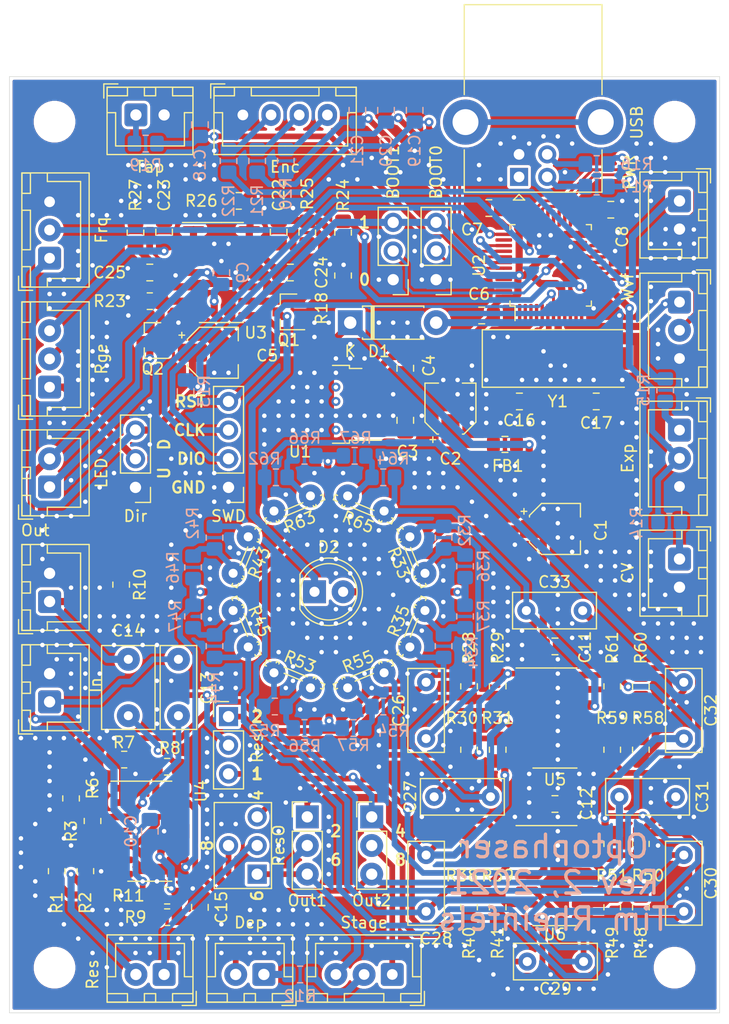
<source format=kicad_pcb>
(kicad_pcb (version 20171130) (host pcbnew 5.1.10)
  (layers (0 F.Cu signal) (31 B.Cu signal) (34 B.Paste user) (35 F.Paste user) (36 B.SilkS user) (37 F.SilkS user) (38 B.Mask user) (39 F.Mask user) (44 Edge.Cuts user))
  (net 0 "")
  (net 1 GND)
  (net 2 +9V)
  (net 3 /stage_12/u)
  (net 4 "Net-(C15-Pad1)")
  (net 5 /stage_56/u)
  (net 6 /stage_78/u)
  (net 7 /low_pass/y)
  (net 8 "Net-(J1-Pad2)")
  (net 9 "Net-(J1-Pad1)")
  (net 10 "Net-(J5-Pad2)")
  (net 11 "Net-(J7-Pad2)")
  (net 12 "Net-(J8-Pad1)")
  (net 13 "Net-(Q1-Pad2)")
  (net 14 "Net-(Q1-Pad1)")
  (net 15 "Net-(R1-Pad2)")
  (net 16 "Net-(R1-Pad1)")
  (net 17 GNDA)
  (net 18 D+)
  (net 19 D-)
  (net 20 "Net-(C16-Pad2)")
  (net 21 "Net-(C22-Pad1)")
  (net 22 "Net-(C26-Pad1)")
  (net 23 /stage_34/u)
  (net 24 "Net-(C27-Pad1)")
  (net 25 "Net-(C28-Pad1)")
  (net 26 "Net-(D1-Pad2)")
  (net 27 "Net-(D2-Pad1)")
  (net 28 "Net-(J13-Pad2)")
  (net 29 "Net-(J14-Pad1)")
  (net 30 "Net-(J9-Pad1)")
  (net 31 "Net-(C23-Pad2)")
  (net 32 /stage_78/y)
  (net 33 +3V3)
  (net 34 "Net-(C13-Pad2)")
  (net 35 Tap)
  (net 36 SWCLK)
  (net 37 SWDIO)
  (net 38 NRST)
  (net 39 CV)
  (net 40 Frq)
  (net 41 Wvf)
  (net 42 "Net-(Q2-Pad2)")
  (net 43 "Net-(Q2-Pad1)")
  (net 44 BOOT0)
  (net 45 BOOT1)
  (net 46 "Net-(C2-Pad1)")
  (net 47 "Net-(J8-Pad2)")
  (net 48 DAC)
  (net 49 ENC_B)
  (net 50 ENC_A)
  (net 51 ENC_S)
  (net 52 /stage_12/res2)
  (net 53 "Net-(C13-Pad1)")
  (net 54 "Net-(C14-Pad2)")
  (net 55 "Net-(C14-Pad1)")
  (net 56 "Net-(C17-Pad2)")
  (net 57 "Net-(C22-Pad2)")
  (net 58 "Net-(C24-Pad2)")
  (net 59 "Net-(C25-Pad2)")
  (net 60 "Net-(C29-Pad1)")
  (net 61 "Net-(C29-Pad2)")
  (net 62 "Net-(C30-Pad1)")
  (net 63 "Net-(C31-Pad1)")
  (net 64 "Net-(C31-Pad2)")
  (net 65 "Net-(C32-Pad1)")
  (net 66 "Net-(C33-Pad2)")
  (net 67 "Net-(C33-Pad1)")
  (net 68 "Net-(J6-Pad2)")
  (net 69 "Net-(J11-Pad2)")
  (net 70 "Net-(J12-Pad1)")
  (net 71 "Net-(J14-Pad5)")
  (net 72 "Net-(J14-Pad3)")
  (net 73 "Net-(J14-Pad2)")
  (net 74 "Net-(J17-Pad1)")
  (net 75 "Net-(J19-Pad1)")
  (net 76 "Net-(J21-Pad4)")
  (net 77 "Net-(J21-Pad3)")
  (net 78 "Net-(J21-Pad2)")
  (net 79 "Net-(R32-Pad2)")
  (net 80 "Net-(R34-Pad2)")
  (net 81 "Net-(R38-Pad1)")
  (net 82 "Net-(R40-Pad1)")
  (net 83 "Net-(R42-Pad2)")
  (net 84 "Net-(R44-Pad2)")
  (net 85 "Net-(R48-Pad1)")
  (net 86 "Net-(R50-Pad1)")
  (net 87 "Net-(R52-Pad2)")
  (net 88 "Net-(R54-Pad2)")
  (net 89 "Net-(R58-Pad1)")
  (net 90 "Net-(R60-Pad1)")
  (net 91 "Net-(R62-Pad2)")
  (net 92 "Net-(R64-Pad2)")
  (net 93 "Net-(U2-Pad46)")
  (net 94 "Net-(U2-Pad45)")
  (net 95 "Net-(U2-Pad38)")
  (net 96 "Net-(U2-Pad31)")
  (net 97 "Net-(U2-Pad30)")
  (net 98 "Net-(U2-Pad29)")
  (net 99 "Net-(U2-Pad28)")
  (net 100 "Net-(U2-Pad27)")
  (net 101 "Net-(U2-Pad26)")
  (net 102 "Net-(U2-Pad25)")
  (net 103 "Net-(U2-Pad22)")
  (net 104 "Net-(U2-Pad21)")
  (net 105 "Net-(U2-Pad19)")
  (net 106 "Net-(U2-Pad18)")
  (net 107 "Net-(U2-Pad13)")
  (net 108 "Net-(U2-Pad12)")
  (net 109 "Net-(U2-Pad11)")
  (net 110 "Net-(U2-Pad10)")
  (net 111 "Net-(U2-Pad4)")
  (net 112 "Net-(U2-Pad3)")
  (net 113 "Net-(U2-Pad2)")
  (net 114 "Net-(U2-Pad1)")
  (net 115 "Net-(C27-Pad2)")
  (net 116 "Net-(J22-Pad2)")
  (net 117 /stage_12/res1)
  (module Connector_JST:JST_XH_B2B-XH-A_1x02_P2.50mm_Vertical (layer F.Cu) (at 169.105 57.185 270)
    (fp_text reference J2)
    (fp_text value PWR (at -2.54 4.445 90) (layer F.SilkS))
    (pad 2 thru_hole oval (at 2.5 0 270) (size 2.032 2.032) (drill 1) (layers *.Cu *.Mask) (net 1 GND))
    (pad 1 thru_hole roundrect (at 0 0 270) (size 2.032 2.032) (drill 1) (layers *.Cu *.Mask) (roundrect_rratio 0.147) (net 26 "Net-(D1-Pad2)"))
  )
  (module MountingHole:MountingHole_3.2mm_M3 (layer F.Cu) (at 113.665 125.165)
    (fp_text reference H3 hide)
    (fp_text value " " hide)
    (pad 1 np_thru_hole circle (at 0 0) (size 3.2 3.2) (drill 3.2) (layers *.Cu *.Mask))
  )
  (module Package_TO_SOT_SMD:TO-252-2 (layer F.Cu) (at 137.355 75.22 180)
    (fp_text reference U1 (at 1.905 -4.19) (layer F.SilkS))
    (fp_text value LF33)
    (pad 2 smd rect (at 2.1 0 180) (size 6.4 5.8) (layers F.Cu F.Mask) (net 1 GND))
    (pad 3 smd rect (at -4.2 2.28 180) (size 2.2 1.2) (layers F.Cu F.Paste F.Mask) (net 33 +3V3))
    (pad 1 smd rect (at -4.2 -2.28 180) (size 2.2 1.2) (layers F.Cu F.Paste F.Mask) (net 46 "Net-(C2-Pad1)"))
  )
  (module Capacitor_THT:C_Rect_L7.2mm_W3.0mm_P5.00mm_FKS2_FKP2_MKS2_MKP2 (layer F.Cu) (at 124.655 102.825 90)
    (fp_text reference C13 (at 2.46 2.54 90) (layer F.SilkS))
    (fp_text value 22n)
    (pad 2 thru_hole circle (at 5 0 90) (size 2.032 2.032) (drill 0.8) (layers *.Cu *.Mask) (net 34 "Net-(C13-Pad2)"))
    (pad 1 thru_hole circle (at 0 0 90) (size 2.032 2.032) (drill 0.8) (layers *.Cu *.Mask) (net 53 "Net-(C13-Pad1)"))
  )
  (module Connector_PinHeader_2.54mm:PinHeader_1x03_P2.54mm_Vertical (layer F.Cu) (at 129.1 102.905)
    (fp_text reference J22)
    (fp_text value ResI (at 2.54 2.54 90) (layer F.SilkS))
    (pad 3 thru_hole oval (at 0 5.08) (size 1.7 1.7) (drill 1) (layers *.Cu *.Mask) (net 52 /stage_12/res2))
    (pad 2 thru_hole oval (at 0 2.54) (size 1.7 1.7) (drill 1) (layers *.Cu *.Mask) (net 116 "Net-(J22-Pad2)"))
    (pad 1 thru_hole rect (at 0 0) (size 1.7 1.7) (drill 1) (layers *.Cu *.Mask) (net 117 /stage_12/res1))
  )
  (module Connector_JST:JST_XH_B2B-XH-A_1x02_P2.50mm_Vertical (layer F.Cu) (at 113.225 101.595 90)
    (fp_text reference J3)
    (fp_text value In (at 1.484 4.064 270) (layer F.SilkS))
    (pad 2 thru_hole oval (at 2.5 0 90) (size 2.032 2.032) (drill 1) (layers *.Cu *.Mask) (net 1 GND))
    (pad 1 thru_hole roundrect (at 0 0 90) (size 2.032 2.032) (drill 1) (layers *.Cu *.Mask) (roundrect_rratio 0.147) (net 34 "Net-(C13-Pad2)"))
  )
  (module Resistor_SMD:R_0805_2012Metric_Pad1.20x1.40mm_HandSolder (layer F.Cu) (at 150.436 105.842 270)
    (fp_text reference R30 (at -2.81 0.635 180) (layer F.SilkS))
    (fp_text value 10k)
    (pad 1 smd roundrect (at -1 0 270) (size 1.2 1.4) (layers F.Cu F.Paste F.Mask) (roundrect_rratio 0.208333) (net 52 /stage_12/res2))
    (pad 2 smd roundrect (at 1 0 270) (size 1.2 1.4) (layers F.Cu F.Paste F.Mask) (roundrect_rratio 0.208333) (net 115 "Net-(C27-Pad2)"))
  )
  (module Capacitor_SMD:CP_Elec_4x5.4 (layer F.Cu) (at 127.703 70.647)
    (fp_text reference C5 (at 4.826 0.254) (layer F.SilkS))
    (fp_text value 10u)
    (pad 2 smd roundrect (at 1.8 0) (size 2.6 1.6) (layers F.Cu F.Paste F.Mask) (roundrect_rratio 0.15625) (net 1 GND))
    (pad 1 smd roundrect (at -1.8 0) (size 2.6 1.6) (layers F.Cu F.Paste F.Mask) (roundrect_rratio 0.15625) (net 33 +3V3))
  )
  (module Resistor_SMD:R_0805_2012Metric_Pad1.20x1.40mm_HandSolder (layer B.Cu) (at 161.755 55.915)
    (fp_text reference R17 (at 3.54 0) (layer B.SilkS) (effects (justify mirror)))
    (fp_text value 22)
    (pad 2 smd roundrect (at 1 0) (size 1.2 1.4) (layers B.Cu B.Paste B.Mask) (roundrect_rratio 0.208333) (net 19 D-))
    (pad 1 smd roundrect (at -1 0) (size 1.2 1.4) (layers B.Cu B.Paste B.Mask) (roundrect_rratio 0.208333) (net 73 "Net-(J14-Pad2)"))
  )
  (module Connector_USB:USB_B_Lumberg_2411_02_Horizontal (layer F.Cu) (at 154.87 55.06 90)
    (fp_text reference J14)
    (fp_text value USB (at 4.825 10.45 90) (layer F.SilkS))
    (pad 5 thru_hole circle (at 4.86 -4.75 180) (size 4 4) (drill 2.3) (layers *.Cu *.Mask) (net 71 "Net-(J14-Pad5)"))
    (pad 5 thru_hole circle (at 4.86 7.25 180) (size 4 4) (drill 2.3) (layers *.Cu *.Mask) (net 71 "Net-(J14-Pad5)"))
    (pad 4 thru_hole circle (at 2 0 180) (size 1.6 1.6) (drill 0.95) (layers *.Cu *.Mask) (net 1 GND))
    (pad 3 thru_hole circle (at 2 2.5 180) (size 1.6 1.6) (drill 0.95) (layers *.Cu *.Mask) (net 72 "Net-(J14-Pad3)"))
    (pad 2 thru_hole circle (at 0 2.5 180) (size 1.6 1.6) (drill 0.95) (layers *.Cu *.Mask) (net 73 "Net-(J14-Pad2)"))
    (pad 1 thru_hole rect (at 0 0 180) (size 1.6 1.6) (drill 0.95) (layers *.Cu *.Mask) (net 29 "Net-(J14-Pad1)"))
  )
  (module Capacitor_SMD:C_0805_2012Metric_Pad1.18x1.45mm_HandSolder (layer F.Cu) (at 152.1925 57.82)
    (fp_text reference C7 (at -1.5025 1.905) (layer F.SilkS))
    (fp_text value 100n)
    (pad 2 smd roundrect (at 1.0375 0) (size 1.175 1.45) (layers F.Cu F.Paste F.Mask) (roundrect_rratio 0.212766) (net 33 +3V3))
    (pad 1 smd roundrect (at -1.0375 0) (size 1.175 1.45) (layers F.Cu F.Paste F.Mask) (roundrect_rratio 0.212766) (net 1 GND))
  )
  (module Connector_JST:JST_XH_B4B-XH-A_1x04_P2.50mm_Vertical (layer F.Cu) (at 130.37 49.565)
    (fp_text reference J21)
    (fp_text value Enc (at 3.75 4.6) (layer F.SilkS))
    (pad 4 thru_hole oval (at 7.5 0) (size 1.7 1.95) (drill 0.95) (layers *.Cu *.Mask) (net 76 "Net-(J21-Pad4)"))
    (pad 3 thru_hole oval (at 5 0) (size 1.7 1.95) (drill 0.95) (layers *.Cu *.Mask) (net 77 "Net-(J21-Pad3)"))
    (pad 2 thru_hole oval (at 2.5 0) (size 1.7 1.95) (drill 0.95) (layers *.Cu *.Mask) (net 78 "Net-(J21-Pad2)"))
    (pad 1 thru_hole roundrect (at 0 0) (size 1.7 1.95) (drill 0.95) (layers *.Cu *.Mask) (roundrect_rratio 0.147059) (net 1 GND))
  )
  (module Resistor_SMD:R_0805_2012Metric_Pad1.20x1.40mm_HandSolder (layer B.Cu) (at 129.1 53.645 90)
    (fp_text reference R22 (at -3.54 0 90) (layer B.SilkS) (effects (justify mirror)))
    (fp_text value 10k)
    (pad 2 smd roundrect (at 1 0 90) (size 1.2 1.4) (layers B.Cu B.Paste B.Mask) (roundrect_rratio 0.208333) (net 78 "Net-(J21-Pad2)"))
    (pad 1 smd roundrect (at -1 0 90) (size 1.2 1.4) (layers B.Cu B.Paste B.Mask) (roundrect_rratio 0.208333) (net 50 ENC_A))
  )
  (module Capacitor_SMD:C_0805_2012Metric_Pad1.18x1.45mm_HandSolder (layer B.Cu) (at 145.61 49.1625 90)
    (fp_text reference C19 (at -3.5775 0 90) (layer B.SilkS) (effects (justify mirror)))
    (fp_text value 100n)
    (pad 1 smd roundrect (at -1.0375 0 90) (size 1.175 1.45) (layers B.Cu B.Paste B.Mask) (roundrect_rratio 0.212766) (net 50 ENC_A))
    (pad 2 smd roundrect (at 1.0375 0 90) (size 1.175 1.45) (layers B.Cu B.Paste B.Mask) (roundrect_rratio 0.212766) (net 1 GND))
  )
  (module Connector_JST:JST_XH_B2B-XH-A_1x02_P2.50mm_Vertical (layer F.Cu) (at 120.885 49.565)
    (fp_text reference J17)
    (fp_text value Tap (at 1.25 4.6) (layer F.SilkS))
    (pad 2 thru_hole oval (at 2.5 0) (size 2.032 2.032) (drill 1) (layers *.Cu *.Mask) (net 1 GND))
    (pad 1 thru_hole roundrect (at 0 0) (size 2.032 2.032) (drill 1) (layers *.Cu *.Mask) (roundrect_rratio 0.147) (net 74 "Net-(J17-Pad1)"))
  )
  (module Resistor_SMD:R_0805_2012Metric_Pad1.20x1.40mm_HandSolder (layer B.Cu) (at 131.64 53.645 90)
    (fp_text reference R21 (at -3.54 0 90) (layer B.SilkS) (effects (justify mirror)))
    (fp_text value 10k)
    (pad 2 smd roundrect (at 1 0 90) (size 1.2 1.4) (layers B.Cu B.Paste B.Mask) (roundrect_rratio 0.208333) (net 77 "Net-(J21-Pad3)"))
    (pad 1 smd roundrect (at -1 0 90) (size 1.2 1.4) (layers B.Cu B.Paste B.Mask) (roundrect_rratio 0.208333) (net 49 ENC_B))
  )
  (module Resistor_SMD:R_0805_2012Metric_Pad1.20x1.40mm_HandSolder (layer B.Cu) (at 134.18 53.645 90)
    (fp_text reference R20 (at -2.905 0 90) (layer B.SilkS) (effects (justify mirror)))
    (fp_text value 10k)
    (pad 2 smd roundrect (at 1 0 90) (size 1.2 1.4) (layers B.Cu B.Paste B.Mask) (roundrect_rratio 0.208333) (net 76 "Net-(J21-Pad4)"))
    (pad 1 smd roundrect (at -1 0 90) (size 1.2 1.4) (layers B.Cu B.Paste B.Mask) (roundrect_rratio 0.208333) (net 51 ENC_S))
  )
  (module Capacitor_SMD:C_0805_2012Metric_Pad1.18x1.45mm_HandSolder (layer B.Cu) (at 140.53 49.1625 90)
    (fp_text reference C21 (at -3.5775 0 270) (layer B.SilkS) (effects (justify mirror)))
    (fp_text value 100n)
    (pad 2 smd roundrect (at 1.0375 0 90) (size 1.175 1.45) (layers B.Cu B.Paste B.Mask) (roundrect_rratio 0.212766) (net 1 GND))
    (pad 1 smd roundrect (at -1.0375 0 90) (size 1.175 1.45) (layers B.Cu B.Paste B.Mask) (roundrect_rratio 0.212766) (net 51 ENC_S))
  )
  (module Capacitor_SMD:C_0805_2012Metric_Pad1.18x1.45mm_HandSolder (layer B.Cu) (at 143.07 49.1625 90)
    (fp_text reference C20 (at -3.5775 0 90) (layer B.SilkS) (effects (justify mirror)))
    (fp_text value 100n)
    (pad 2 smd roundrect (at 1.0375 0 90) (size 1.175 1.45) (layers B.Cu B.Paste B.Mask) (roundrect_rratio 0.212766) (net 1 GND))
    (pad 1 smd roundrect (at -1.0375 0 90) (size 1.175 1.45) (layers B.Cu B.Paste B.Mask) (roundrect_rratio 0.212766) (net 49 ENC_B))
  )
  (module Resistor_SMD:R_0805_2012Metric_Pad1.20x1.40mm_HandSolder (layer F.Cu) (at 119.845 106.715 180)
    (fp_text reference R7 (at 0.016 1.524) (layer F.SilkS))
    (fp_text value 10k)
    (pad 2 smd roundrect (at 1 0 180) (size 1.2 1.4) (layers F.Cu F.Paste F.Mask) (roundrect_rratio 0.208333) (net 3 /stage_12/u))
    (pad 1 smd roundrect (at -1 0 180) (size 1.2 1.4) (layers F.Cu F.Paste F.Mask) (roundrect_rratio 0.208333) (net 47 "Net-(J8-Pad2)"))
  )
  (module Capacitor_SMD:CP_Elec_4x5.4 (layer F.Cu) (at 148.785 75.6 90)
    (fp_text reference C2 (at -4.445 0 180) (layer F.SilkS))
    (fp_text value 10u)
    (pad 2 smd roundrect (at 1.8 0 90) (size 2.6 1.6) (layers F.Cu F.Paste F.Mask) (roundrect_rratio 0.15625) (net 1 GND))
    (pad 1 smd roundrect (at -1.8 0 90) (size 2.6 1.6) (layers F.Cu F.Paste F.Mask) (roundrect_rratio 0.15625) (net 46 "Net-(C2-Pad1)"))
  )
  (module Inductor_SMD:L_0805_2012Metric_Pad1.15x1.40mm_HandSolder (layer F.Cu) (at 153.62 78.775)
    (fp_text reference FB1 (at 0.245 1.905) (layer F.SilkS))
    (fp_text value Ferrite_Bead)
    (pad 2 smd roundrect (at 1.025 0) (size 1.15 1.4) (layers F.Cu F.Paste F.Mask) (roundrect_rratio 0.217391) (net 2 +9V))
    (pad 1 smd roundrect (at -1.025 0) (size 1.15 1.4) (layers F.Cu F.Paste F.Mask) (roundrect_rratio 0.217391) (net 46 "Net-(C2-Pad1)"))
  )
  (module Capacitor_SMD:C_0805_2012Metric_Pad1.18x1.45mm_HandSolder (layer F.Cu) (at 126.56 119.8175 90)
    (fp_text reference C15 (at 0 1.905 90) (layer F.SilkS))
    (fp_text value 22n)
    (pad 2 smd roundrect (at 1.0375 0 90) (size 1.175 1.45) (layers F.Cu F.Paste F.Mask) (roundrect_rratio 0.212766) (net 1 GND))
    (pad 1 smd roundrect (at -1.0375 0 90) (size 1.175 1.45) (layers F.Cu F.Paste F.Mask) (roundrect_rratio 0.212766) (net 4 "Net-(C15-Pad1)"))
  )
  (module Resistor_SMD:R_0805_2012Metric_Pad1.20x1.40mm_HandSolder (layer F.Cu) (at 152.976 114.192 270)
    (fp_text reference R39 (at 2.81 0 180) (layer F.SilkS))
    (fp_text value 10k)
    (pad 2 smd roundrect (at 1 0 270) (size 1.2 1.4) (layers F.Cu F.Paste F.Mask) (roundrect_rratio 0.208333) (net 81 "Net-(R38-Pad1)"))
    (pad 1 smd roundrect (at -1 0 270) (size 1.2 1.4) (layers F.Cu F.Paste F.Mask) (roundrect_rratio 0.208333) (net 61 "Net-(C29-Pad2)"))
  )
  (module Capacitor_THT:C_Rect_L7.2mm_W3.0mm_P5.00mm_FKS2_FKP2_MKS2_MKP2 (layer F.Cu) (at 146.626 120.177 90)
    (fp_text reference C28 (at -2.413 0.889 180) (layer F.SilkS))
    (fp_text value 22n)
    (pad 1 thru_hole circle (at 0 0 90) (size 1.6 1.6) (drill 0.8) (layers *.Cu *.Mask) (net 25 "Net-(C28-Pad1)"))
    (pad 2 thru_hole circle (at 5 0 90) (size 1.6 1.6) (drill 0.8) (layers *.Cu *.Mask) (net 23 /stage_34/u))
  )
  (module Capacitor_THT:C_Rect_L7.2mm_W3.0mm_P5.00mm_FKS2_FKP2_MKS2_MKP2 (layer F.Cu) (at 146.626 104.857 90)
    (fp_text reference C26 (at 2.5 -2.413 90) (layer F.SilkS))
    (fp_text value 22n)
    (pad 1 thru_hole circle (at 0 0 90) (size 1.6 1.6) (drill 0.8) (layers *.Cu *.Mask) (net 22 "Net-(C26-Pad1)"))
    (pad 2 thru_hole circle (at 5 0 90) (size 1.6 1.6) (drill 0.8) (layers *.Cu *.Mask) (net 3 /stage_12/u))
  )
  (module Package_SO:SOIC-14_3.9x8.7mm_P1.27mm (layer F.Cu) (at 158.056 103.032)
    (fp_text reference U5 (at 0 5.461) (layer F.SilkS))
    (fp_text value TL074)
    (pad 1 smd roundrect (at -2.475 -3.81) (size 1.95 0.6) (layers F.Cu F.Paste F.Mask) (net 115 "Net-(C27-Pad2)"))
    (pad 2 smd roundrect (at -2.475 -2.54) (size 1.95 0.6) (layers F.Cu F.Paste F.Mask) (net 117 /stage_12/res1))
    (pad 3 smd roundrect (at -2.475 -1.27) (size 1.95 0.6) (layers F.Cu F.Paste F.Mask) (net 22 "Net-(C26-Pad1)"))
    (pad 4 smd roundrect (at -2.475 0) (size 1.95 0.6) (layers F.Cu F.Paste F.Mask) (net 2 +9V))
    (pad 5 smd roundrect (at -2.475 1.27) (size 1.95 0.6) (layers F.Cu F.Paste F.Mask) (net 24 "Net-(C27-Pad1)"))
    (pad 6 smd roundrect (at -2.475 2.54) (size 1.95 0.6) (layers F.Cu F.Paste F.Mask) (net 52 /stage_12/res2))
    (pad 7 smd roundrect (at -2.475 3.81) (size 1.95 0.6) (layers F.Cu F.Paste F.Mask) (net 23 /stage_34/u))
    (pad 8 smd roundrect (at 2.475 3.81) (size 1.95 0.6) (layers F.Cu F.Paste F.Mask) (net 66 "Net-(C33-Pad2)"))
    (pad 9 smd roundrect (at 2.475 2.54) (size 1.95 0.6) (layers F.Cu F.Paste F.Mask) (net 89 "Net-(R58-Pad1)"))
    (pad 10 smd roundrect (at 2.475 1.27) (size 1.95 0.6) (layers F.Cu F.Paste F.Mask) (net 65 "Net-(C32-Pad1)"))
    (pad 11 smd roundrect (at 2.475 0) (size 1.95 0.6) (layers F.Cu F.Paste F.Mask) (net 1 GND))
    (pad 12 smd roundrect (at 2.475 -1.27) (size 1.95 0.6) (layers F.Cu F.Paste F.Mask) (net 67 "Net-(C33-Pad1)"))
    (pad 13 smd roundrect (at 2.475 -2.54) (size 1.95 0.6) (layers F.Cu F.Paste F.Mask) (net 90 "Net-(R60-Pad1)"))
    (pad 14 smd roundrect (at 2.475 -3.81) (size 1.95 0.6) (layers F.Cu F.Paste F.Mask) (net 32 /stage_78/y))
  )
  (module Capacitor_THT:C_Rect_L7.2mm_W3.0mm_P5.00mm_FKS2_FKP2_MKS2_MKP2 (layer F.Cu) (at 152.341 110.017 180)
    (fp_text reference C27 (at 7.112 0 90) (layer F.SilkS))
    (fp_text value 22n)
    (pad 1 thru_hole circle (at 0 0 180) (size 1.6 1.6) (drill 0.8) (layers *.Cu *.Mask) (net 24 "Net-(C27-Pad1)"))
    (pad 2 thru_hole circle (at 5 0 180) (size 1.6 1.6) (drill 0.8) (layers *.Cu *.Mask) (net 115 "Net-(C27-Pad2)"))
  )
  (module Package_TO_SOT_SMD:SOT-23 (layer F.Cu) (at 122.385 69.565 180)
    (fp_text reference Q2 (at 0 -2.5) (layer F.SilkS))
    (fp_text value BC846)
    (pad 3 smd rect (at 1 0 180) (size 0.9 0.8) (layers F.Cu F.Paste F.Mask) (net 75 "Net-(J19-Pad1)"))
    (pad 2 smd rect (at -1 0.95 180) (size 0.9 0.8) (layers F.Cu F.Paste F.Mask) (net 42 "Net-(Q2-Pad2)"))
    (pad 1 smd rect (at -1 -0.95 180) (size 0.9 0.8) (layers F.Cu F.Paste F.Mask) (net 43 "Net-(Q2-Pad1)"))
  )
  (module Package_TO_SOT_SMD:SOT-23 (layer F.Cu) (at 134.45 67.025 180)
    (fp_text reference Q1 (at 0 -2.5) (layer F.SilkS))
    (fp_text value BC846)
    (pad 3 smd rect (at 1 0 180) (size 0.9 0.8) (layers F.Cu F.Paste F.Mask) (net 27 "Net-(D2-Pad1)"))
    (pad 2 smd rect (at -1 0.95 180) (size 0.9 0.8) (layers F.Cu F.Paste F.Mask) (net 13 "Net-(Q1-Pad2)"))
    (pad 1 smd rect (at -1 -0.95 180) (size 0.9 0.8) (layers F.Cu F.Paste F.Mask) (net 14 "Net-(Q1-Pad1)"))
  )
  (module Package_SO:SOIC-14_3.9x8.7mm_P1.27mm (layer F.Cu) (at 122.115 113.065)
    (fp_text reference U4 (at 4.572 -3.556 90) (layer F.SilkS))
    (fp_text value TL074)
    (pad 14 smd roundrect (at 2.475 -3.81) (size 1.95 0.6) (layers F.Cu F.Paste F.Mask) (net 54 "Net-(C14-Pad2)"))
    (pad 13 smd roundrect (at 2.475 -2.54) (size 1.95 0.6) (layers F.Cu F.Paste F.Mask) (net 47 "Net-(J8-Pad2)"))
    (pad 12 smd roundrect (at 2.475 -1.27) (size 1.95 0.6) (layers F.Cu F.Paste F.Mask) (net 17 GNDA))
    (pad 11 smd roundrect (at 2.475 0) (size 1.95 0.6) (layers F.Cu F.Paste F.Mask) (net 1 GND))
    (pad 10 smd roundrect (at 2.475 1.27) (size 1.95 0.6) (layers F.Cu F.Paste F.Mask) (net 4 "Net-(C15-Pad1)"))
    (pad 9 smd roundrect (at 2.475 2.54) (size 1.95 0.6) (layers F.Cu F.Paste F.Mask) (net 17 GNDA))
    (pad 8 smd roundrect (at 2.475 3.81) (size 1.95 0.6) (layers F.Cu F.Paste F.Mask) (net 17 GNDA))
    (pad 7 smd roundrect (at -2.475 3.81) (size 1.95 0.6) (layers F.Cu F.Paste F.Mask) (net 15 "Net-(R1-Pad2)"))
    (pad 6 smd roundrect (at -2.475 2.54) (size 1.95 0.6) (layers F.Cu F.Paste F.Mask) (net 16 "Net-(R1-Pad1)"))
    (pad 5 smd roundrect (at -2.475 1.27) (size 1.95 0.6) (layers F.Cu F.Paste F.Mask) (net 17 GNDA))
    (pad 4 smd roundrect (at -2.475 0) (size 1.95 0.6) (layers F.Cu F.Paste F.Mask) (net 2 +9V))
    (pad 3 smd roundrect (at -2.475 -1.27) (size 1.95 0.6) (layers F.Cu F.Paste F.Mask) (net 53 "Net-(C13-Pad1)"))
    (pad 2 smd roundrect (at -2.475 -2.54) (size 1.95 0.6) (layers F.Cu F.Paste F.Mask) (net 3 /stage_12/u))
    (pad 1 smd roundrect (at -2.475 -3.81) (size 1.95 0.6) (layers F.Cu F.Paste F.Mask) (net 3 /stage_12/u))
  )
  (module phaser:Sel3 (layer F.Cu) (at 131.64 114.335)
    (fp_text reference JP1)
    (fp_text value ResO (at 1.905 0 90) (layer F.SilkS))
    (pad 1 thru_hole rect (at 0 2.54) (size 1.7 1.7) (drill 1) (layers *.Cu *.Mask) (net 6 /stage_78/u))
    (pad 2 thru_hole oval (at -2.54 0) (size 1.7 1.7) (drill 1) (layers *.Cu *.Mask) (net 32 /stage_78/y))
    (pad 3 thru_hole oval (at 0 -2.54) (size 1.7 1.7) (drill 1) (layers *.Cu *.Mask) (net 5 /stage_56/u))
    (pad 4 thru_hole oval (at 0 0) (size 1.7 1.7) (drill 1) (layers *.Cu *.Mask) (net 9 "Net-(J1-Pad1)"))
  )
  (module Capacitor_THT:C_Rect_L7.2mm_W3.0mm_P5.00mm_FKS2_FKP2_MKS2_MKP2 (layer F.Cu) (at 155.516 93.507)
    (fp_text reference C33 (at 2.5 -2.54) (layer F.SilkS))
    (fp_text value 22n)
    (pad 2 thru_hole circle (at 5 0) (size 1.6 1.6) (drill 0.8) (layers *.Cu *.Mask) (net 66 "Net-(C33-Pad2)"))
    (pad 1 thru_hole circle (at 0 0) (size 1.6 1.6) (drill 0.8) (layers *.Cu *.Mask) (net 67 "Net-(C33-Pad1)"))
  )
  (module Capacitor_THT:C_Rect_L7.2mm_W3.0mm_P5.00mm_FKS2_FKP2_MKS2_MKP2 (layer F.Cu) (at 169.486 99.857 270)
    (fp_text reference C32 (at 2.5 -2.413 90) (layer F.SilkS))
    (fp_text value 22n)
    (pad 1 thru_hole circle (at 0 0 270) (size 1.6 1.6) (drill 0.8) (layers *.Cu *.Mask) (net 65 "Net-(C32-Pad1)"))
    (pad 2 thru_hole circle (at 5 0 270) (size 1.6 1.6) (drill 0.8) (layers *.Cu *.Mask) (net 6 /stage_78/u))
  )
  (module Capacitor_THT:C_Rect_L7.2mm_W3.0mm_P5.00mm_FKS2_FKP2_MKS2_MKP2 (layer F.Cu) (at 163.771 110.017)
    (fp_text reference C31 (at 7.366 0 90) (layer F.SilkS))
    (fp_text value 22n)
    (pad 1 thru_hole circle (at 0 0) (size 1.6 1.6) (drill 0.8) (layers *.Cu *.Mask) (net 63 "Net-(C31-Pad1)"))
    (pad 2 thru_hole circle (at 5 0) (size 1.6 1.6) (drill 0.8) (layers *.Cu *.Mask) (net 64 "Net-(C31-Pad2)"))
  )
  (module Capacitor_THT:C_Rect_L7.2mm_W3.0mm_P5.00mm_FKS2_FKP2_MKS2_MKP2 (layer F.Cu) (at 169.486 115.177 270)
    (fp_text reference C30 (at 2.5 -2.413 90) (layer F.SilkS))
    (fp_text value 22n)
    (pad 1 thru_hole circle (at 0 0 270) (size 1.6 1.6) (drill 0.8) (layers *.Cu *.Mask) (net 62 "Net-(C30-Pad1)"))
    (pad 2 thru_hole circle (at 5 0 270) (size 1.6 1.6) (drill 0.8) (layers *.Cu *.Mask) (net 5 /stage_56/u))
  )
  (module Capacitor_THT:C_Rect_L7.2mm_W3.0mm_P5.00mm_FKS2_FKP2_MKS2_MKP2 (layer F.Cu) (at 160.596 124.622 180)
    (fp_text reference C29 (at 2.5 -2.413) (layer F.SilkS))
    (fp_text value 22n)
    (pad 1 thru_hole circle (at 0 0 180) (size 1.6 1.6) (drill 0.8) (layers *.Cu *.Mask) (net 60 "Net-(C29-Pad1)"))
    (pad 2 thru_hole circle (at 5 0 180) (size 1.6 1.6) (drill 0.8) (layers *.Cu *.Mask) (net 61 "Net-(C29-Pad2)"))
  )
  (module Resistor_SMD:R_0805_2012Metric_Pad1.20x1.40mm_HandSolder (layer F.Cu) (at 152.976 100.222 270)
    (fp_text reference R29 (at -3.413 0 270) (layer F.SilkS))
    (fp_text value 10k)
    (pad 1 smd roundrect (at -1 0 270) (size 1.2 1.4) (layers F.Cu F.Paste F.Mask) (roundrect_rratio 0.208333) (net 115 "Net-(C27-Pad2)"))
    (pad 2 smd roundrect (at 1 0 270) (size 1.2 1.4) (layers F.Cu F.Paste F.Mask) (roundrect_rratio 0.208333) (net 117 /stage_12/res1))
  )
  (module Package_SO:SOIC-14_3.9x8.7mm_P1.27mm (layer F.Cu) (at 158.056 117.002)
    (fp_text reference U6 (at 0 5.207) (layer F.SilkS))
    (fp_text value TL074)
    (pad 14 smd roundrect (at 2.475 -3.81) (size 1.95 0.6) (layers F.Cu F.Paste F.Mask) (net 6 /stage_78/u))
    (pad 13 smd roundrect (at 2.475 -2.54) (size 1.95 0.6) (layers F.Cu F.Paste F.Mask) (net 86 "Net-(R50-Pad1)"))
    (pad 12 smd roundrect (at 2.475 -1.27) (size 1.95 0.6) (layers F.Cu F.Paste F.Mask) (net 63 "Net-(C31-Pad1)"))
    (pad 11 smd roundrect (at 2.475 0) (size 1.95 0.6) (layers F.Cu F.Paste F.Mask) (net 1 GND))
    (pad 10 smd roundrect (at 2.475 1.27) (size 1.95 0.6) (layers F.Cu F.Paste F.Mask) (net 62 "Net-(C30-Pad1)"))
    (pad 9 smd roundrect (at 2.475 2.54) (size 1.95 0.6) (layers F.Cu F.Paste F.Mask) (net 85 "Net-(R48-Pad1)"))
    (pad 8 smd roundrect (at 2.475 3.81) (size 1.95 0.6) (layers F.Cu F.Paste F.Mask) (net 64 "Net-(C31-Pad2)"))
    (pad 7 smd roundrect (at -2.475 3.81) (size 1.95 0.6) (layers F.Cu F.Paste F.Mask) (net 5 /stage_56/u))
    (pad 6 smd roundrect (at -2.475 2.54) (size 1.95 0.6) (layers F.Cu F.Paste F.Mask) (net 82 "Net-(R40-Pad1)"))
    (pad 5 smd roundrect (at -2.475 1.27) (size 1.95 0.6) (layers F.Cu F.Paste F.Mask) (net 60 "Net-(C29-Pad1)"))
    (pad 4 smd roundrect (at -2.475 0) (size 1.95 0.6) (layers F.Cu F.Paste F.Mask) (net 2 +9V))
    (pad 3 smd roundrect (at -2.475 -1.27) (size 1.95 0.6) (layers F.Cu F.Paste F.Mask) (net 25 "Net-(C28-Pad1)"))
    (pad 2 smd roundrect (at -2.475 -2.54) (size 1.95 0.6) (layers F.Cu F.Paste F.Mask) (net 81 "Net-(R38-Pad1)"))
    (pad 1 smd roundrect (at -2.475 -3.81) (size 1.95 0.6) (layers F.Cu F.Paste F.Mask) (net 61 "Net-(C29-Pad2)"))
  )
  (module Resistor_SMD:R_0805_2012Metric_Pad1.20x1.40mm_HandSolder (layer F.Cu) (at 152.976 119.812 90)
    (fp_text reference R41 (at -3.159 0 270) (layer F.SilkS))
    (fp_text value 10k)
    (pad 2 smd roundrect (at 1 0 90) (size 1.2 1.4) (layers F.Cu F.Paste F.Mask) (roundrect_rratio 0.208333) (net 82 "Net-(R40-Pad1)"))
    (pad 1 smd roundrect (at -1 0 90) (size 1.2 1.4) (layers F.Cu F.Paste F.Mask) (roundrect_rratio 0.208333) (net 5 /stage_56/u))
  )
  (module Resistor_SMD:R_0805_2012Metric_Pad1.20x1.40mm_HandSolder (layer F.Cu) (at 150.436 119.812 270)
    (fp_text reference R40 (at 3.159 0 270) (layer F.SilkS))
    (fp_text value 10k)
    (pad 2 smd roundrect (at 1 0 270) (size 1.2 1.4) (layers F.Cu F.Paste F.Mask) (roundrect_rratio 0.208333) (net 61 "Net-(C29-Pad2)"))
    (pad 1 smd roundrect (at -1 0 270) (size 1.2 1.4) (layers F.Cu F.Paste F.Mask) (roundrect_rratio 0.208333) (net 82 "Net-(R40-Pad1)"))
  )
  (module Resistor_SMD:R_0805_2012Metric_Pad1.20x1.40mm_HandSolder (layer F.Cu) (at 152.976 105.842 90)
    (fp_text reference R31 (at 2.81 0 180) (layer F.SilkS))
    (fp_text value 10k)
    (pad 1 smd roundrect (at -1 0 90) (size 1.2 1.4) (layers F.Cu F.Paste F.Mask) (roundrect_rratio 0.208333) (net 23 /stage_34/u))
    (pad 2 smd roundrect (at 1 0 90) (size 1.2 1.4) (layers F.Cu F.Paste F.Mask) (roundrect_rratio 0.208333) (net 52 /stage_12/res2))
  )
  (module Connector_JST:JST_XH_B2B-XH-A_1x02_P2.50mm_Vertical (layer F.Cu) (at 132.235 125.765 180)
    (fp_text reference J8)
    (fp_text value Dep (at 1.25 4.6) (layer F.SilkS))
    (pad 2 thru_hole oval (at 2.5 0 180) (size 2.032 2.032) (drill 1) (layers *.Cu *.Mask) (net 47 "Net-(J8-Pad2)"))
    (pad 1 thru_hole roundrect (at 0 0 180) (size 2.032 2.032) (drill 1) (layers *.Cu *.Mask) (roundrect_rratio 0.147) (net 12 "Net-(J8-Pad1)"))
  )
  (module Connector_JST:JST_XH_B3B-XH-A_1x03_P2.50mm_Vertical (layer F.Cu) (at 143.625 125.765 180)
    (fp_text reference J7)
    (fp_text value Stage (at 2.5 4.6) (layer F.SilkS))
    (pad 3 thru_hole oval (at 5 0 180) (size 2.032 2.032) (drill 0.95) (layers *.Cu *.Mask) (net 10 "Net-(J5-Pad2)"))
    (pad 2 thru_hole oval (at 2.5 0 180) (size 2.032 2.032) (drill 0.95) (layers *.Cu *.Mask) (net 11 "Net-(J7-Pad2)"))
    (pad 1 thru_hole roundrect (at 0 0 180) (size 2.032 2.032) (drill 0.95) (layers *.Cu *.Mask) (roundrect_rratio 0.147) (net 68 "Net-(J6-Pad2)"))
  )
  (module Resistor_SMD:R_0805_2012Metric_Pad1.20x1.40mm_HandSolder (layer F.Cu) (at 123.655 118.78 180)
    (fp_text reference R11 (at 3.445 0) (layer F.SilkS))
    (fp_text value 10k)
    (pad 2 smd roundrect (at 1 0 180) (size 1.2 1.4) (layers F.Cu F.Paste F.Mask) (roundrect_rratio 0.208333) (net 1 GND))
    (pad 1 smd roundrect (at -1 0 180) (size 1.2 1.4) (layers F.Cu F.Paste F.Mask) (roundrect_rratio 0.208333) (net 4 "Net-(C15-Pad1)"))
  )
  (module Resistor_SMD:R_0805_2012Metric_Pad1.20x1.40mm_HandSolder (layer F.Cu) (at 123.655 120.685)
    (fp_text reference R9 (at -2.81 0 180) (layer F.SilkS))
    (fp_text value 10k)
    (pad 2 smd roundrect (at 1 0) (size 1.2 1.4) (layers F.Cu F.Paste F.Mask) (roundrect_rratio 0.208333) (net 4 "Net-(C15-Pad1)"))
    (pad 1 smd roundrect (at -1 0) (size 1.2 1.4) (layers F.Cu F.Paste F.Mask) (roundrect_rratio 0.208333) (net 2 +9V))
  )
  (module Resistor_SMD:R_0805_2012Metric_Pad1.20x1.40mm_HandSolder (layer F.Cu) (at 123.655 107.35 180)
    (fp_text reference R8 (at -0.238 1.651) (layer F.SilkS))
    (fp_text value 10k)
    (pad 2 smd roundrect (at 1 0 180) (size 1.2 1.4) (layers F.Cu F.Paste F.Mask) (roundrect_rratio 0.208333) (net 47 "Net-(J8-Pad2)"))
    (pad 1 smd roundrect (at -1 0 180) (size 1.2 1.4) (layers F.Cu F.Paste F.Mask) (roundrect_rratio 0.208333) (net 54 "Net-(C14-Pad2)"))
  )
  (module Resistor_SMD:R_0805_2012Metric_Pad1.20x1.40mm_HandSolder (layer F.Cu) (at 117.035 112.16 90)
    (fp_text reference R6 (at 2.905 0 90) (layer F.SilkS))
    (fp_text value 470k)
    (pad 2 smd roundrect (at 1 0 90) (size 1.2 1.4) (layers F.Cu F.Paste F.Mask) (roundrect_rratio 0.208333) (net 53 "Net-(C13-Pad1)"))
    (pad 1 smd roundrect (at -1 0 90) (size 1.2 1.4) (layers F.Cu F.Paste F.Mask) (roundrect_rratio 0.208333) (net 17 GNDA))
  )
  (module Resistor_SMD:R_0805_2012Metric_Pad1.20x1.40mm_HandSolder (layer F.Cu) (at 115.13 110.16 90)
    (fp_text reference R3 (at -2.905 0 90) (layer F.SilkS))
    (fp_text value 10k)
    (pad 2 smd roundrect (at 1 0 90) (size 1.2 1.4) (layers F.Cu F.Paste F.Mask) (roundrect_rratio 0.208333) (net 116 "Net-(J22-Pad2)"))
    (pad 1 smd roundrect (at -1 0 90) (size 1.2 1.4) (layers F.Cu F.Paste F.Mask) (roundrect_rratio 0.208333) (net 15 "Net-(R1-Pad2)"))
  )
  (module Resistor_SMD:R_0805_2012Metric_Pad1.20x1.40mm_HandSolder (layer F.Cu) (at 116.4 116.605 90)
    (fp_text reference R2 (at -2.81 0 90) (layer F.SilkS))
    (fp_text value 2k)
    (pad 2 smd roundrect (at 1 0 90) (size 1.2 1.4) (layers F.Cu F.Paste F.Mask) (roundrect_rratio 0.208333) (net 16 "Net-(R1-Pad1)"))
    (pad 1 smd roundrect (at -1 0 90) (size 1.2 1.4) (layers F.Cu F.Paste F.Mask) (roundrect_rratio 0.208333) (net 8 "Net-(J1-Pad2)"))
  )
  (module Resistor_SMD:R_0805_2012Metric_Pad1.20x1.40mm_HandSolder (layer F.Cu) (at 113.86 116.605 270)
    (fp_text reference R1 (at 2.81 0 90) (layer F.SilkS))
    (fp_text value 1k)
    (pad 2 smd roundrect (at 1 0 270) (size 1.2 1.4) (layers F.Cu F.Paste F.Mask) (roundrect_rratio 0.208333) (net 15 "Net-(R1-Pad2)"))
    (pad 1 smd roundrect (at -1 0 270) (size 1.2 1.4) (layers F.Cu F.Paste F.Mask) (roundrect_rratio 0.208333) (net 16 "Net-(R1-Pad1)"))
  )
  (module Capacitor_SMD:C_0805_2012Metric_Pad1.18x1.45mm_HandSolder (layer B.Cu) (at 122.115 113.065 270)
    (fp_text reference C10 (at 0 1.68 270) (layer B.SilkS) (effects (justify mirror)))
    (fp_text value 100n)
    (pad 2 smd roundrect (at 1.0375 0 270) (size 1.175 1.45) (layers B.Cu B.Paste B.Mask) (roundrect_rratio 0.212766) (net 1 GND))
    (pad 1 smd roundrect (at -1.0375 0 270) (size 1.175 1.45) (layers B.Cu B.Paste B.Mask) (roundrect_rratio 0.212766) (net 2 +9V))
  )
  (module Connector_JST:JST_XH_B2B-XH-A_1x02_P2.50mm_Vertical (layer F.Cu) (at 113.225 92.705 90)
    (fp_text reference J4)
    (fp_text value Out (at 6.31 -1.27 180) (layer F.SilkS))
    (pad 2 thru_hole oval (at 2.5 0 90) (size 2.032 2.032) (drill 1) (layers *.Cu *.Mask) (net 1 GND))
    (pad 1 thru_hole roundrect (at 0 0 90) (size 2.032 2.032) (drill 1) (layers *.Cu *.Mask) (roundrect_rratio 0.147) (net 55 "Net-(C14-Pad1)"))
  )
  (module Capacitor_THT:C_Rect_L7.2mm_W4.5mm_P5.00mm_FKS2_FKP2_MKS2_MKP2 (layer F.Cu) (at 120.21 97.825 270)
    (fp_text reference C14 (at -2.54 0 180) (layer F.SilkS))
    (fp_text value 68n)
    (pad 2 thru_hole circle (at 5 0 270) (size 2.032 2.032) (drill 0.8) (layers *.Cu *.Mask) (net 54 "Net-(C14-Pad2)"))
    (pad 1 thru_hole circle (at 0 0 270) (size 2.032 2.032) (drill 0.8) (layers *.Cu *.Mask) (net 55 "Net-(C14-Pad1)"))
  )
  (module Connector_JST:JST_XH_B2B-XH-A_1x02_P2.50mm_Vertical (layer F.Cu) (at 123.385 125.765 180)
    (fp_text reference J1)
    (fp_text value Res (at 6.35 0 90) (layer F.SilkS))
    (pad 2 thru_hole oval (at 2.5 0 180) (size 2.032 2.032) (drill 1) (layers *.Cu *.Mask) (net 8 "Net-(J1-Pad2)"))
    (pad 1 thru_hole roundrect (at 0 0 180) (size 2.032 2.032) (drill 1) (layers *.Cu *.Mask) (roundrect_rratio 0.147) (net 9 "Net-(J1-Pad1)"))
  )
  (module Connector_JST:JST_XH_B2B-XH-A_1x02_P2.50mm_Vertical (layer F.Cu) (at 169.105 88.935 270)
    (fp_text reference J9)
    (fp_text value CV (at 1.25 4.6 90) (layer F.SilkS))
    (pad 2 thru_hole oval (at 2.5 0 270) (size 2.032 2.032) (drill 1) (layers *.Cu *.Mask) (net 1 GND))
    (pad 1 thru_hole roundrect (at 0 0 270) (size 2.032 2.032) (drill 1) (layers *.Cu *.Mask) (roundrect_rratio 0.147) (net 30 "Net-(J9-Pad1)"))
  )
  (module Connector_JST:JST_XH_B3B-XH-A_1x03_P2.50mm_Vertical (layer F.Cu) (at 169.105 77.505 270)
    (fp_text reference J12)
    (fp_text value Exp (at 2.5 4.6 90) (layer F.SilkS))
    (pad 3 thru_hole oval (at 5 0 270) (size 2.032 2.032) (drill 0.95) (layers *.Cu *.Mask) (net 1 GND))
    (pad 2 thru_hole oval (at 2.5 0 270) (size 2.032 2.032) (drill 0.95) (layers *.Cu *.Mask) (net 39 CV))
    (pad 1 thru_hole roundrect (at 0 0 270) (size 2.032 2.032) (drill 0.95) (layers *.Cu *.Mask) (roundrect_rratio 0.147) (net 70 "Net-(J12-Pad1)"))
  )
  (module Crystal:Crystal_SMD_HC49-SD (layer F.Cu) (at 158.31 71.155)
    (fp_text reference Y1 (at 0 3.81) (layer F.SilkS))
    (fp_text value "16 MHz")
    (pad 2 smd rect (at 4.25 0) (size 4.5 2) (layers F.Cu F.Paste F.Mask) (net 56 "Net-(C17-Pad2)"))
    (pad 1 smd rect (at -4.25 0) (size 4.5 2) (layers F.Cu F.Paste F.Mask) (net 20 "Net-(C16-Pad2)"))
  )
  (module Connector_PinHeader_2.54mm:PinHeader_1x04_P2.54mm_Vertical (layer F.Cu) (at 129.1 82.585 180)
    (fp_text reference J10)
    (fp_text value SWD (at 0 -2.54 180) (layer F.SilkS))
    (pad 4 thru_hole oval (at 0 7.62 180) (size 1.7 1.7) (drill 1) (layers *.Cu *.Mask) (net 38 NRST))
    (pad 3 thru_hole oval (at 0 5.08 180) (size 1.7 1.7) (drill 1) (layers *.Cu *.Mask) (net 36 SWCLK))
    (pad 2 thru_hole oval (at 0 2.54 180) (size 1.7 1.7) (drill 1) (layers *.Cu *.Mask) (net 37 SWDIO))
    (pad 1 thru_hole rect (at 0 0 180) (size 1.7 1.7) (drill 1) (layers *.Cu *.Mask) (net 1 GND))
  )
  (module Package_QFP:LQFP-48_7x7mm_P0.5mm (layer F.Cu) (at 157.675 62.9 90)
    (fp_text reference U2 (at 0 -6.35 90) (layer F.SilkS))
    (fp_text value STM32L151CBTxA)
    (pad 48 smd roundrect (at -2.75 -4.1625 90) (size 0.3 1.475) (layers F.Cu F.Paste F.Mask) (net 33 +3V3))
    (pad 47 smd roundrect (at -2.25 -4.1625 90) (size 0.3 1.475) (layers F.Cu F.Paste F.Mask) (net 1 GND))
    (pad 46 smd roundrect (at -1.75 -4.1625 90) (size 0.3 1.475) (layers F.Cu F.Paste F.Mask) (net 93 "Net-(U2-Pad46)"))
    (pad 45 smd roundrect (at -1.25 -4.1625 90) (size 0.3 1.475) (layers F.Cu F.Paste F.Mask) (net 94 "Net-(U2-Pad45)"))
    (pad 44 smd roundrect (at -0.75 -4.1625 90) (size 0.3 1.475) (layers F.Cu F.Paste F.Mask) (net 44 BOOT0))
    (pad 43 smd roundrect (at -0.25 -4.1625 90) (size 0.3 1.475) (layers F.Cu F.Paste F.Mask) (net 35 Tap))
    (pad 42 smd roundrect (at 0.25 -4.1625 90) (size 0.3 1.475) (layers F.Cu F.Paste F.Mask) (net 51 ENC_S))
    (pad 41 smd roundrect (at 0.75 -4.1625 90) (size 0.3 1.475) (layers F.Cu F.Paste F.Mask) (net 49 ENC_B))
    (pad 40 smd roundrect (at 1.25 -4.1625 90) (size 0.3 1.475) (layers F.Cu F.Paste F.Mask) (net 50 ENC_A))
    (pad 39 smd roundrect (at 1.75 -4.1625 90) (size 0.3 1.475) (layers F.Cu F.Paste F.Mask) (net 48 DAC))
    (pad 38 smd roundrect (at 2.25 -4.1625 90) (size 0.3 1.475) (layers F.Cu F.Paste F.Mask) (net 95 "Net-(U2-Pad38)"))
    (pad 37 smd roundrect (at 2.75 -4.1625 90) (size 0.3 1.475) (layers F.Cu F.Paste F.Mask) (net 36 SWCLK))
    (pad 36 smd roundrect (at 4.1625 -2.75 90) (size 1.475 0.3) (layers F.Cu F.Paste F.Mask) (net 33 +3V3))
    (pad 35 smd roundrect (at 4.1625 -2.25 90) (size 1.475 0.3) (layers F.Cu F.Paste F.Mask) (net 1 GND))
    (pad 34 smd roundrect (at 4.1625 -1.75 90) (size 1.475 0.3) (layers F.Cu F.Paste F.Mask) (net 37 SWDIO))
    (pad 33 smd roundrect (at 4.1625 -1.25 90) (size 1.475 0.3) (layers F.Cu F.Paste F.Mask) (net 18 D+))
    (pad 32 smd roundrect (at 4.1625 -0.75 90) (size 1.475 0.3) (layers F.Cu F.Paste F.Mask) (net 19 D-))
    (pad 31 smd roundrect (at 4.1625 -0.25 90) (size 1.475 0.3) (layers F.Cu F.Paste F.Mask) (net 96 "Net-(U2-Pad31)"))
    (pad 30 smd roundrect (at 4.1625 0.25 90) (size 1.475 0.3) (layers F.Cu F.Paste F.Mask) (net 97 "Net-(U2-Pad30)"))
    (pad 29 smd roundrect (at 4.1625 0.75 90) (size 1.475 0.3) (layers F.Cu F.Paste F.Mask) (net 98 "Net-(U2-Pad29)"))
    (pad 28 smd roundrect (at 4.1625 1.25 90) (size 1.475 0.3) (layers F.Cu F.Paste F.Mask) (net 99 "Net-(U2-Pad28)"))
    (pad 27 smd roundrect (at 4.1625 1.75 90) (size 1.475 0.3) (layers F.Cu F.Paste F.Mask) (net 100 "Net-(U2-Pad27)"))
    (pad 26 smd roundrect (at 4.1625 2.25 90) (size 1.475 0.3) (layers F.Cu F.Paste F.Mask) (net 101 "Net-(U2-Pad26)"))
    (pad 25 smd roundrect (at 4.1625 2.75 90) (size 1.475 0.3) (layers F.Cu F.Paste F.Mask) (net 102 "Net-(U2-Pad25)"))
    (pad 24 smd roundrect (at 2.75 4.1625 90) (size 0.3 1.475) (layers F.Cu F.Paste F.Mask) (net 33 +3V3))
    (pad 23 smd roundrect (at 2.25 4.1625 90) (size 0.3 1.475) (layers F.Cu F.Paste F.Mask) (net 1 GND))
    (pad 22 smd roundrect (at 1.75 4.1625 90) (size 0.3 1.475) (layers F.Cu F.Paste F.Mask) (net 103 "Net-(U2-Pad22)"))
    (pad 21 smd roundrect (at 1.25 4.1625 90) (size 0.3 1.475) (layers F.Cu F.Paste F.Mask) (net 104 "Net-(U2-Pad21)"))
    (pad 20 smd roundrect (at 0.75 4.1625 90) (size 0.3 1.475) (layers F.Cu F.Paste F.Mask) (net 45 BOOT1))
    (pad 19 smd roundrect (at 0.25 4.1625 90) (size 0.3 1.475) (layers F.Cu F.Paste F.Mask) (net 105 "Net-(U2-Pad19)"))
    (pad 18 smd roundrect (at -0.25 4.1625 90) (size 0.3 1.475) (layers F.Cu F.Paste F.Mask) (net 106 "Net-(U2-Pad18)"))
    (pad 17 smd roundrect (at -0.75 4.1625 90) (size 0.3 1.475) (layers F.Cu F.Paste F.Mask) (net 41 Wvf))
    (pad 16 smd roundrect (at -1.25 4.1625 90) (size 0.3 1.475) (layers F.Cu F.Paste F.Mask) (net 40 Frq))
    (pad 15 smd roundrect (at -1.75 4.1625 90) (size 0.3 1.475) (layers F.Cu F.Paste F.Mask) (net 39 CV))
    (pad 14 smd roundrect (at -2.25 4.1625 90) (size 0.3 1.475) (layers F.Cu F.Paste F.Mask) (net 48 DAC))
    (pad 13 smd roundrect (at -2.75 4.1625 90) (size 0.3 1.475) (layers F.Cu F.Paste F.Mask) (net 107 "Net-(U2-Pad13)"))
    (pad 12 smd roundrect (at -4.1625 2.75 90) (size 1.475 0.3) (layers F.Cu F.Paste F.Mask) (net 108 "Net-(U2-Pad12)"))
    (pad 11 smd roundrect (at -4.1625 2.25 90) (size 1.475 0.3) (layers F.Cu F.Paste F.Mask) (net 109 "Net-(U2-Pad11)"))
    (pad 10 smd roundrect (at -4.1625 1.75 90) (size 1.475 0.3) (layers F.Cu F.Paste F.Mask) (net 110 "Net-(U2-Pad10)"))
    (pad 9 smd roundrect (at -4.1625 1.25 90) (size 1.475 0.3) (layers F.Cu F.Paste F.Mask) (net 33 +3V3))
    (pad 8 smd roundrect (at -4.1625 0.75 90) (size 1.475 0.3) (layers F.Cu F.Paste F.Mask) (net 1 GND))
    (pad 7 smd roundrect (at -4.1625 0.25 90) (size 1.475 0.3) (layers F.Cu F.Paste F.Mask) (net 38 NRST))
    (pad 6 smd roundrect (at -4.1625 -0.25 90) (size 1.475 0.3) (layers F.Cu F.Paste F.Mask) (net 56 "Net-(C17-Pad2)"))
    (pad 5 smd roundrect (at -4.1625 -0.75 90) (size 1.475 0.3) (layers F.Cu F.Paste F.Mask) (net 20 "Net-(C16-Pad2)"))
    (pad 4 smd roundrect (at -4.1625 -1.25 90) (size 1.475 0.3) (layers F.Cu F.Paste F.Mask) (net 111 "Net-(U2-Pad4)"))
    (pad 3 smd roundrect (at -4.1625 -1.75 90) (size 1.475 0.3) (layers F.Cu F.Paste F.Mask) (net 112 "Net-(U2-Pad3)"))
    (pad 2 smd roundrect (at -4.1625 -2.25 90) (size 1.475 0.3) (layers F.Cu F.Paste F.Mask) (net 113 "Net-(U2-Pad2)"))
    (pad 1 smd roundrect (at -4.1625 -2.75 90) (size 1.475 0.3) (layers F.Cu F.Paste F.Mask) (net 114 "Net-(U2-Pad1)"))
  )
  (module Connector_PinHeader_2.54mm:PinHeader_1x03_P2.54mm_Vertical (layer F.Cu) (at 147.515 64.17 180)
    (fp_text reference J18)
    (fp_text value BOOT0 (at 0 9.525 90) (layer F.SilkS))
    (pad 3 thru_hole oval (at 0 5.08 180) (size 1.7 1.7) (drill 1) (layers *.Cu *.Mask) (net 33 +3V3))
    (pad 2 thru_hole oval (at 0 2.54 180) (size 1.7 1.7) (drill 1) (layers *.Cu *.Mask) (net 44 BOOT0))
    (pad 1 thru_hole rect (at 0 0 180) (size 1.7 1.7) (drill 1) (layers *.Cu *.Mask) (net 1 GND))
  )
  (module Package_SO:SOIC-14_3.9x8.7mm_P1.27mm (layer F.Cu) (at 128.465 63.535)
    (fp_text reference U3 (at 3.048 5.334) (layer F.SilkS))
    (fp_text value LM324)
    (pad 14 smd roundrect (at 2.475 -3.81) (size 1.95 0.6) (layers F.Cu F.Paste F.Mask) (net 21 "Net-(C22-Pad1)"))
    (pad 13 smd roundrect (at 2.475 -2.54) (size 1.95 0.6) (layers F.Cu F.Paste F.Mask) (net 21 "Net-(C22-Pad1)"))
    (pad 12 smd roundrect (at 2.475 -1.27) (size 1.95 0.6) (layers F.Cu F.Paste F.Mask) (net 58 "Net-(C24-Pad2)"))
    (pad 11 smd roundrect (at 2.475 0) (size 1.95 0.6) (layers F.Cu F.Paste F.Mask) (net 1 GND))
    (pad 10 smd roundrect (at 2.475 1.27) (size 1.95 0.6) (layers F.Cu F.Paste F.Mask) (net 28 "Net-(J13-Pad2)"))
    (pad 9 smd roundrect (at 2.475 2.54) (size 1.95 0.6) (layers F.Cu F.Paste F.Mask) (net 13 "Net-(Q1-Pad2)"))
    (pad 8 smd roundrect (at 2.475 3.81) (size 1.95 0.6) (layers F.Cu F.Paste F.Mask) (net 14 "Net-(Q1-Pad1)"))
    (pad 7 smd roundrect (at -2.475 3.81) (size 1.95 0.6) (layers F.Cu F.Paste F.Mask) (net 43 "Net-(Q2-Pad1)"))
    (pad 6 smd roundrect (at -2.475 2.54) (size 1.95 0.6) (layers F.Cu F.Paste F.Mask) (net 42 "Net-(Q2-Pad2)"))
    (pad 5 smd roundrect (at -2.475 1.27) (size 1.95 0.6) (layers F.Cu F.Paste F.Mask) (net 28 "Net-(J13-Pad2)"))
    (pad 4 smd roundrect (at -2.475 0) (size 1.95 0.6) (layers F.Cu F.Paste F.Mask) (net 2 +9V))
    (pad 3 smd roundrect (at -2.475 -1.27) (size 1.95 0.6) (layers F.Cu F.Paste F.Mask) (net 59 "Net-(C25-Pad2)"))
    (pad 2 smd roundrect (at -2.475 -2.54) (size 1.95 0.6) (layers F.Cu F.Paste F.Mask) (net 7 /low_pass/y))
    (pad 1 smd roundrect (at -2.475 -3.81) (size 1.95 0.6) (layers F.Cu F.Paste F.Mask) (net 7 /low_pass/y))
  )
  (module Capacitor_SMD:C_0805_2012Metric_Pad1.18x1.45mm_HandSolder (layer F.Cu) (at 163.009 57.9685 180)
    (fp_text reference C8 (at -1.016 -2.3915 90) (layer F.SilkS))
    (fp_text value 100n)
    (pad 2 smd roundrect (at 1.0375 0 180) (size 1.175 1.45) (layers F.Cu F.Paste F.Mask) (roundrect_rratio 0.212766) (net 33 +3V3))
    (pad 1 smd roundrect (at -1.0375 0 180) (size 1.175 1.45) (layers F.Cu F.Paste F.Mask) (roundrect_rratio 0.212766) (net 1 GND))
  )
  (module Connector_PinHeader_2.54mm:PinHeader_1x03_P2.54mm_Vertical (layer F.Cu) (at 143.705 64.17 180)
    (fp_text reference J20)
    (fp_text value BOOT1 (at 0 9.525 90) (layer F.SilkS))
    (pad 3 thru_hole oval (at 0 5.08 180) (size 1.7 1.7) (drill 1) (layers *.Cu *.Mask) (net 33 +3V3))
    (pad 2 thru_hole oval (at 0 2.54 180) (size 1.7 1.7) (drill 1) (layers *.Cu *.Mask) (net 45 BOOT1))
    (pad 1 thru_hole rect (at 0 0 180) (size 1.7 1.7) (drill 1) (layers *.Cu *.Mask) (net 1 GND))
  )
  (module Connector_PinHeader_2.54mm:PinHeader_1x03_P2.54mm_Vertical (layer F.Cu) (at 120.845 82.585 180)
    (fp_text reference J11)
    (fp_text value Dir (at 0 -2.54 180) (layer F.SilkS))
    (pad 3 thru_hole oval (at 0 5.08 180) (size 1.7 1.7) (drill 1) (layers *.Cu *.Mask) (net 33 +3V3))
    (pad 2 thru_hole oval (at 0 2.54 180) (size 1.7 1.7) (drill 1) (layers *.Cu *.Mask) (net 69 "Net-(J11-Pad2)"))
    (pad 1 thru_hole rect (at 0 0 180) (size 1.7 1.7) (drill 1) (layers *.Cu *.Mask) (net 1 GND))
  )
  (module Connector_JST:JST_XH_B3B-XH-A_1x03_P2.50mm_Vertical (layer F.Cu) (at 113.225 73.695 90)
    (fp_text reference J13)
    (fp_text value Rge (at 2.5 4.6 90) (layer F.SilkS))
    (pad 3 thru_hole oval (at 5 0 90) (size 2.032 2.032) (drill 0.95) (layers *.Cu *.Mask) (net 7 /low_pass/y))
    (pad 2 thru_hole oval (at 2.5 0 90) (size 2.032 2.032) (drill 0.95) (layers *.Cu *.Mask) (net 28 "Net-(J13-Pad2)"))
    (pad 1 thru_hole roundrect (at 0 0 90) (size 2.032 2.032) (drill 0.95) (layers *.Cu *.Mask) (roundrect_rratio 0.147) (net 69 "Net-(J11-Pad2)"))
  )
  (module Connector_JST:JST_XH_B3B-XH-A_1x03_P2.50mm_Vertical (layer F.Cu) (at 113.225 62.265 90)
    (fp_text reference J15)
    (fp_text value Frq (at 2.5 4.6 90) (layer F.SilkS))
    (pad 3 thru_hole oval (at 5 0 90) (size 2.032 2.032) (drill 0.95) (layers *.Cu *.Mask) (net 1 GND))
    (pad 2 thru_hole oval (at 2.5 0 90) (size 2.032 2.032) (drill 0.95) (layers *.Cu *.Mask) (net 40 Frq))
    (pad 1 thru_hole roundrect (at 0 0 90) (size 2.032 2.032) (drill 0.95) (layers *.Cu *.Mask) (roundrect_rratio 0.147) (net 33 +3V3))
  )
  (module Connector_JST:JST_XH_B3B-XH-A_1x03_P2.50mm_Vertical (layer F.Cu) (at 169.105 66.155 270)
    (fp_text reference J16)
    (fp_text value Wvf (at -1.35 4.6 90) (layer F.SilkS))
    (pad 3 thru_hole oval (at 5 0 270) (size 2.032 2.032) (drill 0.95) (layers *.Cu *.Mask) (net 1 GND))
    (pad 2 thru_hole oval (at 2.5 0 270) (size 2.032 2.032) (drill 0.95) (layers *.Cu *.Mask) (net 41 Wvf))
    (pad 1 thru_hole roundrect (at 0 0 270) (size 2.032 2.032) (drill 0.95) (layers *.Cu *.Mask) (roundrect_rratio 0.147) (net 33 +3V3))
  )
  (module Resistor_SMD:R_0805_2012Metric_Pad1.20x1.40mm_HandSolder (layer F.Cu) (at 122.115 66.075)
    (fp_text reference R23 (at -3.556 0) (layer F.SilkS))
    (fp_text value 165)
    (pad 2 smd roundrect (at 1 0) (size 1.2 1.4) (layers F.Cu F.Paste F.Mask) (roundrect_rratio 0.208333) (net 42 "Net-(Q2-Pad2)"))
    (pad 1 smd roundrect (at -1 0) (size 1.2 1.4) (layers F.Cu F.Paste F.Mask) (roundrect_rratio 0.208333) (net 1 GND))
  )
  (module Connector_JST:JST_XH_B2B-XH-A_1x02_P2.50mm_Vertical (layer F.Cu) (at 113.225 82.545 90)
    (fp_text reference J19)
    (fp_text value LED (at 1.25 4.6 90) (layer F.SilkS))
    (pad 2 thru_hole oval (at 2.5 0 90) (size 2.032 2.032) (drill 1) (layers *.Cu *.Mask) (net 2 +9V))
    (pad 1 thru_hole roundrect (at 0 0 90) (size 2.032 2.032) (drill 1) (layers *.Cu *.Mask) (roundrect_rratio 0.147) (net 75 "Net-(J19-Pad1)"))
  )
  (module Connector_PinHeader_2.54mm:PinHeader_1x03_P2.54mm_Vertical (layer F.Cu) (at 141.8 111.795)
    (fp_text reference J6)
    (fp_text value Out2 (at 0 7.41) (layer F.SilkS))
    (pad 1 thru_hole rect (at 0 0) (size 2.032 2.032) (drill 1) (layers *.Cu *.Mask) (net 5 /stage_56/u))
    (pad 2 thru_hole oval (at 0 2.54) (size 2.032 2.032) (drill 1) (layers *.Cu *.Mask) (net 68 "Net-(J6-Pad2)"))
    (pad 3 thru_hole oval (at 0 5.08) (size 2.032 2.032) (drill 1) (layers *.Cu *.Mask) (net 32 /stage_78/y))
  )
  (module Connector_PinHeader_2.54mm:PinHeader_1x03_P2.54mm_Vertical (layer F.Cu) (at 136.085 111.795)
    (fp_text reference J5)
    (fp_text value Out1 (at 0 7.41) (layer F.SilkS))
    (pad 3 thru_hole oval (at 0 5.08) (size 2.032 2.032) (drill 1) (layers *.Cu *.Mask) (net 6 /stage_78/u))
    (pad 2 thru_hole oval (at 0 2.54) (size 2.032 2.032) (drill 1) (layers *.Cu *.Mask) (net 10 "Net-(J5-Pad2)"))
    (pad 1 thru_hole rect (at 0 0) (size 2.032 2.032) (drill 1) (layers *.Cu *.Mask) (net 23 /stage_34/u))
  )
  (module Capacitor_SMD:C_0805_2012Metric_Pad1.18x1.45mm_HandSolder (layer F.Cu) (at 161.7175 74.965)
    (fp_text reference C17 (at 0 1.905) (layer F.SilkS))
    (fp_text value 15p)
    (pad 2 smd roundrect (at 1.0375 0) (size 1.175 1.45) (layers F.Cu F.Paste F.Mask) (roundrect_rratio 0.212766) (net 56 "Net-(C17-Pad2)"))
    (pad 1 smd roundrect (at -1.0375 0) (size 1.175 1.45) (layers F.Cu F.Paste F.Mask) (roundrect_rratio 0.212766) (net 1 GND))
  )
  (module Capacitor_SMD:C_0805_2012Metric_Pad1.18x1.45mm_HandSolder (layer F.Cu) (at 154.9025 74.965 180)
    (fp_text reference C16 (at 0 -1.68) (layer F.SilkS))
    (fp_text value 15p)
    (pad 2 smd roundrect (at 1.0375 0 180) (size 1.175 1.45) (layers F.Cu F.Paste F.Mask) (roundrect_rratio 0.212766) (net 20 "Net-(C16-Pad2)"))
    (pad 1 smd roundrect (at -1.0375 0 180) (size 1.175 1.45) (layers F.Cu F.Paste F.Mask) (roundrect_rratio 0.212766) (net 1 GND))
  )
  (module Resistor_SMD:R_0805_2012Metric_Pad1.20x1.40mm_HandSolder (layer B.Cu) (at 167.835 73.965 270)
    (fp_text reference R15 (at 0 1.905 270) (layer B.SilkS) (effects (justify mirror)))
    (fp_text value 100)
    (pad 2 smd roundrect (at 1 0 270) (size 1.2 1.4) (layers B.Cu B.Paste B.Mask) (roundrect_rratio 0.208333) (net 70 "Net-(J12-Pad1)"))
    (pad 1 smd roundrect (at -1 0 270) (size 1.2 1.4) (layers B.Cu B.Paste B.Mask) (roundrect_rratio 0.208333) (net 33 +3V3))
  )
  (module Resistor_SMD:R_0805_2012Metric_Pad1.20x1.40mm_HandSolder (layer B.Cu) (at 168.2 85.633 180)
    (fp_text reference R14 (at 2.905 -0.127 90) (layer B.SilkS) (effects (justify mirror)))
    (fp_text value 100)
    (pad 2 smd roundrect (at 1 0 180) (size 1.2 1.4) (layers B.Cu B.Paste B.Mask) (roundrect_rratio 0.208333) (net 39 CV))
    (pad 1 smd roundrect (at -1 0 180) (size 1.2 1.4) (layers B.Cu B.Paste B.Mask) (roundrect_rratio 0.208333) (net 30 "Net-(J9-Pad1)"))
  )
  (module Resistor_SMD:R_0805_2012Metric_Pad1.20x1.40mm_HandSolder (layer F.Cu) (at 139.26 63.805 270)
    (fp_text reference R18 (at 2.905 1.905 90) (layer F.SilkS))
    (fp_text value 165)
    (pad 2 smd roundrect (at 1 0 270) (size 1.2 1.4) (layers F.Cu F.Paste F.Mask) (roundrect_rratio 0.208333) (net 13 "Net-(Q1-Pad2)"))
    (pad 1 smd roundrect (at -1 0 270) (size 1.2 1.4) (layers F.Cu F.Paste F.Mask) (roundrect_rratio 0.208333) (net 1 GND))
  )
  (module Resistor_SMD:R_0805_2012Metric_Pad1.20x1.40mm_HandSolder (layer B.Cu) (at 125.29 74.06 90)
    (fp_text reference R13 (at 0 1.65 90) (layer B.SilkS) (effects (justify mirror)))
    (fp_text value 10k)
    (pad 2 smd roundrect (at 1 0 90) (size 1.2 1.4) (layers B.Cu B.Paste B.Mask) (roundrect_rratio 0.208333) (net 33 +3V3))
    (pad 1 smd roundrect (at -1 0 90) (size 1.2 1.4) (layers B.Cu B.Paste B.Mask) (roundrect_rratio 0.208333) (net 38 NRST))
  )
  (module MountingHole:MountingHole_3.2mm_M3 (layer F.Cu) (at 168.665 125.165)
    (fp_text reference H2 hide)
    (fp_text value " " hide)
    (pad 1 np_thru_hole circle (at 0 0) (size 3.2 3.2) (drill 3.2) (layers *.Cu *.Mask))
  )
  (module MountingHole:MountingHole_3.2mm_M3 (layer F.Cu) (at 168.665 50.165)
    (fp_text reference H4 hide)
    (fp_text value " " hide)
    (pad 1 np_thru_hole circle (at 0 0) (size 3.2 3.2) (drill 3.2) (layers *.Cu *.Mask))
  )
  (module MountingHole:MountingHole_3.2mm_M3 (layer F.Cu) (at 113.665 50.165)
    (fp_text reference H1 hide)
    (fp_text value " " hide)
    (pad 1 np_thru_hole circle (at 0 0) (size 3.2 3.2) (drill 3.2) (layers *.Cu *.Mask))
  )
  (module Resistor_SMD:R_0805_2012Metric_Pad1.20x1.40mm_HandSolder (layer B.Cu) (at 125.951 94.025 90)
    (fp_text reference R47 (at 0.016 -1.5875 90) (layer B.SilkS) (effects (justify mirror)))
    (fp_text value 10k)
    (pad 2 smd roundrect (at 1 0 90) (size 1.2 1.4) (layers B.Cu B.Paste B.Mask) (roundrect_rratio 0.208333) (net 17 GNDA))
    (pad 1 smd roundrect (at -1 0 90) (size 1.2 1.4) (layers B.Cu B.Paste B.Mask) (roundrect_rratio 0.208333) (net 84 "Net-(R44-Pad2)"))
  )
  (module Resistor_SMD:R_0805_2012Metric_Pad1.20x1.40mm_HandSolder (layer B.Cu) (at 125.951 89.675 270)
    (fp_text reference R46 (at 0.016 1.778 90) (layer B.SilkS) (effects (justify mirror)))
    (fp_text value 10k)
    (pad 2 smd roundrect (at 1 0 270) (size 1.2 1.4) (layers B.Cu B.Paste B.Mask) (roundrect_rratio 0.208333) (net 17 GNDA))
    (pad 1 smd roundrect (at -1 0 270) (size 1.2 1.4) (layers B.Cu B.Paste B.Mask) (roundrect_rratio 0.208333) (net 83 "Net-(R42-Pad2)"))
  )
  (module OptoDevice:R_LDR_5.2x5.2mm_P3.5mm_Horizontal (layer F.Cu) (at 145.185608 96.734578 67.5)
    (fp_text reference R35 (at 1.75 -1.79 67.5) (layer F.SilkS))
    (fp_text value 2k-230k)
    (pad 2 thru_hole circle (at 3.5 0 67.5) (size 2.032 2.032) (drill 0.8) (layers *.Cu *.Mask) (net 80 "Net-(R34-Pad2)"))
    (pad 1 thru_hole circle (at 0 0 67.5) (size 2.032 2.032) (drill 0.8) (layers *.Cu *.Mask) (net 24 "Net-(C27-Pad1)"))
  )
  (module Resistor_SMD:R_0805_2012Metric_Pad1.20x1.40mm_HandSolder (layer F.Cu) (at 150.436 114.192 90)
    (fp_text reference R38 (at -2.81 -0.635 180) (layer F.SilkS))
    (fp_text value 10k)
    (pad 2 smd roundrect (at 1 0 90) (size 1.2 1.4) (layers F.Cu F.Paste F.Mask) (roundrect_rratio 0.208333) (net 23 /stage_34/u))
    (pad 1 smd roundrect (at -1 0 90) (size 1.2 1.4) (layers F.Cu F.Paste F.Mask) (roundrect_rratio 0.208333) (net 81 "Net-(R38-Pad1)"))
  )
  (module Resistor_SMD:R_0805_2012Metric_Pad1.20x1.40mm_HandSolder (layer B.Cu) (at 140.286 79.785 180)
    (fp_text reference R67 (at -0.0795 1.5875) (layer B.SilkS) (effects (justify mirror)))
    (fp_text value 10k)
    (pad 2 smd roundrect (at 1 0 180) (size 1.2 1.4) (layers B.Cu B.Paste B.Mask) (roundrect_rratio 0.208333) (net 17 GNDA))
    (pad 1 smd roundrect (at -1 0 180) (size 1.2 1.4) (layers B.Cu B.Paste B.Mask) (roundrect_rratio 0.208333) (net 92 "Net-(R64-Pad2)"))
  )
  (module Resistor_SMD:R_0805_2012Metric_Pad1.20x1.40mm_HandSolder (layer B.Cu) (at 135.841 103.915)
    (fp_text reference R56 (at 0.016 1.5875) (layer B.SilkS) (effects (justify mirror)))
    (fp_text value 10k)
    (pad 2 smd roundrect (at 1 0) (size 1.2 1.4) (layers B.Cu B.Paste B.Mask) (roundrect_rratio 0.208333) (net 17 GNDA))
    (pad 1 smd roundrect (at -1 0) (size 1.2 1.4) (layers B.Cu B.Paste B.Mask) (roundrect_rratio 0.208333) (net 87 "Net-(R52-Pad2)"))
  )
  (module Resistor_SMD:R_0805_2012Metric_Pad1.20x1.40mm_HandSolder (layer B.Cu) (at 127.856 96.66 90)
    (fp_text reference R44 (at -3.705 -0.026 90) (layer B.SilkS) (effects (justify mirror)))
    (fp_text value 100k)
    (pad 2 smd roundrect (at 1 0 90) (size 1.2 1.4) (layers B.Cu B.Paste B.Mask) (roundrect_rratio 0.208333) (net 84 "Net-(R44-Pad2)"))
    (pad 1 smd roundrect (at -1 0 90) (size 1.2 1.4) (layers B.Cu B.Paste B.Mask) (roundrect_rratio 0.208333) (net 60 "Net-(C29-Pad1)"))
  )
  (module Resistor_SMD:R_0805_2012Metric_Pad1.20x1.40mm_HandSolder (layer B.Cu) (at 127.856 87.04 270)
    (fp_text reference R42 (at -1.28 1.931 90) (layer B.SilkS) (effects (justify mirror)))
    (fp_text value 100k)
    (pad 2 smd roundrect (at 1 0 270) (size 1.2 1.4) (layers B.Cu B.Paste B.Mask) (roundrect_rratio 0.208333) (net 83 "Net-(R42-Pad2)"))
    (pad 1 smd roundrect (at -1 0 270) (size 1.2 1.4) (layers B.Cu B.Paste B.Mask) (roundrect_rratio 0.208333) (net 25 "Net-(C28-Pad1)"))
  )
  (module Resistor_SMD:R_0805_2012Metric_Pad1.20x1.40mm_HandSolder (layer B.Cu) (at 135.841 79.785)
    (fp_text reference R66 (at 0.016 -1.5875) (layer B.SilkS) (effects (justify mirror)))
    (fp_text value 10k)
    (pad 2 smd roundrect (at 1 0) (size 1.2 1.4) (layers B.Cu B.Paste B.Mask) (roundrect_rratio 0.208333) (net 17 GNDA))
    (pad 1 smd roundrect (at -1 0) (size 1.2 1.4) (layers B.Cu B.Paste B.Mask) (roundrect_rratio 0.208333) (net 91 "Net-(R62-Pad2)"))
  )
  (module Resistor_SMD:R_0805_2012Metric_Pad1.20x1.40mm_HandSolder (layer B.Cu) (at 140.191 103.915 180)
    (fp_text reference R57 (at 0.016 -1.524) (layer B.SilkS) (effects (justify mirror)))
    (fp_text value 10k)
    (pad 2 smd roundrect (at 1 0 180) (size 1.2 1.4) (layers B.Cu B.Paste B.Mask) (roundrect_rratio 0.208333) (net 17 GNDA))
    (pad 1 smd roundrect (at -1 0 180) (size 1.2 1.4) (layers B.Cu B.Paste B.Mask) (roundrect_rratio 0.208333) (net 88 "Net-(R54-Pad2)"))
  )
  (module Resistor_SMD:R_0805_2012Metric_Pad1.20x1.40mm_HandSolder (layer B.Cu) (at 150.081 94.025 90)
    (fp_text reference R37 (at 0.016 1.651 90) (layer B.SilkS) (effects (justify mirror)))
    (fp_text value 10k)
    (pad 2 smd roundrect (at 1 0 90) (size 1.2 1.4) (layers B.Cu B.Paste B.Mask) (roundrect_rratio 0.208333) (net 17 GNDA))
    (pad 1 smd roundrect (at -1 0 90) (size 1.2 1.4) (layers B.Cu B.Paste B.Mask) (roundrect_rratio 0.208333) (net 80 "Net-(R34-Pad2)"))
  )
  (module Resistor_SMD:R_0805_2012Metric_Pad1.20x1.40mm_HandSolder (layer B.Cu) (at 150.081 89.58 270)
    (fp_text reference R36 (at -0.016 -1.651 90) (layer B.SilkS) (effects (justify mirror)))
    (fp_text value 10k)
    (pad 2 smd roundrect (at 1 0 270) (size 1.2 1.4) (layers B.Cu B.Paste B.Mask) (roundrect_rratio 0.208333) (net 17 GNDA))
    (pad 1 smd roundrect (at -1 0 270) (size 1.2 1.4) (layers B.Cu B.Paste B.Mask) (roundrect_rratio 0.208333) (net 79 "Net-(R32-Pad2)"))
  )
  (module OptoDevice:R_LDR_5.2x5.2mm_P3.5mm_Horizontal (layer F.Cu) (at 142.900578 84.680392 157.5)
    (fp_text reference R65 (at 1.75 -1.79 157.5) (layer F.SilkS))
    (fp_text value 2k-230k)
    (pad 2 thru_hole circle (at 3.5 0 157.5) (size 2.032 2.032) (drill 0.8) (layers *.Cu *.Mask) (net 92 "Net-(R64-Pad2)"))
    (pad 1 thru_hole circle (at 0 0 157.5) (size 2.032 2.032) (drill 0.8) (layers *.Cu *.Mask) (net 67 "Net-(C33-Pad1)"))
  )
  (module Resistor_SMD:R_0805_2012Metric_Pad1.20x1.40mm_HandSolder (layer B.Cu) (at 142.826 81.69 180)
    (fp_text reference R64 (at -0.879 1.645) (layer B.SilkS) (effects (justify mirror)))
    (fp_text value 100k)
    (pad 2 smd roundrect (at 1 0 180) (size 1.2 1.4) (layers B.Cu B.Paste B.Mask) (roundrect_rratio 0.208333) (net 92 "Net-(R64-Pad2)"))
    (pad 1 smd roundrect (at -1 0 180) (size 1.2 1.4) (layers B.Cu B.Paste B.Mask) (roundrect_rratio 0.208333) (net 67 "Net-(C33-Pad1)"))
  )
  (module OptoDevice:R_LDR_5.2x5.2mm_P3.5mm_Horizontal (layer F.Cu) (at 136.365 83.341 202.5)
    (fp_text reference R63 (at 1.75 -1.79 22.5) (layer F.SilkS))
    (fp_text value 2k-230k)
    (pad 2 thru_hole circle (at 3.5 0 202.5) (size 2.032 2.032) (drill 0.8) (layers *.Cu *.Mask) (net 65 "Net-(C32-Pad1)"))
    (pad 1 thru_hole circle (at 0 0 202.5) (size 2.032 2.032) (drill 0.8) (layers *.Cu *.Mask) (net 91 "Net-(R62-Pad2)"))
  )
  (module Resistor_SMD:R_0805_2012Metric_Pad1.20x1.40mm_HandSolder (layer B.Cu) (at 133.301 81.69)
    (fp_text reference R62 (at -1.026 -1.645) (layer B.SilkS) (effects (justify mirror)))
    (fp_text value 100k)
    (pad 2 smd roundrect (at 1 0) (size 1.2 1.4) (layers B.Cu B.Paste B.Mask) (roundrect_rratio 0.208333) (net 91 "Net-(R62-Pad2)"))
    (pad 1 smd roundrect (at -1 0) (size 1.2 1.4) (layers B.Cu B.Paste B.Mask) (roundrect_rratio 0.208333) (net 65 "Net-(C32-Pad1)"))
  )
  (module Resistor_SMD:R_0805_2012Metric_Pad1.20x1.40mm_HandSolder (layer F.Cu) (at 163.136 100.222 270)
    (fp_text reference R61 (at -3.413 0 90) (layer F.SilkS))
    (fp_text value 10k)
    (pad 1 smd roundrect (at -1 0 270) (size 1.2 1.4) (layers F.Cu F.Paste F.Mask) (roundrect_rratio 0.208333) (net 32 /stage_78/y))
    (pad 2 smd roundrect (at 1 0 270) (size 1.2 1.4) (layers F.Cu F.Paste F.Mask) (roundrect_rratio 0.208333) (net 90 "Net-(R60-Pad1)"))
  )
  (module Resistor_SMD:R_0805_2012Metric_Pad1.20x1.40mm_HandSolder (layer F.Cu) (at 165.676 100.222 90)
    (fp_text reference R60 (at 3.413 0 90) (layer F.SilkS))
    (fp_text value 10k)
    (pad 1 smd roundrect (at -1 0 90) (size 1.2 1.4) (layers F.Cu F.Paste F.Mask) (roundrect_rratio 0.208333) (net 90 "Net-(R60-Pad1)"))
    (pad 2 smd roundrect (at 1 0 90) (size 1.2 1.4) (layers F.Cu F.Paste F.Mask) (roundrect_rratio 0.208333) (net 66 "Net-(C33-Pad2)"))
  )
  (module Resistor_SMD:R_0805_2012Metric_Pad1.20x1.40mm_HandSolder (layer F.Cu) (at 163.136 105.842 90)
    (fp_text reference R59 (at 2.81 0 180) (layer F.SilkS))
    (fp_text value 10k)
    (pad 1 smd roundrect (at -1 0 90) (size 1.2 1.4) (layers F.Cu F.Paste F.Mask) (roundrect_rratio 0.208333) (net 66 "Net-(C33-Pad2)"))
    (pad 2 smd roundrect (at 1 0 90) (size 1.2 1.4) (layers F.Cu F.Paste F.Mask) (roundrect_rratio 0.208333) (net 89 "Net-(R58-Pad1)"))
  )
  (module Resistor_SMD:R_0805_2012Metric_Pad1.20x1.40mm_HandSolder (layer F.Cu) (at 165.676 105.842 270)
    (fp_text reference R58 (at -2.81 -0.635 180) (layer F.SilkS))
    (fp_text value 10k)
    (pad 1 smd roundrect (at -1 0 270) (size 1.2 1.4) (layers F.Cu F.Paste F.Mask) (roundrect_rratio 0.208333) (net 89 "Net-(R58-Pad1)"))
    (pad 2 smd roundrect (at 1 0 270) (size 1.2 1.4) (layers F.Cu F.Paste F.Mask) (roundrect_rratio 0.208333) (net 6 /stage_78/u))
  )
  (module OptoDevice:R_LDR_5.2x5.2mm_P3.5mm_Horizontal (layer F.Cu) (at 139.667 100.359 22.5)
    (fp_text reference R55 (at 1.75 -1.79 22.5) (layer F.SilkS))
    (fp_text value 2k-230k)
    (pad 2 thru_hole circle (at 3.5 0 22.5) (size 2.032 2.032) (drill 0.8) (layers *.Cu *.Mask) (net 63 "Net-(C31-Pad1)"))
    (pad 1 thru_hole circle (at 0 0 22.5) (size 2.032 2.032) (drill 0.8) (layers *.Cu *.Mask) (net 88 "Net-(R54-Pad2)"))
  )
  (module Resistor_SMD:R_0805_2012Metric_Pad1.20x1.40mm_HandSolder (layer B.Cu) (at 142.826 102.01 180)
    (fp_text reference R54 (at -0.879 -2.165) (layer B.SilkS) (effects (justify mirror)))
    (fp_text value 100k)
    (pad 2 smd roundrect (at 1 0 180) (size 1.2 1.4) (layers B.Cu B.Paste B.Mask) (roundrect_rratio 0.208333) (net 88 "Net-(R54-Pad2)"))
    (pad 1 smd roundrect (at -1 0 180) (size 1.2 1.4) (layers B.Cu B.Paste B.Mask) (roundrect_rratio 0.208333) (net 63 "Net-(C31-Pad1)"))
  )
  (module OptoDevice:R_LDR_5.2x5.2mm_P3.5mm_Horizontal (layer F.Cu) (at 133.131422 99.019608 337.5)
    (fp_text reference R53 (at 1.75 -1.79 157.5) (layer F.SilkS))
    (fp_text value 2k-230k)
    (pad 2 thru_hole circle (at 3.5 0 337.5) (size 2.032 2.032) (drill 0.8) (layers *.Cu *.Mask) (net 87 "Net-(R52-Pad2)"))
    (pad 1 thru_hole circle (at 0 0 337.5) (size 2.032 2.032) (drill 0.8) (layers *.Cu *.Mask) (net 62 "Net-(C30-Pad1)"))
  )
  (module Resistor_SMD:R_0805_2012Metric_Pad1.20x1.40mm_HandSolder (layer B.Cu) (at 133.206 102.01)
    (fp_text reference R52 (at -0.931 2.165) (layer B.SilkS) (effects (justify mirror)))
    (fp_text value 100k)
    (pad 2 smd roundrect (at 1 0) (size 1.2 1.4) (layers B.Cu B.Paste B.Mask) (roundrect_rratio 0.208333) (net 87 "Net-(R52-Pad2)"))
    (pad 1 smd roundrect (at -1 0) (size 1.2 1.4) (layers B.Cu B.Paste B.Mask) (roundrect_rratio 0.208333) (net 62 "Net-(C30-Pad1)"))
  )
  (module Resistor_SMD:R_0805_2012Metric_Pad1.20x1.40mm_HandSolder (layer F.Cu) (at 163.136 114.192 270)
    (fp_text reference R51 (at 2.81 0 180) (layer F.SilkS))
    (fp_text value 10k)
    (pad 2 smd roundrect (at 1 0 270) (size 1.2 1.4) (layers F.Cu F.Paste F.Mask) (roundrect_rratio 0.208333) (net 86 "Net-(R50-Pad1)"))
    (pad 1 smd roundrect (at -1 0 270) (size 1.2 1.4) (layers F.Cu F.Paste F.Mask) (roundrect_rratio 0.208333) (net 6 /stage_78/u))
  )
  (module Resistor_SMD:R_0805_2012Metric_Pad1.20x1.40mm_HandSolder (layer F.Cu) (at 165.676 114.192 90)
    (fp_text reference R50 (at -2.81 0.635 180) (layer F.SilkS))
    (fp_text value 10k)
    (pad 2 smd roundrect (at 1 0 90) (size 1.2 1.4) (layers F.Cu F.Paste F.Mask) (roundrect_rratio 0.208333) (net 64 "Net-(C31-Pad2)"))
    (pad 1 smd roundrect (at -1 0 90) (size 1.2 1.4) (layers F.Cu F.Paste F.Mask) (roundrect_rratio 0.208333) (net 86 "Net-(R50-Pad1)"))
  )
  (module Resistor_SMD:R_0805_2012Metric_Pad1.20x1.40mm_HandSolder (layer F.Cu) (at 163.136 119.812 90)
    (fp_text reference R49 (at -3.159 0 270) (layer F.SilkS))
    (fp_text value 10k)
    (pad 2 smd roundrect (at 1 0 90) (size 1.2 1.4) (layers F.Cu F.Paste F.Mask) (roundrect_rratio 0.208333) (net 85 "Net-(R48-Pad1)"))
    (pad 1 smd roundrect (at -1 0 90) (size 1.2 1.4) (layers F.Cu F.Paste F.Mask) (roundrect_rratio 0.208333) (net 64 "Net-(C31-Pad2)"))
  )
  (module Resistor_SMD:R_0805_2012Metric_Pad1.20x1.40mm_HandSolder (layer F.Cu) (at 165.676 119.812 270)
    (fp_text reference R48 (at 3.159 0 90) (layer F.SilkS))
    (fp_text value 10k)
    (pad 1 smd roundrect (at -1 0 270) (size 1.2 1.4) (layers F.Cu F.Paste F.Mask) (roundrect_rratio 0.208333) (net 85 "Net-(R48-Pad1)"))
    (pad 2 smd roundrect (at 1 0 270) (size 1.2 1.4) (layers F.Cu F.Paste F.Mask) (roundrect_rratio 0.208333) (net 5 /stage_56/u))
  )
  (module Resistor_SMD:R_0805_2012Metric_Pad1.20x1.40mm_HandSolder (layer B.Cu) (at 148.176 96.66 90)
    (fp_text reference R34 (at -0.53 2.514 90) (layer B.SilkS) (effects (justify mirror)))
    (fp_text value 100k)
    (pad 2 smd roundrect (at 1 0 90) (size 1.2 1.4) (layers B.Cu B.Paste B.Mask) (roundrect_rratio 0.208333) (net 80 "Net-(R34-Pad2)"))
    (pad 1 smd roundrect (at -1 0 90) (size 1.2 1.4) (layers B.Cu B.Paste B.Mask) (roundrect_rratio 0.208333) (net 24 "Net-(C27-Pad1)"))
  )
  (module OptoDevice:R_LDR_5.2x5.2mm_P3.5mm_Horizontal (layer F.Cu) (at 146.525 90.199 112.5)
    (fp_text reference R33 (at 1.75 -1.79 112.5) (layer F.SilkS))
    (fp_text value 2k-230k)
    (pad 2 thru_hole circle (at 3.5 0 112.5) (size 2.032 2.032) (drill 0.8) (layers *.Cu *.Mask) (net 22 "Net-(C26-Pad1)"))
    (pad 1 thru_hole circle (at 0 0 112.5) (size 2.032 2.032) (drill 0.8) (layers *.Cu *.Mask) (net 79 "Net-(R32-Pad2)"))
  )
  (module Resistor_SMD:R_0805_2012Metric_Pad1.20x1.40mm_HandSolder (layer B.Cu) (at 148.176 87.04 270)
    (fp_text reference R32 (at -0.645 -1.879 90) (layer B.SilkS) (effects (justify mirror)))
    (fp_text value 100k)
    (pad 2 smd roundrect (at 1 0 270) (size 1.2 1.4) (layers B.Cu B.Paste B.Mask) (roundrect_rratio 0.208333) (net 79 "Net-(R32-Pad2)"))
    (pad 1 smd roundrect (at -1 0 270) (size 1.2 1.4) (layers B.Cu B.Paste B.Mask) (roundrect_rratio 0.208333) (net 22 "Net-(C26-Pad1)"))
  )
  (module Resistor_SMD:R_0805_2012Metric_Pad1.20x1.40mm_HandSolder (layer F.Cu) (at 150.436 100.222 90)
    (fp_text reference R28 (at 3.413 0 270) (layer F.SilkS))
    (fp_text value 10k)
    (pad 1 smd roundrect (at -1 0 90) (size 1.2 1.4) (layers F.Cu F.Paste F.Mask) (roundrect_rratio 0.208333) (net 117 /stage_12/res1))
    (pad 2 smd roundrect (at 1 0 90) (size 1.2 1.4) (layers F.Cu F.Paste F.Mask) (roundrect_rratio 0.208333) (net 3 /stage_12/u))
  )
  (module OptoDevice:R_LDR_5.2x5.2mm_P3.5mm_Horizontal (layer F.Cu) (at 129.507 93.501 292.5)
    (fp_text reference R45 (at 1.75 -1.79 112.5) (layer F.SilkS))
    (fp_text value 2k-230k)
    (pad 2 thru_hole circle (at 3.5 0 292.5) (size 2.032 2.032) (drill 0.8) (layers *.Cu *.Mask) (net 60 "Net-(C29-Pad1)"))
    (pad 1 thru_hole circle (at 0 0 292.5) (size 2.032 2.032) (drill 0.8) (layers *.Cu *.Mask) (net 84 "Net-(R44-Pad2)"))
  )
  (module OptoDevice:R_LDR_5.2x5.2mm_P3.5mm_Horizontal (layer F.Cu) (at 130.846392 86.965422 247.5)
    (fp_text reference R43 (at 1.75 -1.79 67.5) (layer F.SilkS))
    (fp_text value 2k-230k)
    (pad 2 thru_hole circle (at 3.5 0 247.5) (size 2.032 2.032) (drill 0.8) (layers *.Cu *.Mask) (net 83 "Net-(R42-Pad2)"))
    (pad 1 thru_hole circle (at 0 0 247.5) (size 2.032 2.032) (drill 0.8) (layers *.Cu *.Mask) (net 25 "Net-(C28-Pad1)"))
  )
  (module Capacitor_SMD:C_0805_2012Metric_Pad1.18x1.45mm_HandSolder (layer F.Cu) (at 151.5575 67.345)
    (fp_text reference C6 (at -0.2325 -1.905 180) (layer F.SilkS))
    (fp_text value 100n)
    (pad 2 smd roundrect (at 1.0375 0) (size 1.175 1.45) (layers F.Cu F.Paste F.Mask) (roundrect_rratio 0.212766) (net 33 +3V3))
    (pad 1 smd roundrect (at -1.0375 0) (size 1.175 1.45) (layers F.Cu F.Paste F.Mask) (roundrect_rratio 0.212766) (net 1 GND))
  )
  (module Capacitor_SMD:C_0805_2012Metric_Pad1.18x1.45mm_HandSolder (layer F.Cu) (at 134.5825 63.535 180)
    (fp_text reference C24 (at -2.7725 0 270) (layer F.SilkS))
    (fp_text value 15n)
    (pad 2 smd roundrect (at 1.0375 0 180) (size 1.175 1.45) (layers F.Cu F.Paste F.Mask) (roundrect_rratio 0.212766) (net 58 "Net-(C24-Pad2)"))
    (pad 1 smd roundrect (at -1.0375 0 180) (size 1.175 1.45) (layers F.Cu F.Paste F.Mask) (roundrect_rratio 0.212766) (net 1 GND))
  )
  (module Capacitor_SMD:C_0805_2012Metric_Pad1.18x1.45mm_HandSolder (layer F.Cu) (at 122.115 63.535)
    (fp_text reference C25 (at -3.556 0) (layer F.SilkS))
    (fp_text value 15n)
    (pad 2 smd roundrect (at 1.0375 0) (size 1.175 1.45) (layers F.Cu F.Paste F.Mask) (roundrect_rratio 0.212766) (net 59 "Net-(C25-Pad2)"))
    (pad 1 smd roundrect (at -1.0375 0) (size 1.175 1.45) (layers F.Cu F.Paste F.Mask) (roundrect_rratio 0.212766) (net 1 GND))
  )
  (module Capacitor_SMD:C_0805_2012Metric_Pad1.18x1.45mm_HandSolder (layer F.Cu) (at 133.545 59.9575 90)
    (fp_text reference C22 (at 3.2805 0 90) (layer F.SilkS))
    (fp_text value 15n)
    (pad 2 smd roundrect (at 1.0375 0 90) (size 1.175 1.45) (layers F.Cu F.Paste F.Mask) (roundrect_rratio 0.212766) (net 57 "Net-(C22-Pad2)"))
    (pad 1 smd roundrect (at -1.0375 0 90) (size 1.175 1.45) (layers F.Cu F.Paste F.Mask) (roundrect_rratio 0.212766) (net 21 "Net-(C22-Pad1)"))
  )
  (module Capacitor_SMD:C_0805_2012Metric_Pad1.18x1.45mm_HandSolder (layer F.Cu) (at 123.385 59.9575 90)
    (fp_text reference C23 (at 3.2805 0 90) (layer F.SilkS))
    (fp_text value 15n)
    (pad 2 smd roundrect (at 1.0375 0 90) (size 1.175 1.45) (layers F.Cu F.Paste F.Mask) (roundrect_rratio 0.212766) (net 31 "Net-(C23-Pad2)"))
    (pad 1 smd roundrect (at -1.0375 0 90) (size 1.175 1.45) (layers F.Cu F.Paste F.Mask) (roundrect_rratio 0.212766) (net 7 /low_pass/y))
  )
  (module Resistor_SMD:R_0805_2012Metric_Pad1.20x1.40mm_HandSolder (layer F.Cu) (at 139.26 59.995 90)
    (fp_text reference R24 (at 3.318 0 270) (layer F.SilkS))
    (fp_text value 100k)
    (pad 2 smd roundrect (at 1 0 90) (size 1.2 1.4) (layers F.Cu F.Paste F.Mask) (roundrect_rratio 0.208333) (net 48 DAC))
    (pad 1 smd roundrect (at -1 0 90) (size 1.2 1.4) (layers F.Cu F.Paste F.Mask) (roundrect_rratio 0.208333) (net 57 "Net-(C22-Pad2)"))
  )
  (module Resistor_SMD:R_0805_2012Metric_Pad1.20x1.40mm_HandSolder (layer F.Cu) (at 136.085 59.995 90)
    (fp_text reference R25 (at 3.445 0 90) (layer F.SilkS))
    (fp_text value 100k)
    (pad 2 smd roundrect (at 1 0 90) (size 1.2 1.4) (layers F.Cu F.Paste F.Mask) (roundrect_rratio 0.208333) (net 57 "Net-(C22-Pad2)"))
    (pad 1 smd roundrect (at -1 0 90) (size 1.2 1.4) (layers F.Cu F.Paste F.Mask) (roundrect_rratio 0.208333) (net 58 "Net-(C24-Pad2)"))
  )
  (module Resistor_SMD:R_0805_2012Metric_Pad1.20x1.40mm_HandSolder (layer F.Cu) (at 130.005 57.185)
    (fp_text reference R26 (at -3.318 0) (layer F.SilkS))
    (fp_text value 100k)
    (pad 2 smd roundrect (at 1 0) (size 1.2 1.4) (layers F.Cu F.Paste F.Mask) (roundrect_rratio 0.208333) (net 21 "Net-(C22-Pad1)"))
    (pad 1 smd roundrect (at -1 0) (size 1.2 1.4) (layers F.Cu F.Paste F.Mask) (roundrect_rratio 0.208333) (net 31 "Net-(C23-Pad2)"))
  )
  (module Resistor_SMD:R_0805_2012Metric_Pad1.20x1.40mm_HandSolder (layer F.Cu) (at 120.845 59.995 90)
    (fp_text reference R27 (at 3.318 0 90) (layer F.SilkS))
    (fp_text value 100k)
    (pad 2 smd roundrect (at 1 0 90) (size 1.2 1.4) (layers F.Cu F.Paste F.Mask) (roundrect_rratio 0.208333) (net 31 "Net-(C23-Pad2)"))
    (pad 1 smd roundrect (at -1 0 90) (size 1.2 1.4) (layers F.Cu F.Paste F.Mask) (roundrect_rratio 0.208333) (net 59 "Net-(C25-Pad2)"))
  )
  (module Resistor_SMD:R_0805_2012Metric_Pad1.20x1.40mm_HandSolder (layer B.Cu) (at 121.75 52.105 180)
    (fp_text reference R19 (at 0 -1.905) (layer B.SilkS) (effects (justify mirror)))
    (fp_text value 10k)
    (pad 2 smd roundrect (at 1 0 180) (size 1.2 1.4) (layers B.Cu B.Paste B.Mask) (roundrect_rratio 0.208333) (net 74 "Net-(J17-Pad1)"))
    (pad 1 smd roundrect (at -1 0 180) (size 1.2 1.4) (layers B.Cu B.Paste B.Mask) (roundrect_rratio 0.208333) (net 35 Tap))
  )
  (module Resistor_SMD:R_0805_2012Metric_Pad1.20x1.40mm_HandSolder (layer B.Cu) (at 161.755 53.915)
    (fp_text reference R16 (at 3.54 0 180) (layer B.SilkS) (effects (justify mirror)))
    (fp_text value 22)
    (pad 2 smd roundrect (at 1 0) (size 1.2 1.4) (layers B.Cu B.Paste B.Mask) (roundrect_rratio 0.208333) (net 18 D+))
    (pad 1 smd roundrect (at -1 0) (size 1.2 1.4) (layers B.Cu B.Paste B.Mask) (roundrect_rratio 0.208333) (net 72 "Net-(J14-Pad3)"))
  )
  (module Resistor_SMD:R_0805_2012Metric_Pad1.20x1.40mm_HandSolder (layer B.Cu) (at 135.45 125.765)
    (fp_text reference R12 (at 0 1.905) (layer B.SilkS) (effects (justify mirror)))
    (fp_text value 10k)
    (pad 2 smd roundrect (at 1 0) (size 1.2 1.4) (layers B.Cu B.Paste B.Mask) (roundrect_rratio 0.208333) (net 11 "Net-(J7-Pad2)"))
    (pad 1 smd roundrect (at -1 0) (size 1.2 1.4) (layers B.Cu B.Paste B.Mask) (roundrect_rratio 0.208333) (net 12 "Net-(J8-Pad1)"))
  )
  (module Resistor_SMD:R_0805_2012Metric_Pad1.20x1.40mm_HandSolder (layer F.Cu) (at 119.575 91.205 270)
    (fp_text reference R10 (at 0 -1.65 270) (layer F.SilkS))
    (fp_text value 150k)
    (pad 2 smd roundrect (at 1 0 270) (size 1.2 1.4) (layers F.Cu F.Paste F.Mask) (roundrect_rratio 0.208333) (net 55 "Net-(C14-Pad1)"))
    (pad 1 smd roundrect (at -1 0 270) (size 1.2 1.4) (layers F.Cu F.Paste F.Mask) (roundrect_rratio 0.208333) (net 1 GND))
  )
  (module LED_THT:LED_D5.0mm_Clear (layer F.Cu) (at 136.725 91.84)
    (fp_text reference D2 (at 1.27 -3.96) (layer F.SilkS))
    (fp_text value LED)
    (pad 2 thru_hole circle (at 2.54 0) (size 2.032 2.032) (drill 0.9) (layers *.Cu *.Mask) (net 2 +9V))
    (pad 1 thru_hole rect (at 0 0) (size 2.032 2.032) (drill 0.9) (layers *.Cu *.Mask) (net 27 "Net-(D2-Pad1)"))
  )
  (module Diode_THT:D_DO-41_SOD81_P7.62mm_Horizontal (layer F.Cu) (at 139.895 67.98)
    (fp_text reference D1 (at 2.54 2.54) (layer F.SilkS))
    (fp_text value SB120)
    (fp_text user K (at 0 2.54) (layer F.SilkS))
    (pad 2 thru_hole oval (at 7.62 0) (size 2.2 2.2) (drill 1.1) (layers *.Cu *.Mask) (net 26 "Net-(D1-Pad2)"))
    (pad 1 thru_hole rect (at 0 0) (size 2.2 2.2) (drill 1.1) (layers *.Cu *.Mask) (net 2 +9V))
  )
  (module Capacitor_SMD:C_0805_2012Metric_Pad1.18x1.45mm_HandSolder (layer B.Cu) (at 126.56 50.4325 90)
    (fp_text reference C18 (at -3.5775 0 270) (layer B.SilkS) (effects (justify mirror)))
    (fp_text value 100n)
    (pad 2 smd roundrect (at 1.0375 0 90) (size 1.175 1.45) (layers B.Cu B.Paste B.Mask) (roundrect_rratio 0.212766) (net 1 GND))
    (pad 1 smd roundrect (at -1.0375 0 90) (size 1.175 1.45) (layers B.Cu B.Paste B.Mask) (roundrect_rratio 0.212766) (net 35 Tap))
  )
  (module Capacitor_SMD:C_0805_2012Metric_Pad1.18x1.45mm_HandSolder (layer F.Cu) (at 158.056 110.652)
    (fp_text reference C12 (at 2.794 0 90) (layer F.SilkS))
    (fp_text value 100n)
    (pad 2 smd roundrect (at 1.0375 0) (size 1.175 1.45) (layers F.Cu F.Paste F.Mask) (roundrect_rratio 0.212766) (net 1 GND))
    (pad 1 smd roundrect (at -1.0375 0) (size 1.175 1.45) (layers F.Cu F.Paste F.Mask) (roundrect_rratio 0.212766) (net 2 +9V))
  )
  (module Capacitor_SMD:C_0805_2012Metric_Pad1.18x1.45mm_HandSolder (layer F.Cu) (at 158.056 96.682)
    (fp_text reference C11 (at 2.667 0.0635 90) (layer F.SilkS))
    (fp_text value 100n)
    (pad 1 smd roundrect (at -1.0375 0) (size 1.175 1.45) (layers F.Cu F.Paste F.Mask) (roundrect_rratio 0.212766) (net 2 +9V))
    (pad 2 smd roundrect (at 1.0375 0) (size 1.175 1.45) (layers F.Cu F.Paste F.Mask) (roundrect_rratio 0.212766) (net 1 GND))
  )
  (module Capacitor_SMD:C_0805_2012Metric_Pad1.18x1.45mm_HandSolder (layer B.Cu) (at 128.465 63.5565 90)
    (fp_text reference C9 (at 0.0215 1.905 270) (layer B.SilkS) (effects (justify mirror)))
    (fp_text value 100n)
    (pad 2 smd roundrect (at 1.0375 0 90) (size 1.175 1.45) (layers B.Cu B.Paste B.Mask) (roundrect_rratio 0.212766) (net 1 GND))
    (pad 1 smd roundrect (at -1.0375 0 90) (size 1.175 1.45) (layers B.Cu B.Paste B.Mask) (roundrect_rratio 0.212766) (net 2 +9V))
  )
  (module Capacitor_SMD:C_0805_2012Metric_Pad1.18x1.45mm_HandSolder (layer F.Cu) (at 144.78 72.0225 270)
    (fp_text reference C4 (at -0.2325 -2.1 90) (layer F.SilkS))
    (fp_text value 100n)
    (pad 2 smd roundrect (at 1.0375 0 270) (size 1.175 1.45) (layers F.Cu F.Paste F.Mask) (roundrect_rratio 0.212766) (net 1 GND))
    (pad 1 smd roundrect (at -1.0375 0 270) (size 1.175 1.45) (layers F.Cu F.Paste F.Mask) (roundrect_rratio 0.212766) (net 33 +3V3))
  )
  (module Capacitor_SMD:C_0805_2012Metric_Pad1.18x1.45mm_HandSolder (layer F.Cu) (at 144.78 76.6375 90)
    (fp_text reference C3 (at -2.7725 0.195 180) (layer F.SilkS))
    (fp_text value 100n)
    (pad 2 smd roundrect (at 1.0375 0 90) (size 1.175 1.45) (layers F.Cu F.Paste F.Mask) (roundrect_rratio 0.212766) (net 1 GND))
    (pad 1 smd roundrect (at -1.0375 0 90) (size 1.175 1.45) (layers F.Cu F.Paste F.Mask) (roundrect_rratio 0.212766) (net 46 "Net-(C2-Pad1)"))
  )
  (module Capacitor_SMD:CP_Elec_4x5.4 (layer F.Cu) (at 158.056 86.268)
    (fp_text reference C1 (at 4.064 0.127 90) (layer F.SilkS))
    (fp_text value 10u)
    (pad 2 smd roundrect (at 1.8 0) (size 2.6 1.6) (layers F.Cu F.Paste F.Mask) (roundrect_rratio 0.15625) (net 1 GND))
    (pad 1 smd roundrect (at -1.8 0) (size 2.6 1.6) (layers F.Cu F.Paste F.Mask) (roundrect_rratio 0.15625) (net 2 +9V))
  )
  (gr_text "Optophaser\nRev 2, 2021\nTim Rheinfels" (at 157.929 117.637) (layer B.SilkS) (effects (font (size 2 2) (thickness 0.3)) (justify mirror)))
  (gr_text 2 (at 131.64 102.905) (layer F.SilkS) (effects (font (size 1 1) (thickness 0.25))))
  (gr_text 1 (at 131.64 107.985) (layer F.SilkS) (effects (font (size 1 1) (thickness 0.25))))
  (gr_text GND (at 127.195 82.585) (layer F.SilkS) (effects (font (size 1 1) (thickness 0.2)) (justify right)))
  (gr_text RST (at 127.195 74.965) (layer F.SilkS) (effects (font (size 1 1) (thickness 0.2)) (justify right)))
  (gr_text CLK (at 127.195 77.505) (layer F.SilkS) (effects (font (size 1 1) (thickness 0.2)) (justify right)))
  (gr_text DIO (at 127.195 80.045) (layer F.SilkS) (effects (font (size 1 1) (thickness 0.2)) (justify right)))
  (gr_text 4 (at 131.64 109.89 90) (layer F.SilkS) (effects (font (size 1 1) (thickness 0.2))))
  (gr_text 8 (at 127.195 114.335 90) (layer F.SilkS) (effects (font (size 1 1) (thickness 0.2))))
  (gr_text 6 (at 131.64 118.78 90) (layer F.SilkS) (effects (font (size 1 1) (thickness 0.2))))
  (gr_text 8 (at 144.34 115.605) (layer F.SilkS) (effects (font (size 1 1) (thickness 0.2))))
  (gr_text 4 (at 144.34 113.065) (layer F.SilkS) (effects (font (size 1 1) (thickness 0.2))))
  (gr_text 6 (at 138.625 115.605) (layer F.SilkS) (effects (font (size 1 1) (thickness 0.2))))
  (gr_text 2 (at 138.625 113.065) (layer F.SilkS) (effects (font (size 1 1) (thickness 0.2))))
  (gr_text U (at 123.385 81.315 90) (layer F.SilkS) (effects (font (size 1 1) (thickness 0.2))))
  (gr_text D (at 123.385 78.775 90) (layer F.SilkS) (effects (font (size 1 1) (thickness 0.2))))
  (gr_text 1 (at 141.165 59.09) (layer F.SilkS) (effects (font (size 1 1) (thickness 0.2))))
  (gr_text 0 (at 141.165 64.17) (layer F.SilkS) (effects (font (size 1 1) (thickness 0.2))))
  (gr_line (start 109.665 129.165) (end 109.665 46.165) (layer Edge.Cuts) (width 0.05))
  (gr_line (start 172.665 129.165) (end 109.665 129.165) (layer Edge.Cuts) (width 0.05))
  (gr_line (start 172.665 46.165) (end 172.665 129.165) (layer Edge.Cuts) (width 0.05))
  (gr_line (start 109.665 46.165) (end 172.665 46.165) (layer Edge.Cuts) (width 0.05))
  (via (at 138.625 73.695) (size 0.8) (drill 0.4) (layers F.Cu B.Cu) (net 0))
  (via (at 138.625 74.965) (size 0.8) (drill 0.4) (layers F.Cu B.Cu) (net 0))
  (via (at 138.625 77.505) (size 0.8) (drill 0.4) (layers F.Cu B.Cu) (net 0))
  (via (at 135.45 72.425) (size 0.8) (drill 0.4) (layers F.Cu B.Cu) (net 1))
  (via (at 134.815 73.695) (size 0.8) (drill 0.4) (layers F.Cu B.Cu) (net 1))
  (via (at 134.815 74.965) (size 0.8) (drill 0.4) (layers F.Cu B.Cu) (net 1))
  (via (at 136.085 73.695) (size 0.8) (drill 0.4) (layers F.Cu B.Cu) (net 1))
  (via (at 137.355 73.695) (size 0.8) (drill 0.4) (layers F.Cu B.Cu) (net 1))
  (via (at 137.355 74.965) (size 0.8) (drill 0.4) (layers F.Cu B.Cu) (net 1))
  (via (at 136.085 74.965) (size 0.8) (drill 0.4) (layers F.Cu B.Cu) (net 1))
  (via (at 136.085 76.235) (size 0.8) (drill 0.4) (layers F.Cu B.Cu) (net 1))
  (via (at 137.355 76.235) (size 0.8) (drill 0.4) (layers F.Cu B.Cu) (net 1))
  (via (at 137.355 77.505) (size 0.8) (drill 0.4) (layers F.Cu B.Cu) (net 1))
  (via (at 136.085 77.505) (size 0.8) (drill 0.4) (layers F.Cu B.Cu) (net 1))
  (via (at 134.815 77.505) (size 0.8) (drill 0.4) (layers F.Cu B.Cu) (net 1))
  (via (at 134.815 76.235) (size 0.8) (drill 0.4) (layers F.Cu B.Cu) (net 1))
  (via (at 133.545 74.965) (size 0.8) (drill 0.4) (layers F.Cu B.Cu) (net 1))
  (via (at 159.58 87.03) (size 0.8) (drill 0.4) (layers F.Cu B.Cu) (net 1))
  (via (at 149.42 73.06) (size 0.8) (drill 0.4) (layers F.Cu B.Cu) (net 1))
  (via (at 148.15 73.06) (size 0.8) (drill 0.4) (layers F.Cu B.Cu) (net 1))
  (via (at 149.42 74.33) (size 0.8) (drill 0.4) (layers F.Cu B.Cu) (net 1))
  (via (at 133.545 76.235) (size 0.8) (drill 0.4) (layers F.Cu B.Cu) (net 1))
  (via (at 133.545 77.505) (size 0.8) (drill 0.4) (layers F.Cu B.Cu) (net 1))
  (via (at 132.275 76.235) (size 0.8) (drill 0.4) (layers F.Cu B.Cu) (net 1))
  (via (at 132.275 77.505) (size 0.8) (drill 0.4) (layers F.Cu B.Cu) (net 1))
  (via (at 136.72 72.425) (size 0.8) (drill 0.4) (layers F.Cu B.Cu) (net 1))
  (segment (start 150.52 67.345) (end 150.69 67.345) (width 0.508) (layer F.Cu) (net 1))
  (via (at 129.735 63.535) (size 0.8) (drill 0.4) (layers F.Cu B.Cu) (net 1))
  (segment (start 130.94 63.535) (end 129.735 63.535) (width 0.508) (layer F.Cu) (net 1))
  (segment (start 129.481 63.535) (end 128.465 62.519) (width 0.508) (layer B.Cu) (net 1))
  (segment (start 129.735 63.535) (end 129.481 63.535) (width 0.508) (layer B.Cu) (net 1))
  (segment (start 144.78 75.6) (end 144.78 75.6) (width 0.635) (layer F.Cu) (net 1))
  (segment (start 161.8375 60.65) (end 162.643528 60.65) (width 0.254) (layer F.Cu) (net 1))
  (segment (start 129.1 82.585) (end 129.1 81.95) (width 0.254) (layer F.Cu) (net 1))
  (segment (start 150.52 67.345) (end 150.52 65.905) (width 0.635) (layer F.Cu) (net 1))
  (segment (start 142.435 64.17) (end 143.705 64.17) (width 0.635) (layer B.Cu) (net 1))
  (segment (start 151.55 65.905) (end 152.305 65.15) (width 0.635) (layer F.Cu) (net 1))
  (segment (start 150.52 65.905) (end 151.55 65.905) (width 0.635) (layer F.Cu) (net 1))
  (segment (start 153.5125 65.15) (end 152.305 65.15) (width 0.254) (layer F.Cu) (net 1))
  (segment (start 158.40201 67.08549) (end 158.425 67.0625) (width 0.254) (layer F.Cu) (net 1))
  (segment (start 158.40201 67.25299) (end 158.40201 67.08549) (width 0.254) (layer F.Cu) (net 1))
  (segment (start 164.739022 69.15252) (end 158.83761 69.15252) (width 0.635) (layer F.Cu) (net 1))
  (segment (start 165.327501 69.740999) (end 164.739022 69.15252) (width 0.635) (layer F.Cu) (net 1))
  (segment (start 158.348472 68.663382) (end 158.348472 68.214466) (width 0.635) (layer F.Cu) (net 1))
  (segment (start 158.83761 69.15252) (end 158.348472 68.663382) (width 0.635) (layer F.Cu) (net 1))
  (segment (start 158.425 68.137938) (end 158.425 67.0625) (width 0.254) (layer F.Cu) (net 1))
  (segment (start 158.348472 68.214466) (end 158.425 68.137938) (width 0.254) (layer F.Cu) (net 1))
  (segment (start 120.845 82.585) (end 123.385 82.585) (width 0.508) (layer B.Cu) (net 1))
  (segment (start 164.0465 59.516438) (end 163.931469 59.631469) (width 0.635) (layer F.Cu) (net 1))
  (segment (start 161.8375 60.65) (end 162.912938 60.65) (width 0.254) (layer F.Cu) (net 1))
  (via (at 123.385 113.065) (size 0.8) (drill 0.4) (layers F.Cu B.Cu) (net 1))
  (segment (start 124.59 113.065) (end 123.385 113.065) (width 0.508) (layer F.Cu) (net 1))
  (via (at 122.75 117.51) (size 0.8) (drill 0.4) (layers F.Cu B.Cu) (net 1))
  (segment (start 122.655 118.78) (end 122.655 117.605) (width 0.508) (layer F.Cu) (net 1))
  (segment (start 122.75 113.7) (end 123.385 113.065) (width 0.508) (layer B.Cu) (net 1))
  (segment (start 113.225 90.205) (end 113.225 89.57) (width 0.508) (layer F.Cu) (net 1))
  (segment (start 120.845 82.585) (end 120.685 82.585) (width 0.635) (layer B.Cu) (net 1))
  (segment (start 170.63851 84.03851) (end 170.415 83.815) (width 0.635) (layer B.Cu) (net 1))
  (segment (start 170.63851 91.33833) (end 170.63851 84.03851) (width 0.635) (layer B.Cu) (net 1))
  (segment (start 170.54184 91.435) (end 170.63851 91.33833) (width 0.635) (layer B.Cu) (net 1))
  (segment (start 169.105 91.435) (end 170.54184 91.435) (width 0.635) (layer B.Cu) (net 1))
  (segment (start 170.638501 72.688501) (end 169.105 71.155) (width 0.635) (layer B.Cu) (net 1))
  (segment (start 169.105 82.505) (end 170.638501 80.971499) (width 0.635) (layer B.Cu) (net 1))
  (segment (start 122.75 118.075685) (end 122.75 117.51) (width 0.635) (layer B.Cu) (net 1))
  (segment (start 122.398184 118.427501) (end 122.75 118.075685) (width 0.635) (layer B.Cu) (net 1))
  (segment (start 121.039599 118.427501) (end 122.398184 118.427501) (width 0.635) (layer B.Cu) (net 1))
  (segment (start 163.410416 76.20751) (end 164.973963 74.643963) (width 0.635) (layer F.Cu) (net 1))
  (segment (start 161.92251 76.20751) (end 163.410416 76.20751) (width 0.635) (layer F.Cu) (net 1))
  (segment (start 165.327501 74.290425) (end 165.327501 74.290425) (width 0.635) (layer F.Cu) (net 1))
  (segment (start 160.68 74.965) (end 161.92251 76.20751) (width 0.635) (layer F.Cu) (net 1))
  (segment (start 166.741502 71.155) (end 165.327501 69.740999) (width 0.635) (layer F.Cu) (net 1))
  (segment (start 169.105 71.155) (end 167.2 71.155) (width 0.635) (layer F.Cu) (net 1))
  (segment (start 160.68 74.965) (end 160.215 74.965) (width 0.635) (layer F.Cu) (net 1))
  (segment (start 147.515 64.17) (end 146.245 64.17) (width 0.635) (layer F.Cu) (net 1))
  (via (at 142.435 64.17) (size 0.8) (drill 0.4) (layers F.Cu B.Cu) (net 1))
  (segment (start 131.647074 63.535) (end 130.94 63.535) (width 0.635) (layer F.Cu) (net 1))
  (segment (start 132.889584 64.77751) (end 131.647074 63.535) (width 0.635) (layer F.Cu) (net 1))
  (segment (start 134.37749 64.77751) (end 132.889584 64.77751) (width 0.635) (layer F.Cu) (net 1))
  (segment (start 135.62 63.535) (end 134.37749 64.77751) (width 0.635) (layer F.Cu) (net 1))
  (segment (start 121.0775 63.535) (end 119.495 63.535) (width 0.635) (layer F.Cu) (net 1))
  (segment (start 119.575 90.205) (end 118.305 90.205) (width 0.635) (layer F.Cu) (net 1))
  (segment (start 122.212501 81.217499) (end 120.845 82.585) (width 0.635) (layer F.Cu) (net 1))
  (segment (start 122.212501 79.828597) (end 122.212501 81.217499) (width 0.635) (layer F.Cu) (net 1))
  (segment (start 111.69149 97.56149) (end 113.225 99.095) (width 0.635) (layer B.Cu) (net 1))
  (segment (start 111.69149 90.30167) (end 111.69149 97.56149) (width 0.635) (layer B.Cu) (net 1))
  (segment (start 111.78816 90.205) (end 111.69149 90.30167) (width 0.635) (layer B.Cu) (net 1))
  (segment (start 113.225 90.205) (end 111.78816 90.205) (width 0.635) (layer B.Cu) (net 1))
  (segment (start 119.495 63.535) (end 117.145 61.185) (width 0.635) (layer F.Cu) (net 1))
  (segment (start 117.145 61.185) (end 113.225 57.265) (width 0.635) (layer F.Cu) (net 1))
  (via (at 120.165 63.165) (size 0.8) (drill 0.4) (layers F.Cu B.Cu) (net 1))
  (segment (start 120.7075 63.165) (end 121.0775 63.535) (width 0.635) (layer F.Cu) (net 1))
  (segment (start 120.165 63.165) (end 120.7075 63.165) (width 0.635) (layer F.Cu) (net 1))
  (segment (start 169.105 59.685) (end 169.185 59.685) (width 0.635) (layer F.Cu) (net 1))
  (segment (start 147.515 64.34) (end 150.52 67.345) (width 0.635) (layer F.Cu) (net 1))
  (segment (start 147.515 64.17) (end 147.515 64.34) (width 0.635) (layer F.Cu) (net 1))
  (segment (start 122.75 117.51) (end 122.655 117.605) (width 0.635) (layer F.Cu) (net 1))
  (segment (start 122.8 118.78) (end 122.655 118.78) (width 0.635) (layer F.Cu) (net 1))
  (segment (start 117.846049 115.233951) (end 121.039599 118.427501) (width 0.635) (layer B.Cu) (net 1))
  (segment (start 123.1525 113.065) (end 122.115 114.1025) (width 0.635) (layer B.Cu) (net 1))
  (segment (start 123.385 113.065) (end 123.1525 113.065) (width 0.635) (layer B.Cu) (net 1))
  (segment (start 122.75 117.422098) (end 122.75 117.51) (width 0.635) (layer B.Cu) (net 1))
  (segment (start 121.61651 116.288608) (end 122.75 117.422098) (width 0.635) (layer B.Cu) (net 1))
  (segment (start 121.61651 114.32549) (end 121.61651 116.288608) (width 0.635) (layer B.Cu) (net 1))
  (segment (start 121.8395 114.1025) (end 121.61651 114.32549) (width 0.635) (layer B.Cu) (net 1))
  (segment (start 122.115 114.1025) (end 121.8395 114.1025) (width 0.635) (layer B.Cu) (net 1))
  (segment (start 122.75 117.51) (end 122.667509 117.427509) (width 0.635) (layer F.Cu) (net 1))
  (segment (start 159.03849 110.59699) (end 159.0935 110.652) (width 0.635) (layer F.Cu) (net 1))
  (segment (start 159.03849 103.54951) (end 159.03849 107.89151) (width 0.635) (layer F.Cu) (net 1))
  (segment (start 159.556 103.032) (end 159.03849 103.54951) (width 0.635) (layer F.Cu) (net 1))
  (segment (start 160.531 103.032) (end 159.556 103.032) (width 0.635) (layer F.Cu) (net 1))
  (segment (start 159.03849 110.70701) (end 159.0935 110.652) (width 0.635) (layer F.Cu) (net 1))
  (segment (start 159.03849 116.48449) (end 159.03849 111.95551) (width 0.635) (layer F.Cu) (net 1))
  (segment (start 159.556 117.002) (end 159.03849 116.48449) (width 0.635) (layer F.Cu) (net 1))
  (segment (start 160.531 117.002) (end 159.556 117.002) (width 0.635) (layer F.Cu) (net 1))
  (segment (start 159.856 75.789) (end 160.68 74.965) (width 0.635) (layer F.Cu) (net 1))
  (segment (start 159.856 86.268) (end 159.856 84.849) (width 0.635) (layer F.Cu) (net 1))
  (via (at 125.925 118.145) (size 0.8) (drill 0.4) (layers F.Cu B.Cu) (net 1))
  (segment (start 125.070999 118.999001) (end 125.925 118.145) (width 0.508) (layer B.Cu) (net 1))
  (segment (start 123.610079 118.999001) (end 125.070999 118.999001) (width 0.508) (layer B.Cu) (net 1))
  (segment (start 122.75 118.138922) (end 123.610079 118.999001) (width 0.508) (layer B.Cu) (net 1))
  (segment (start 122.75 117.51) (end 122.75 118.138922) (width 0.508) (layer B.Cu) (net 1))
  (segment (start 125.925 118.145) (end 126.56 118.78) (width 0.508) (layer F.Cu) (net 1))
  (via (at 144.975 107.985) (size 0.8) (drill 0.4) (layers F.Cu B.Cu) (net 1))
  (segment (start 144.34 107.35) (end 144.975 107.985) (width 0.635) (layer F.Cu) (net 1))
  (segment (start 141.165 107.35) (end 142.054 107.35) (width 0.635) (layer F.Cu) (net 1))
  (segment (start 145.52 73.8) (end 144.78 73.06) (width 0.635) (layer F.Cu) (net 1))
  (segment (start 148.785 73.8) (end 148.785 73.8) (width 0.635) (layer F.Cu) (net 1))
  (via (at 145.61 82.585) (size 0.8) (drill 0.4) (layers F.Cu B.Cu) (net 1))
  (segment (start 145.61 84.240552) (end 145.61 82.585) (width 0.635) (layer F.Cu) (net 1))
  (segment (start 142.185552 87.665) (end 142.310276 87.540276) (width 0.635) (layer F.Cu) (net 1))
  (segment (start 139.895 87.665) (end 141.165 87.665) (width 0.635) (layer F.Cu) (net 1))
  (segment (start 171.34652 61.92652) (end 170.395 60.975) (width 0.635) (layer F.Cu) (net 1))
  (segment (start 171.34652 68.91348) (end 171.34652 61.92652) (width 0.635) (layer F.Cu) (net 1))
  (segment (start 169.105 71.155) (end 171.34652 68.91348) (width 0.635) (layer F.Cu) (net 1))
  (segment (start 140.625 64.17) (end 139.3075 62.8525) (width 0.635) (layer F.Cu) (net 1))
  (segment (start 142.435 64.17) (end 140.625 64.17) (width 0.635) (layer F.Cu) (net 1))
  (segment (start 136.35 62.805) (end 135.62 63.535) (width 0.635) (layer F.Cu) (net 1))
  (segment (start 139.26 62.805) (end 138.085 62.805) (width 0.635) (layer F.Cu) (net 1))
  (segment (start 115.403549 112.791451) (end 117.846049 115.233951) (width 0.635) (layer B.Cu) (net 1))
  (segment (start 170.638501 80.971499) (end 170.638501 72.688501) (width 0.635) (layer B.Cu) (net 1))
  (segment (start 154.415 50.285) (end 154.415 51.555) (width 0.635) (layer F.Cu) (net 1))
  (segment (start 157.675 47.025) (end 157.675 47.025) (width 0.635) (layer F.Cu) (net 1))
  (segment (start 170.375 47.025) (end 170.375 47.025) (width 0.635) (layer F.Cu) (net 1))
  (segment (start 171.645 48.295) (end 170.375 47.025) (width 0.635) (layer F.Cu) (net 1))
  (segment (start 163.39 47.025) (end 162.755 47.025) (width 0.635) (layer F.Cu) (net 1))
  (segment (start 145.61 48.125) (end 143.875 48.125) (width 0.508) (layer B.Cu) (net 1))
  (segment (start 143.875 48.125) (end 143.07 48.125) (width 0.508) (layer B.Cu) (net 1))
  (segment (start 143.07 48.125) (end 140.53 48.125) (width 0.508) (layer B.Cu) (net 1))
  (segment (start 131.81 48.125) (end 130.37 49.565) (width 0.508) (layer B.Cu) (net 1))
  (segment (start 140.53 48.125) (end 131.81 48.125) (width 0.508) (layer B.Cu) (net 1))
  (segment (start 126.73 49.565) (end 126.56 49.395) (width 0.508) (layer B.Cu) (net 1))
  (segment (start 130.37 49.565) (end 126.73 49.565) (width 0.508) (layer B.Cu) (net 1))
  (segment (start 123.555 49.395) (end 123.385 49.565) (width 0.508) (layer B.Cu) (net 1))
  (segment (start 126.56 49.395) (end 123.555 49.395) (width 0.508) (layer B.Cu) (net 1))
  (segment (start 155.425 58.7375) (end 155.4175 58.7375) (width 0.254) (layer F.Cu) (net 1))
  (segment (start 152.20701 56.76799) (end 151.155 57.82) (width 0.254) (layer F.Cu) (net 1))
  (segment (start 155.425 57.931472) (end 154.261518 56.76799) (width 0.254) (layer F.Cu) (net 1))
  (segment (start 154.261518 56.76799) (end 152.20701 56.76799) (width 0.254) (layer F.Cu) (net 1))
  (segment (start 155.425 58.7375) (end 155.425 57.931472) (width 0.254) (layer F.Cu) (net 1))
  (segment (start 154.071018 56.57749) (end 154.976018 57.48249) (width 0.635) (layer F.Cu) (net 1))
  (segment (start 152.39751 56.57749) (end 154.071018 56.57749) (width 0.635) (layer F.Cu) (net 1))
  (segment (start 151.155 57.82) (end 152.39751 56.57749) (width 0.635) (layer F.Cu) (net 1))
  (segment (start 152.39751 54.40112) (end 152.39751 54.84249) (width 0.635) (layer F.Cu) (net 1))
  (segment (start 153.73863 53.06) (end 152.39751 54.40112) (width 0.635) (layer F.Cu) (net 1))
  (segment (start 154.87 53.06) (end 153.73863 53.06) (width 0.635) (layer F.Cu) (net 1))
  (via (at 120.165 65.739) (size 0.8) (drill 0.4) (layers F.Cu B.Cu) (net 1))
  (segment (start 120.501 66.075) (end 120.165 65.739) (width 0.508) (layer F.Cu) (net 1))
  (segment (start 121.115 66.075) (end 120.501 66.075) (width 0.508) (layer F.Cu) (net 1))
  (segment (start 120.165 65.739) (end 120.165 63.165) (width 0.635) (layer B.Cu) (net 1))
  (segment (start 120.811 62.519) (end 120.165 63.165) (width 0.508) (layer B.Cu) (net 1))
  (segment (start 128.465 62.519) (end 120.811 62.519) (width 0.508) (layer B.Cu) (net 1))
  (via (at 117.035 109.255) (size 0.8) (drill 0.4) (layers F.Cu B.Cu) (net 1))
  (segment (start 114.768549 111.521451) (end 117.035 109.255) (width 0.635) (layer B.Cu) (net 1))
  (segment (start 114.768549 112.156451) (end 114.768549 111.521451) (width 0.635) (layer B.Cu) (net 1))
  (segment (start 114.768549 112.156451) (end 115.403549 112.791451) (width 0.635) (layer B.Cu) (net 1))
  (via (at 117.797 116.621) (size 0.8) (drill 0.4) (layers F.Cu B.Cu) (net 1))
  (segment (start 115.765 90.205) (end 113.225 90.205) (width 0.635) (layer F.Cu) (net 1))
  (segment (start 127.195 82.585) (end 127.83 82.585) (width 0.508) (layer B.Cu) (net 1))
  (segment (start 159.03849 109.16151) (end 159.03849 110.17751) (width 0.635) (layer F.Cu) (net 1))
  (segment (start 159.03849 107.89151) (end 159.03849 109.16151) (width 0.635) (layer F.Cu) (net 1))
  (segment (start 144.78 75.16) (end 144.78 73.06) (width 0.635) (layer F.Cu) (net 1))
  (segment (start 152.39751 54.84249) (end 152.39751 56.57749) (width 0.635) (layer F.Cu) (net 1))
  (segment (start 128.465 62.519) (end 128.465 62.519) (width 0.508) (layer B.Cu) (net 1))
  (segment (start 171.645 48.295) (end 171.645 48.295) (width 0.635) (layer F.Cu) (net 1))
  (segment (start 170.375 47.025) (end 169.105 47.025) (width 0.635) (layer F.Cu) (net 1))
  (segment (start 169.105 47.025) (end 167.835 47.025) (width 0.635) (layer F.Cu) (net 1))
  (segment (start 167.835 47.025) (end 166.565 47.025) (width 0.635) (layer F.Cu) (net 1))
  (segment (start 166.565 47.025) (end 165.295 47.025) (width 0.635) (layer F.Cu) (net 1))
  (segment (start 165.295 47.025) (end 164.025 47.025) (width 0.635) (layer F.Cu) (net 1))
  (segment (start 164.025 47.025) (end 163.39 47.025) (width 0.635) (layer F.Cu) (net 1))
  (segment (start 162.755 47.025) (end 161.485 47.025) (width 0.635) (layer F.Cu) (net 1))
  (segment (start 161.485 47.025) (end 160.215 47.025) (width 0.635) (layer F.Cu) (net 1))
  (segment (start 160.215 47.025) (end 158.945 47.025) (width 0.635) (layer F.Cu) (net 1))
  (segment (start 158.945 47.025) (end 157.675 47.025) (width 0.635) (layer F.Cu) (net 1))
  (segment (start 157.675 47.025) (end 154.415 50.285) (width 0.635) (layer F.Cu) (net 1))
  (segment (start 163.931469 59.631469) (end 163.613969 59.948969) (width 0.635) (layer F.Cu) (net 1))
  (segment (start 164.0465 58.4335) (end 164.0465 59.516438) (width 0.635) (layer F.Cu) (net 1))
  (segment (start 157.675 74.965) (end 156.405 74.965) (width 0.635) (layer F.Cu) (net 1))
  (segment (start 115.403549 112.791451) (end 115.403549 112.791451) (width 0.635) (layer B.Cu) (net 1))
  (via (at 115.403549 112.791451) (size 0.8) (drill 0.4) (layers F.Cu B.Cu) (net 1))
  (segment (start 125.925 82.585) (end 127.195 82.585) (width 0.508) (layer B.Cu) (net 1))
  (segment (start 124.655 82.585) (end 125.925 82.585) (width 0.508) (layer B.Cu) (net 1))
  (segment (start 123.385 82.585) (end 124.655 82.585) (width 0.508) (layer B.Cu) (net 1))
  (segment (start 123.325549 78.715549) (end 123.325549 78.715549) (width 0.635) (layer F.Cu) (net 1))
  (segment (start 118.305 90.205) (end 117.035 90.205) (width 0.635) (layer F.Cu) (net 1))
  (segment (start 117.035 90.205) (end 115.765 90.205) (width 0.635) (layer F.Cu) (net 1))
  (segment (start 154.415 51.555) (end 154.415 53.025) (width 0.635) (layer F.Cu) (net 1))
  (segment (start 167.2 71.155) (end 166.741502 71.155) (width 0.635) (layer F.Cu) (net 1))
  (segment (start 164.973963 74.643963) (end 165.327501 74.290425) (width 0.635) (layer F.Cu) (net 1))
  (segment (start 142.310276 87.540276) (end 142.310276 87.540276) (width 0.635) (layer F.Cu) (net 1))
  (segment (start 141.165 86.395) (end 139.895 87.665) (width 0.635) (layer F.Cu) (net 1))
  (segment (start 170.415 83.815) (end 169.105 82.505) (width 0.635) (layer B.Cu) (net 1))
  (segment (start 158.945 74.965) (end 157.675 74.965) (width 0.635) (layer F.Cu) (net 1))
  (segment (start 156.405 74.965) (end 155.94 74.965) (width 0.635) (layer F.Cu) (net 1))
  (segment (start 142.054 107.35) (end 142.435 107.35) (width 0.635) (layer F.Cu) (net 1))
  (segment (start 159.03849 110.17751) (end 159.03849 110.59699) (width 0.635) (layer F.Cu) (net 1))
  (segment (start 159.03849 111.95551) (end 159.03849 110.70701) (width 0.635) (layer F.Cu) (net 1))
  (segment (start 148.785 73.8) (end 145.52 73.8) (width 0.635) (layer F.Cu) (net 1))
  (segment (start 160.215 74.965) (end 158.945 74.965) (width 0.635) (layer F.Cu) (net 1))
  (segment (start 159.856 84.849) (end 159.856 75.789) (width 0.635) (layer F.Cu) (net 1))
  (segment (start 131.64 121.32) (end 132.275 121.32) (width 0.635) (layer B.Cu) (net 1))
  (segment (start 135.45 121.32) (end 136.085 121.32) (width 0.635) (layer B.Cu) (net 1))
  (via (at 128.465 121.32) (size 0.8) (drill 0.4) (layers F.Cu B.Cu) (net 1))
  (segment (start 128.465 120.685) (end 128.465 121.32) (width 0.635) (layer F.Cu) (net 1))
  (segment (start 126.56 118.78) (end 128.465 120.685) (width 0.635) (layer F.Cu) (net 1))
  (via (at 137.355 121.32) (size 0.8) (drill 0.4) (layers F.Cu B.Cu) (net 1))
  (segment (start 128.465 121.32) (end 131.005 121.32) (width 0.635) (layer B.Cu) (net 1))
  (via (at 142.435 119.415) (size 0.8) (drill 0.4) (layers F.Cu B.Cu) (net 1))
  (segment (start 137.355 121.32) (end 140.53 121.32) (width 0.635) (layer F.Cu) (net 1))
  (segment (start 140.53 121.32) (end 142.435 119.415) (width 0.635) (layer F.Cu) (net 1))
  (segment (start 142.435 119.415) (end 145.438098 119.415) (width 0.635) (layer B.Cu) (net 1))
  (segment (start 134.18 121.32) (end 134.815 121.32) (width 0.635) (layer B.Cu) (net 1))
  (segment (start 132.91 121.32) (end 133.545 121.32) (width 0.635) (layer B.Cu) (net 1))
  (segment (start 171.645 53.375) (end 171.645 52.105) (width 0.635) (layer F.Cu) (net 1))
  (segment (start 171.645 52.105) (end 171.645 50.835) (width 0.635) (layer F.Cu) (net 1))
  (segment (start 171.645 54.01) (end 171.645 53.375) (width 0.635) (layer F.Cu) (net 1))
  (segment (start 170.63851 55.01649) (end 171.645 54.01) (width 0.635) (layer F.Cu) (net 1))
  (segment (start 170.63851 55.412608) (end 170.63851 55.01649) (width 0.635) (layer F.Cu) (net 1))
  (segment (start 169.105 59.685) (end 169.193896 59.685) (width 0.635) (layer F.Cu) (net 1))
  (segment (start 169.193896 59.685) (end 170.63851 58.240386) (width 0.635) (layer F.Cu) (net 1))
  (segment (start 170.63851 58.240386) (end 170.63851 55.412608) (width 0.635) (layer F.Cu) (net 1))
  (segment (start 171.645 50.835) (end 171.645 49.565) (width 0.635) (layer F.Cu) (net 1))
  (segment (start 171.645 49.565) (end 171.645 48.295) (width 0.635) (layer F.Cu) (net 1))
  (segment (start 169.105 59.685) (end 167.875 59.685) (width 0.635) (layer F.Cu) (net 1))
  (segment (start 164.215062 59.685) (end 164.0465 59.516438) (width 0.635) (layer F.Cu) (net 1))
  (via (at 166.565 64.805) (size 0.8) (drill 0.4) (layers F.Cu B.Cu) (net 1))
  (via (at 166.565 66.075) (size 0.8) (drill 0.4) (layers F.Cu B.Cu) (net 1))
  (via (at 167.2 68.615) (size 0.8) (drill 0.4) (layers F.Cu B.Cu) (net 1))
  (via (at 167.2 69.885) (size 0.8) (drill 0.4) (layers F.Cu B.Cu) (net 1))
  (segment (start 167.2 71.155) (end 167.2 71.155) (width 0.635) (layer F.Cu) (net 1))
  (via (at 167.2 71.155) (size 0.8) (drill 0.4) (layers F.Cu B.Cu) (net 1))
  (via (at 161.485 66.71) (size 0.8) (drill 0.4) (layers F.Cu B.Cu) (net 1))
  (via (at 156.659 60.233) (size 0.8) (drill 0.4) (layers F.Cu B.Cu) (net 1))
  (via (at 157.675 60.233) (size 0.8) (drill 0.4) (layers F.Cu B.Cu) (net 1))
  (via (at 156.659 61.249) (size 0.8) (drill 0.4) (layers F.Cu B.Cu) (net 1))
  (via (at 159.453 61.249) (size 0.8) (drill 0.4) (layers F.Cu B.Cu) (net 1))
  (via (at 160.215 63.027) (size 0.8) (drill 0.4) (layers F.Cu B.Cu) (net 1))
  (via (at 163.771 67.345) (size 0.8) (drill 0.4) (layers F.Cu B.Cu) (net 1))
  (via (at 155.135 73.06) (size 0.8) (drill 0.4) (layers F.Cu B.Cu) (net 1))
  (via (at 156.405 73.06) (size 0.8) (drill 0.4) (layers F.Cu B.Cu) (net 1))
  (via (at 157.675 73.06) (size 0.8) (drill 0.4) (layers F.Cu B.Cu) (net 1))
  (via (at 158.945 73.06) (size 0.8) (drill 0.4) (layers F.Cu B.Cu) (net 1))
  (via (at 160.215 73.06) (size 0.8) (drill 0.4) (layers F.Cu B.Cu) (net 1))
  (via (at 161.485 73.06) (size 0.8) (drill 0.4) (layers F.Cu B.Cu) (net 1))
  (via (at 157.675 71.79) (size 0.8) (drill 0.4) (layers F.Cu B.Cu) (net 1))
  (via (at 158.945 71.79) (size 0.8) (drill 0.4) (layers F.Cu B.Cu) (net 1))
  (via (at 152.595 69.25) (size 0.8) (drill 0.4) (layers F.Cu B.Cu) (net 1))
  (via (at 153.865 69.25) (size 0.8) (drill 0.4) (layers F.Cu B.Cu) (net 1))
  (via (at 142.435 67.98) (size 0.8) (drill 0.4) (layers F.Cu B.Cu) (net 1))
  (via (at 143.705 67.98) (size 0.8) (drill 0.4) (layers F.Cu B.Cu) (net 1))
  (via (at 144.975 67.98) (size 0.8) (drill 0.4) (layers F.Cu B.Cu) (net 1))
  (via (at 143.705 69.25) (size 0.8) (drill 0.4) (layers F.Cu B.Cu) (net 1))
  (via (at 144.975 69.25) (size 0.8) (drill 0.4) (layers F.Cu B.Cu) (net 1))
  (segment (start 136.815 62.805) (end 136.35 62.805) (width 0.635) (layer F.Cu) (net 1))
  (via (at 136.815 62.805) (size 0.8) (drill 0.4) (layers F.Cu B.Cu) (net 1))
  (segment (start 138.085 62.805) (end 136.815 62.805) (width 0.635) (layer F.Cu) (net 1))
  (via (at 138.085 62.805) (size 0.8) (drill 0.4) (layers F.Cu B.Cu) (net 1))
  (segment (start 139.3075 62.8525) (end 139.26 62.805) (width 0.635) (layer F.Cu) (net 1))
  (via (at 139.3075 62.8525) (size 0.8) (drill 0.4) (layers F.Cu B.Cu) (net 1))
  (via (at 129.1 72.425) (size 0.8) (drill 0.4) (layers F.Cu B.Cu) (net 1))
  (via (at 127.83 72.425) (size 0.8) (drill 0.4) (layers F.Cu B.Cu) (net 1))
  (via (at 137.99 67.98) (size 0.8) (drill 0.4) (layers F.Cu B.Cu) (net 1))
  (via (at 136.72 67.98) (size 0.8) (drill 0.4) (layers F.Cu B.Cu) (net 1))
  (via (at 136.72 69.25) (size 0.8) (drill 0.4) (layers F.Cu B.Cu) (net 1))
  (via (at 139.895 69.885) (size 0.8) (drill 0.4) (layers F.Cu B.Cu) (net 1))
  (via (at 141.165 71.155) (size 0.8) (drill 0.4) (layers F.Cu B.Cu) (net 1))
  (via (at 139.895 71.155) (size 0.8) (drill 0.4) (layers F.Cu B.Cu) (net 1))
  (via (at 138.625 72.425) (size 0.8) (drill 0.4) (layers F.Cu B.Cu) (net 1))
  (via (at 146.245 76.235) (size 0.8) (drill 0.4) (layers F.Cu B.Cu) (net 1))
  (via (at 143.705 76.235) (size 0.8) (drill 0.4) (layers F.Cu B.Cu) (net 1))
  (via (at 143.705 74.33) (size 0.8) (drill 0.4) (layers F.Cu B.Cu) (net 1))
  (via (at 132.275 78.775) (size 0.8) (drill 0.4) (layers F.Cu B.Cu) (net 1))
  (via (at 146.88 80.045) (size 0.8) (drill 0.4) (layers F.Cu B.Cu) (net 1))
  (via (at 145.61 80.045) (size 0.8) (drill 0.4) (layers F.Cu B.Cu) (net 1))
  (via (at 144.34 80.045) (size 0.8) (drill 0.4) (layers F.Cu B.Cu) (net 1))
  (via (at 143.07 80.045) (size 0.8) (drill 0.4) (layers F.Cu B.Cu) (net 1))
  (via (at 148.15 81.315) (size 0.8) (drill 0.4) (layers F.Cu B.Cu) (net 1))
  (via (at 149.42 82.585) (size 0.8) (drill 0.4) (layers F.Cu B.Cu) (net 1))
  (via (at 150.69 83.855) (size 0.8) (drill 0.4) (layers F.Cu B.Cu) (net 1))
  (via (at 151.96 80.68) (size 0.8) (drill 0.4) (layers F.Cu B.Cu) (net 1))
  (via (at 153.23 81.95) (size 0.8) (drill 0.4) (layers F.Cu B.Cu) (net 1))
  (via (at 154.5 83.22) (size 0.8) (drill 0.4) (layers F.Cu B.Cu) (net 1))
  (via (at 154.5 80.68) (size 0.8) (drill 0.4) (layers F.Cu B.Cu) (net 1))
  (via (at 153.23 80.68) (size 0.8) (drill 0.4) (layers F.Cu B.Cu) (net 1))
  (via (at 154.5 81.95) (size 0.8) (drill 0.4) (layers F.Cu B.Cu) (net 1))
  (via (at 157.04 80.68) (size 0.8) (drill 0.4) (layers F.Cu B.Cu) (net 1))
  (via (at 157.04 81.95) (size 0.8) (drill 0.4) (layers F.Cu B.Cu) (net 1))
  (via (at 157.04 83.22) (size 0.8) (drill 0.4) (layers F.Cu B.Cu) (net 1))
  (via (at 157.04 84.49) (size 0.8) (drill 0.4) (layers F.Cu B.Cu) (net 1))
  (via (at 158.31 84.49) (size 0.8) (drill 0.4) (layers F.Cu B.Cu) (net 1))
  (via (at 157.04 79.41) (size 0.8) (drill 0.4) (layers F.Cu B.Cu) (net 1))
  (via (at 157.04 78.14) (size 0.8) (drill 0.4) (layers F.Cu B.Cu) (net 1))
  (via (at 157.04 76.87) (size 0.8) (drill 0.4) (layers F.Cu B.Cu) (net 1))
  (via (at 155.77 76.87) (size 0.8) (drill 0.4) (layers F.Cu B.Cu) (net 1))
  (via (at 154.5 76.87) (size 0.8) (drill 0.4) (layers F.Cu B.Cu) (net 1))
  (via (at 153.23 76.87) (size 0.8) (drill 0.4) (layers F.Cu B.Cu) (net 1))
  (via (at 151.96 76.87) (size 0.8) (drill 0.4) (layers F.Cu B.Cu) (net 1))
  (via (at 150.69 76.87) (size 0.8) (drill 0.4) (layers F.Cu B.Cu) (net 1))
  (via (at 150.69 75.6) (size 0.8) (drill 0.4) (layers F.Cu B.Cu) (net 1))
  (via (at 158.31 85.76) (size 0.8) (drill 0.4) (layers F.Cu B.Cu) (net 1))
  (via (at 158.31 87.03) (size 0.8) (drill 0.4) (layers F.Cu B.Cu) (net 1))
  (via (at 158.31 90.84) (size 0.8) (drill 0.4) (layers F.Cu B.Cu) (net 1))
  (via (at 158.31 92.11) (size 0.8) (drill 0.4) (layers F.Cu B.Cu) (net 1))
  (via (at 158.31 93.38) (size 0.8) (drill 0.4) (layers F.Cu B.Cu) (net 1))
  (via (at 158.31 94.65) (size 0.8) (drill 0.4) (layers F.Cu B.Cu) (net 1))
  (via (at 155.77 88.935) (size 0.8) (drill 0.4) (layers F.Cu B.Cu) (net 1))
  (via (at 154.5 87.665) (size 0.8) (drill 0.4) (layers F.Cu B.Cu) (net 1))
  (via (at 152.595 90.205) (size 0.8) (drill 0.4) (layers F.Cu B.Cu) (net 1))
  (via (at 153.865 91.475) (size 0.8) (drill 0.4) (layers F.Cu B.Cu) (net 1))
  (via (at 152.595 91.475) (size 0.8) (drill 0.4) (layers F.Cu B.Cu) (net 1))
  (via (at 152.595 92.745) (size 0.8) (drill 0.4) (layers F.Cu B.Cu) (net 1))
  (via (at 152.595 94.015) (size 0.8) (drill 0.4) (layers F.Cu B.Cu) (net 1))
  (via (at 152.595 95.285) (size 0.8) (drill 0.4) (layers F.Cu B.Cu) (net 1))
  (via (at 152.595 96.555) (size 0.8) (drill 0.4) (layers F.Cu B.Cu) (net 1))
  (via (at 152.595 97.825) (size 0.8) (drill 0.4) (layers F.Cu B.Cu) (net 1))
  (via (at 155.135 97.825) (size 0.8) (drill 0.4) (layers F.Cu B.Cu) (net 1))
  (via (at 155.135 96.555) (size 0.8) (drill 0.4) (layers F.Cu B.Cu) (net 1))
  (via (at 155.135 95.285) (size 0.8) (drill 0.4) (layers F.Cu B.Cu) (net 1))
  (via (at 153.865 97.825) (size 0.8) (drill 0.4) (layers F.Cu B.Cu) (net 1))
  (via (at 153.865 96.555) (size 0.8) (drill 0.4) (layers F.Cu B.Cu) (net 1))
  (via (at 153.865 95.285) (size 0.8) (drill 0.4) (layers F.Cu B.Cu) (net 1))
  (via (at 153.865 94.015) (size 0.8) (drill 0.4) (layers F.Cu B.Cu) (net 1))
  (via (at 153.865 92.745) (size 0.8) (drill 0.4) (layers F.Cu B.Cu) (net 1))
  (via (at 150.055 96.555) (size 0.8) (drill 0.4) (layers F.Cu B.Cu) (net 1))
  (via (at 150.055 97.825) (size 0.8) (drill 0.4) (layers F.Cu B.Cu) (net 1))
  (via (at 145.61 102.27) (size 0.8) (drill 0.4) (layers F.Cu B.Cu) (net 1))
  (via (at 142.435 104.175) (size 0.8) (drill 0.4) (layers F.Cu B.Cu) (net 1))
  (via (at 146.245 107.985) (size 0.8) (drill 0.4) (layers F.Cu B.Cu) (net 1))
  (via (at 144.975 109.255) (size 0.8) (drill 0.4) (layers F.Cu B.Cu) (net 1))
  (via (at 155.77 107.985) (size 0.8) (drill 0.4) (layers F.Cu B.Cu) (net 1))
  (via (at 155.77 109.255) (size 0.8) (drill 0.4) (layers F.Cu B.Cu) (net 1))
  (via (at 155.77 110.525) (size 0.8) (drill 0.4) (layers F.Cu B.Cu) (net 1))
  (via (at 155.77 111.795) (size 0.8) (drill 0.4) (layers F.Cu B.Cu) (net 1))
  (via (at 154.5 111.795) (size 0.8) (drill 0.4) (layers F.Cu B.Cu) (net 1))
  (via (at 150.69 111.16) (size 0.8) (drill 0.4) (layers F.Cu B.Cu) (net 1))
  (via (at 149.42 111.16) (size 0.8) (drill 0.4) (layers F.Cu B.Cu) (net 1))
  (via (at 146.245 111.795) (size 0.8) (drill 0.4) (layers F.Cu B.Cu) (net 1))
  (via (at 137.99 111.795) (size 0.8) (drill 0.4) (layers F.Cu B.Cu) (net 1))
  (via (at 137.99 113.065) (size 0.8) (drill 0.4) (layers F.Cu B.Cu) (net 1))
  (via (at 137.99 114.335) (size 0.8) (drill 0.4) (layers F.Cu B.Cu) (net 1))
  (via (at 137.99 115.605) (size 0.8) (drill 0.4) (layers F.Cu B.Cu) (net 1))
  (via (at 137.99 116.875) (size 0.8) (drill 0.4) (layers F.Cu B.Cu) (net 1))
  (via (at 133.545 113.065) (size 0.8) (drill 0.4) (layers F.Cu B.Cu) (net 1))
  (via (at 133.545 114.335) (size 0.8) (drill 0.4) (layers F.Cu B.Cu) (net 1))
  (via (at 133.545 115.605) (size 0.8) (drill 0.4) (layers F.Cu B.Cu) (net 1))
  (via (at 124.655 122.59) (size 0.8) (drill 0.4) (layers F.Cu B.Cu) (net 1))
  (via (at 125.925 122.59) (size 0.8) (drill 0.4) (layers F.Cu B.Cu) (net 1))
  (via (at 127.195 122.59) (size 0.8) (drill 0.4) (layers F.Cu B.Cu) (net 1))
  (via (at 128.465 122.59) (size 0.8) (drill 0.4) (layers F.Cu B.Cu) (net 1))
  (via (at 124.655 123.86) (size 0.8) (drill 0.4) (layers F.Cu B.Cu) (net 1))
  (via (at 128.465 123.86) (size 0.8) (drill 0.4) (layers F.Cu B.Cu) (net 1))
  (via (at 122.115 123.86) (size 0.8) (drill 0.4) (layers F.Cu B.Cu) (net 1))
  (via (at 122.115 122.59) (size 0.8) (drill 0.4) (layers F.Cu B.Cu) (net 1))
  (via (at 120.845 123.86) (size 0.8) (drill 0.4) (layers F.Cu B.Cu) (net 1))
  (via (at 119.575 122.59) (size 0.8) (drill 0.4) (layers F.Cu B.Cu) (net 1))
  (via (at 118.305 121.32) (size 0.8) (drill 0.4) (layers F.Cu B.Cu) (net 1))
  (via (at 117.035 120.05) (size 0.8) (drill 0.4) (layers F.Cu B.Cu) (net 1))
  (via (at 118.305 120.05) (size 0.8) (drill 0.4) (layers F.Cu B.Cu) (net 1))
  (via (at 119.575 120.05) (size 0.8) (drill 0.4) (layers F.Cu B.Cu) (net 1))
  (via (at 119.575 118.78) (size 0.8) (drill 0.4) (layers F.Cu B.Cu) (net 1))
  (via (at 119.575 121.32) (size 0.8) (drill 0.4) (layers F.Cu B.Cu) (net 1))
  (via (at 120.845 121.32) (size 0.8) (drill 0.4) (layers F.Cu B.Cu) (net 1))
  (via (at 120.845 122.59) (size 0.8) (drill 0.4) (layers F.Cu B.Cu) (net 1))
  (via (at 114.495 113.7) (size 0.8) (drill 0.4) (layers F.Cu B.Cu) (net 1))
  (via (at 115.13 114.335) (size 0.8) (drill 0.4) (layers F.Cu B.Cu) (net 1))
  (via (at 117.035 107.985) (size 0.8) (drill 0.4) (layers F.Cu B.Cu) (net 1))
  (via (at 117.67 104.81) (size 0.8) (drill 0.4) (layers F.Cu B.Cu) (net 1))
  (via (at 118.305 104.175) (size 0.8) (drill 0.4) (layers F.Cu B.Cu) (net 1))
  (via (at 118.94 104.81) (size 0.8) (drill 0.4) (layers F.Cu B.Cu) (net 1))
  (via (at 122.75 102.27) (size 0.8) (drill 0.4) (layers F.Cu B.Cu) (net 1))
  (via (at 122.75 103.54) (size 0.8) (drill 0.4) (layers F.Cu B.Cu) (net 1))
  (via (at 122.75 99.73) (size 0.8) (drill 0.4) (layers F.Cu B.Cu) (net 1))
  (via (at 124.02 99.73) (size 0.8) (drill 0.4) (layers F.Cu B.Cu) (net 1))
  (via (at 117.67 99.095) (size 0.8) (drill 0.4) (layers F.Cu B.Cu) (net 1))
  (via (at 116.4 99.095) (size 0.8) (drill 0.4) (layers F.Cu B.Cu) (net 1))
  (via (at 116.4 100.365) (size 0.8) (drill 0.4) (layers F.Cu B.Cu) (net 1))
  (via (at 115.13 100.365) (size 0.8) (drill 0.4) (layers F.Cu B.Cu) (net 1))
  (via (at 115.13 99.095) (size 0.8) (drill 0.4) (layers F.Cu B.Cu) (net 1))
  (via (at 115.13 97.825) (size 0.8) (drill 0.4) (layers F.Cu B.Cu) (net 1))
  (via (at 116.4 97.825) (size 0.8) (drill 0.4) (layers F.Cu B.Cu) (net 1))
  (via (at 115.13 96.555) (size 0.8) (drill 0.4) (layers F.Cu B.Cu) (net 1))
  (via (at 113.86 95.285) (size 0.8) (drill 0.4) (layers F.Cu B.Cu) (net 1))
  (via (at 113.86 96.555) (size 0.8) (drill 0.4) (layers F.Cu B.Cu) (net 1))
  (via (at 116.4 94.015) (size 0.8) (drill 0.4) (layers F.Cu B.Cu) (net 1))
  (via (at 117.67 94.015) (size 0.8) (drill 0.4) (layers F.Cu B.Cu) (net 1))
  (via (at 118.94 94.015) (size 0.8) (drill 0.4) (layers F.Cu B.Cu) (net 1))
  (via (at 120.21 94.015) (size 0.8) (drill 0.4) (layers F.Cu B.Cu) (net 1))
  (via (at 121.48 94.015) (size 0.8) (drill 0.4) (layers F.Cu B.Cu) (net 1))
  (via (at 122.75 94.015) (size 0.8) (drill 0.4) (layers F.Cu B.Cu) (net 1))
  (via (at 122.75 95.285) (size 0.8) (drill 0.4) (layers F.Cu B.Cu) (net 1))
  (via (at 122.75 96.555) (size 0.8) (drill 0.4) (layers F.Cu B.Cu) (net 1))
  (via (at 121.48 95.285) (size 0.8) (drill 0.4) (layers F.Cu B.Cu) (net 1))
  (via (at 120.21 95.285) (size 0.8) (drill 0.4) (layers F.Cu B.Cu) (net 1))
  (via (at 118.94 95.285) (size 0.8) (drill 0.4) (layers F.Cu B.Cu) (net 1))
  (via (at 117.67 95.285) (size 0.8) (drill 0.4) (layers F.Cu B.Cu) (net 1))
  (via (at 118.94 96.555) (size 0.8) (drill 0.4) (layers F.Cu B.Cu) (net 1))
  (via (at 121.48 96.555) (size 0.8) (drill 0.4) (layers F.Cu B.Cu) (net 1))
  (via (at 131.005 94.65) (size 0.8) (drill 0.4) (layers F.Cu B.Cu) (net 1))
  (via (at 129.735 95.285) (size 0.8) (drill 0.4) (layers F.Cu B.Cu) (net 1))
  (via (at 133.545 97.19) (size 0.8) (drill 0.4) (layers F.Cu B.Cu) (net 1))
  (via (at 134.815 98.46) (size 0.8) (drill 0.4) (layers F.Cu B.Cu) (net 1))
  (via (at 134.815 99.73) (size 0.8) (drill 0.4) (layers F.Cu B.Cu) (net 1))
  (via (at 134.18 100.365) (size 0.8) (drill 0.4) (layers F.Cu B.Cu) (net 1))
  (via (at 135.45 102.27) (size 0.8) (drill 0.4) (layers F.Cu B.Cu) (net 1))
  (via (at 136.72 102.27) (size 0.8) (drill 0.4) (layers F.Cu B.Cu) (net 1))
  (via (at 139.26 102.27) (size 0.8) (drill 0.4) (layers F.Cu B.Cu) (net 1))
  (via (at 141.8 100.365) (size 0.8) (drill 0.4) (layers F.Cu B.Cu) (net 1))
  (via (at 141.165 99.095) (size 0.8) (drill 0.4) (layers F.Cu B.Cu) (net 1))
  (via (at 143.07 97.19) (size 0.8) (drill 0.4) (layers F.Cu B.Cu) (net 1))
  (via (at 144.975 94.65) (size 0.8) (drill 0.4) (layers F.Cu B.Cu) (net 1))
  (via (at 146.245 95.285) (size 0.8) (drill 0.4) (layers F.Cu B.Cu) (net 1))
  (via (at 144.975 99.095) (size 0.8) (drill 0.4) (layers F.Cu B.Cu) (net 1))
  (via (at 148.15 89.57) (size 0.8) (drill 0.4) (layers F.Cu B.Cu) (net 1))
  (via (at 148.15 90.84) (size 0.8) (drill 0.4) (layers F.Cu B.Cu) (net 1))
  (via (at 148.15 92.745) (size 0.8) (drill 0.4) (layers F.Cu B.Cu) (net 1))
  (via (at 148.15 94.015) (size 0.8) (drill 0.4) (layers F.Cu B.Cu) (net 1))
  (via (at 139.26 81.315) (size 0.8) (drill 0.4) (layers F.Cu B.Cu) (net 1))
  (via (at 136.72 81.315) (size 0.8) (drill 0.4) (layers F.Cu B.Cu) (net 1))
  (via (at 134.18 83.22) (size 0.8) (drill 0.4) (layers F.Cu B.Cu) (net 1))
  (via (at 135.45 85.125) (size 0.8) (drill 0.4) (layers F.Cu B.Cu) (net 1))
  (via (at 134.18 86.395) (size 0.8) (drill 0.4) (layers F.Cu B.Cu) (net 1))
  (via (at 138.625 85.125) (size 0.8) (drill 0.4) (layers F.Cu B.Cu) (net 1))
  (via (at 137.355 86.395) (size 0.8) (drill 0.4) (layers F.Cu B.Cu) (net 1))
  (via (at 136.085 87.665) (size 0.8) (drill 0.4) (layers F.Cu B.Cu) (net 1))
  (via (at 137.355 88.935) (size 0.8) (drill 0.4) (layers F.Cu B.Cu) (net 1))
  (via (at 138.625 90.205) (size 0.8) (drill 0.4) (layers F.Cu B.Cu) (net 1))
  (via (at 139.895 90.205) (size 0.8) (drill 0.4) (layers F.Cu B.Cu) (net 1))
  (via (at 139.895 93.38) (size 0.8) (drill 0.4) (layers F.Cu B.Cu) (net 1))
  (via (at 138.625 93.38) (size 0.8) (drill 0.4) (layers F.Cu B.Cu) (net 1))
  (via (at 144.975 90.84) (size 0.8) (drill 0.4) (layers F.Cu B.Cu) (net 1))
  (via (at 143.705 92.11) (size 0.8) (drill 0.4) (layers F.Cu B.Cu) (net 1))
  (via (at 142.435 93.38) (size 0.8) (drill 0.4) (layers F.Cu B.Cu) (net 1))
  (via (at 141.165 94.65) (size 0.8) (drill 0.4) (layers F.Cu B.Cu) (net 1))
  (via (at 139.895 95.92) (size 0.8) (drill 0.4) (layers F.Cu B.Cu) (net 1))
  (via (at 138.625 97.19) (size 0.8) (drill 0.4) (layers F.Cu B.Cu) (net 1))
  (via (at 137.355 97.19) (size 0.8) (drill 0.4) (layers F.Cu B.Cu) (net 1))
  (via (at 136.085 95.92) (size 0.8) (drill 0.4) (layers F.Cu B.Cu) (net 1))
  (via (at 134.815 94.65) (size 0.8) (drill 0.4) (layers F.Cu B.Cu) (net 1))
  (via (at 133.545 93.38) (size 0.8) (drill 0.4) (layers F.Cu B.Cu) (net 1))
  (via (at 133.545 92.11) (size 0.8) (drill 0.4) (layers F.Cu B.Cu) (net 1))
  (via (at 133.545 90.84) (size 0.8) (drill 0.4) (layers F.Cu B.Cu) (net 1))
  (via (at 134.815 90.84) (size 0.8) (drill 0.4) (layers F.Cu B.Cu) (net 1))
  (via (at 134.815 92.11) (size 0.8) (drill 0.4) (layers F.Cu B.Cu) (net 1))
  (via (at 134.815 93.38) (size 0.8) (drill 0.4) (layers F.Cu B.Cu) (net 1))
  (via (at 136.085 94.65) (size 0.8) (drill 0.4) (layers F.Cu B.Cu) (net 1))
  (via (at 137.355 95.92) (size 0.8) (drill 0.4) (layers F.Cu B.Cu) (net 1))
  (via (at 137.355 94.65) (size 0.8) (drill 0.4) (layers F.Cu B.Cu) (net 1))
  (via (at 138.625 94.65) (size 0.8) (drill 0.4) (layers F.Cu B.Cu) (net 1))
  (via (at 139.895 94.65) (size 0.8) (drill 0.4) (layers F.Cu B.Cu) (net 1))
  (via (at 138.625 95.92) (size 0.8) (drill 0.4) (layers F.Cu B.Cu) (net 1))
  (via (at 141.165 93.38) (size 0.8) (drill 0.4) (layers F.Cu B.Cu) (net 1))
  (via (at 141.165 90.205) (size 0.8) (drill 0.4) (layers F.Cu B.Cu) (net 1))
  (via (at 142.435 90.205) (size 0.8) (drill 0.4) (layers F.Cu B.Cu) (net 1))
  (via (at 143.705 88.935) (size 0.8) (drill 0.4) (layers F.Cu B.Cu) (net 1))
  (via (at 142.435 88.935) (size 0.8) (drill 0.4) (layers F.Cu B.Cu) (net 1))
  (via (at 141.165 88.935) (size 0.8) (drill 0.4) (layers F.Cu B.Cu) (net 1))
  (via (at 139.895 88.935) (size 0.8) (drill 0.4) (layers F.Cu B.Cu) (net 1))
  (via (at 138.625 88.935) (size 0.8) (drill 0.4) (layers F.Cu B.Cu) (net 1))
  (via (at 137.355 87.665) (size 0.8) (drill 0.4) (layers F.Cu B.Cu) (net 1))
  (via (at 138.625 87.665) (size 0.8) (drill 0.4) (layers F.Cu B.Cu) (net 1))
  (segment (start 139.895 87.665) (end 139.895 87.665) (width 0.635) (layer F.Cu) (net 1))
  (via (at 139.895 87.665) (size 0.8) (drill 0.4) (layers F.Cu B.Cu) (net 1))
  (segment (start 141.165 87.665) (end 142.185552 87.665) (width 0.635) (layer F.Cu) (net 1))
  (via (at 141.165 87.665) (size 0.8) (drill 0.4) (layers F.Cu B.Cu) (net 1))
  (segment (start 142.310276 87.540276) (end 145.61 84.240552) (width 0.635) (layer F.Cu) (net 1))
  (segment (start 141.165 86.395) (end 141.165 86.395) (width 0.635) (layer F.Cu) (net 1))
  (via (at 139.895 86.395) (size 0.8) (drill 0.4) (layers F.Cu B.Cu) (net 1))
  (via (at 138.625 86.395) (size 0.8) (drill 0.4) (layers F.Cu B.Cu) (net 1))
  (via (at 139.895 85.125) (size 0.8) (drill 0.4) (layers F.Cu B.Cu) (net 1))
  (via (at 142.435 86.395) (size 0.8) (drill 0.4) (layers F.Cu B.Cu) (net 1))
  (via (at 145.61 81.315) (size 0.8) (drill 0.4) (layers F.Cu B.Cu) (net 1))
  (via (at 146.88 81.315) (size 0.8) (drill 0.4) (layers F.Cu B.Cu) (net 1))
  (via (at 146.88 82.585) (size 0.8) (drill 0.4) (layers F.Cu B.Cu) (net 1))
  (via (at 148.15 82.585) (size 0.8) (drill 0.4) (layers F.Cu B.Cu) (net 1))
  (via (at 151.96 85.125) (size 0.8) (drill 0.4) (layers F.Cu B.Cu) (net 1))
  (via (at 159.58 88.3) (size 0.8) (drill 0.4) (layers F.Cu B.Cu) (net 1))
  (via (at 160.85 89.57) (size 0.8) (drill 0.4) (layers F.Cu B.Cu) (net 1))
  (via (at 162.12 90.84) (size 0.8) (drill 0.4) (layers F.Cu B.Cu) (net 1))
  (via (at 163.39 92.11) (size 0.8) (drill 0.4) (layers F.Cu B.Cu) (net 1))
  (via (at 164.66 93.38) (size 0.8) (drill 0.4) (layers F.Cu B.Cu) (net 1))
  (via (at 165.93 94.65) (size 0.8) (drill 0.4) (layers F.Cu B.Cu) (net 1))
  (via (at 167.2 95.92) (size 0.8) (drill 0.4) (layers F.Cu B.Cu) (net 1))
  (via (at 168.47 97.19) (size 0.8) (drill 0.4) (layers F.Cu B.Cu) (net 1))
  (via (at 169.74 97.19) (size 0.8) (drill 0.4) (layers F.Cu B.Cu) (net 1))
  (via (at 171.01 97.19) (size 0.8) (drill 0.4) (layers F.Cu B.Cu) (net 1))
  (via (at 159.58 95.92) (size 0.8) (drill 0.4) (layers F.Cu B.Cu) (net 1))
  (via (at 160.85 97.19) (size 0.8) (drill 0.4) (layers F.Cu B.Cu) (net 1))
  (via (at 160.85 95.92) (size 0.8) (drill 0.4) (layers F.Cu B.Cu) (net 1))
  (via (at 162.12 97.19) (size 0.8) (drill 0.4) (layers F.Cu B.Cu) (net 1))
  (via (at 158.31 97.825) (size 0.8) (drill 0.4) (layers F.Cu B.Cu) (net 1))
  (via (at 158.31 99.095) (size 0.8) (drill 0.4) (layers F.Cu B.Cu) (net 1))
  (via (at 158.31 100.365) (size 0.8) (drill 0.4) (layers F.Cu B.Cu) (net 1))
  (via (at 158.31 101.635) (size 0.8) (drill 0.4) (layers F.Cu B.Cu) (net 1))
  (via (at 158.31 102.905) (size 0.8) (drill 0.4) (layers F.Cu B.Cu) (net 1))
  (via (at 158.31 104.175) (size 0.8) (drill 0.4) (layers F.Cu B.Cu) (net 1))
  (via (at 158.31 105.445) (size 0.8) (drill 0.4) (layers F.Cu B.Cu) (net 1))
  (via (at 158.31 106.715) (size 0.8) (drill 0.4) (layers F.Cu B.Cu) (net 1))
  (via (at 158.31 107.985) (size 0.8) (drill 0.4) (layers F.Cu B.Cu) (net 1))
  (via (at 158.31 109.255) (size 0.8) (drill 0.4) (layers F.Cu B.Cu) (net 1))
  (via (at 158.31 111.795) (size 0.8) (drill 0.4) (layers F.Cu B.Cu) (net 1))
  (via (at 158.31 113.065) (size 0.8) (drill 0.4) (layers F.Cu B.Cu) (net 1))
  (via (at 158.31 114.335) (size 0.8) (drill 0.4) (layers F.Cu B.Cu) (net 1))
  (via (at 158.31 115.605) (size 0.8) (drill 0.4) (layers F.Cu B.Cu) (net 1))
  (via (at 158.31 121.955) (size 0.8) (drill 0.4) (layers F.Cu B.Cu) (net 1))
  (via (at 161.485 121.955) (size 0.8) (drill 0.4) (layers F.Cu B.Cu) (net 1))
  (via (at 162.755 123.225) (size 0.8) (drill 0.4) (layers F.Cu B.Cu) (net 1))
  (via (at 162.755 124.495) (size 0.8) (drill 0.4) (layers F.Cu B.Cu) (net 1))
  (via (at 162.755 125.765) (size 0.8) (drill 0.4) (layers F.Cu B.Cu) (net 1))
  (via (at 161.485 127.035) (size 0.8) (drill 0.4) (layers F.Cu B.Cu) (net 1))
  (via (at 160.215 127.035) (size 0.8) (drill 0.4) (layers F.Cu B.Cu) (net 1))
  (via (at 158.945 127.035) (size 0.8) (drill 0.4) (layers F.Cu B.Cu) (net 1))
  (via (at 157.675 127.035) (size 0.8) (drill 0.4) (layers F.Cu B.Cu) (net 1))
  (via (at 156.405 127.035) (size 0.8) (drill 0.4) (layers F.Cu B.Cu) (net 1))
  (via (at 155.135 127.035) (size 0.8) (drill 0.4) (layers F.Cu B.Cu) (net 1))
  (via (at 153.865 127.035) (size 0.8) (drill 0.4) (layers F.Cu B.Cu) (net 1))
  (via (at 152.595 125.765) (size 0.8) (drill 0.4) (layers F.Cu B.Cu) (net 1))
  (via (at 151.325 124.495) (size 0.8) (drill 0.4) (layers F.Cu B.Cu) (net 1))
  (via (at 150.055 123.225) (size 0.8) (drill 0.4) (layers F.Cu B.Cu) (net 1))
  (via (at 148.785 123.225) (size 0.8) (drill 0.4) (layers F.Cu B.Cu) (net 1))
  (via (at 147.515 123.225) (size 0.8) (drill 0.4) (layers F.Cu B.Cu) (net 1))
  (via (at 146.245 123.225) (size 0.8) (drill 0.4) (layers F.Cu B.Cu) (net 1))
  (via (at 144.975 123.225) (size 0.8) (drill 0.4) (layers F.Cu B.Cu) (net 1))
  (via (at 141.8 123.225) (size 0.8) (drill 0.4) (layers F.Cu B.Cu) (net 1))
  (via (at 115.765 102.905) (size 0.8) (drill 0.4) (layers F.Cu B.Cu) (net 1))
  (via (at 114.495 104.81) (size 0.8) (drill 0.4) (layers F.Cu B.Cu) (net 1))
  (via (at 113.225 104.81) (size 0.8) (drill 0.4) (layers F.Cu B.Cu) (net 1))
  (via (at 111.955 104.81) (size 0.8) (drill 0.4) (layers F.Cu B.Cu) (net 1))
  (via (at 110.685 104.81) (size 0.8) (drill 0.4) (layers F.Cu B.Cu) (net 1))
  (via (at 113.225 106.08) (size 0.8) (drill 0.4) (layers F.Cu B.Cu) (net 1))
  (via (at 113.225 107.35) (size 0.8) (drill 0.4) (layers F.Cu B.Cu) (net 1))
  (via (at 113.225 108.62) (size 0.8) (drill 0.4) (layers F.Cu B.Cu) (net 1))
  (via (at 113.225 109.89) (size 0.8) (drill 0.4) (layers F.Cu B.Cu) (net 1))
  (via (at 113.225 111.16) (size 0.8) (drill 0.4) (layers F.Cu B.Cu) (net 1))
  (via (at 111.955 112.43) (size 0.8) (drill 0.4) (layers F.Cu B.Cu) (net 1))
  (via (at 110.685 113.7) (size 0.8) (drill 0.4) (layers F.Cu B.Cu) (net 1))
  (via (at 110.685 114.97) (size 0.8) (drill 0.4) (layers F.Cu B.Cu) (net 1))
  (via (at 110.685 116.24) (size 0.8) (drill 0.4) (layers F.Cu B.Cu) (net 1))
  (via (at 111.955 117.51) (size 0.8) (drill 0.4) (layers F.Cu B.Cu) (net 1))
  (via (at 111.955 118.78) (size 0.8) (drill 0.4) (layers F.Cu B.Cu) (net 1))
  (via (at 113.225 120.05) (size 0.8) (drill 0.4) (layers F.Cu B.Cu) (net 1))
  (via (at 114.495 121.32) (size 0.8) (drill 0.4) (layers F.Cu B.Cu) (net 1))
  (via (at 115.765 122.59) (size 0.8) (drill 0.4) (layers F.Cu B.Cu) (net 1))
  (via (at 117.035 123.86) (size 0.8) (drill 0.4) (layers F.Cu B.Cu) (net 1))
  (via (at 118.305 125.13) (size 0.8) (drill 0.4) (layers F.Cu B.Cu) (net 1))
  (via (at 127.195 114.97) (size 0.8) (drill 0.4) (layers F.Cu B.Cu) (net 1))
  (via (at 127.195 113.7) (size 0.8) (drill 0.4) (layers F.Cu B.Cu) (net 1))
  (via (at 127.195 112.43) (size 0.8) (drill 0.4) (layers F.Cu B.Cu) (net 1))
  (via (at 127.195 111.16) (size 0.8) (drill 0.4) (layers F.Cu B.Cu) (net 1))
  (via (at 127.195 109.89) (size 0.8) (drill 0.4) (layers F.Cu B.Cu) (net 1))
  (via (at 127.195 108.62) (size 0.8) (drill 0.4) (layers F.Cu B.Cu) (net 1))
  (via (at 127.195 107.35) (size 0.8) (drill 0.4) (layers F.Cu B.Cu) (net 1))
  (via (at 127.195 106.08) (size 0.8) (drill 0.4) (layers F.Cu B.Cu) (net 1))
  (via (at 127.195 104.81) (size 0.8) (drill 0.4) (layers F.Cu B.Cu) (net 1))
  (via (at 127.195 116.24) (size 0.8) (drill 0.4) (layers F.Cu B.Cu) (net 1))
  (via (at 128.465 112.43) (size 0.8) (drill 0.4) (layers F.Cu B.Cu) (net 1))
  (via (at 129.735 112.43) (size 0.8) (drill 0.4) (layers F.Cu B.Cu) (net 1))
  (via (at 131.005 109.89) (size 0.8) (drill 0.4) (layers F.Cu B.Cu) (net 1))
  (via (at 131.005 105.445) (size 0.8) (drill 0.4) (layers F.Cu B.Cu) (net 1))
  (via (at 131.005 106.715) (size 0.8) (drill 0.4) (layers F.Cu B.Cu) (net 1))
  (via (at 131.64 106.08) (size 0.8) (drill 0.4) (layers F.Cu B.Cu) (net 1))
  (via (at 120.845 107.985) (size 0.8) (drill 0.4) (layers F.Cu B.Cu) (net 1))
  (via (at 116.4 106.715) (size 0.8) (drill 0.4) (layers F.Cu B.Cu) (net 1))
  (via (at 127.195 99.095) (size 0.8) (drill 0.4) (layers F.Cu B.Cu) (net 1))
  (via (at 128.465 99.095) (size 0.8) (drill 0.4) (layers F.Cu B.Cu) (net 1))
  (via (at 129.735 99.095) (size 0.8) (drill 0.4) (layers F.Cu B.Cu) (net 1))
  (via (at 129.735 100.365) (size 0.8) (drill 0.4) (layers F.Cu B.Cu) (net 1))
  (via (at 128.465 100.365) (size 0.8) (drill 0.4) (layers F.Cu B.Cu) (net 1))
  (via (at 127.449 94.269) (size 0.8) (drill 0.4) (layers F.Cu B.Cu) (net 1))
  (via (at 127.449 93.253) (size 0.8) (drill 0.4) (layers F.Cu B.Cu) (net 1))
  (via (at 127.449 90.713) (size 0.8) (drill 0.4) (layers F.Cu B.Cu) (net 1))
  (via (at 127.449 89.697) (size 0.8) (drill 0.4) (layers F.Cu B.Cu) (net 1))
  (via (at 129.227 87.919) (size 0.8) (drill 0.4) (layers F.Cu B.Cu) (net 1))
  (via (at 129.989 88.427) (size 0.8) (drill 0.4) (layers F.Cu B.Cu) (net 1))
  (via (at 124.02 92.745) (size 0.8) (drill 0.4) (layers F.Cu B.Cu) (net 1))
  (via (at 124.02 91.475) (size 0.8) (drill 0.4) (layers F.Cu B.Cu) (net 1))
  (via (at 124.02 88.935) (size 0.8) (drill 0.4) (layers F.Cu B.Cu) (net 1))
  (via (at 124.02 87.665) (size 0.8) (drill 0.4) (layers F.Cu B.Cu) (net 1))
  (via (at 125.29 86.395) (size 0.8) (drill 0.4) (layers F.Cu B.Cu) (net 1))
  (via (at 126.56 85.125) (size 0.8) (drill 0.4) (layers F.Cu B.Cu) (net 1))
  (via (at 127.83 83.855) (size 0.8) (drill 0.4) (layers F.Cu B.Cu) (net 1))
  (via (at 129.1 83.855) (size 0.8) (drill 0.4) (layers F.Cu B.Cu) (net 1))
  (segment (start 127.83 82.585) (end 129.1 82.585) (width 0.508) (layer B.Cu) (net 1))
  (via (at 127.83 82.585) (size 0.8) (drill 0.4) (layers F.Cu B.Cu) (net 1))
  (via (at 127.83 81.315) (size 0.8) (drill 0.4) (layers F.Cu B.Cu) (net 1))
  (via (at 126.56 81.315) (size 0.8) (drill 0.4) (layers F.Cu B.Cu) (net 1))
  (via (at 125.29 80.045) (size 0.8) (drill 0.4) (layers F.Cu B.Cu) (net 1))
  (via (at 122.115 78.775) (size 0.8) (drill 0.4) (layers F.Cu B.Cu) (net 1))
  (segment (start 123.325549 78.715549) (end 122.212501 79.828597) (width 0.635) (layer F.Cu) (net 1))
  (via (at 124.02 80.045) (size 0.8) (drill 0.4) (layers F.Cu B.Cu) (net 1))
  (via (at 125.29 81.315) (size 0.8) (drill 0.4) (layers F.Cu B.Cu) (net 1))
  (via (at 118.94 81.315) (size 0.8) (drill 0.4) (layers F.Cu B.Cu) (net 1))
  (via (at 117.67 82.585) (size 0.8) (drill 0.4) (layers F.Cu B.Cu) (net 1))
  (via (at 116.4 83.855) (size 0.8) (drill 0.4) (layers F.Cu B.Cu) (net 1))
  (via (at 115.13 85.125) (size 0.8) (drill 0.4) (layers F.Cu B.Cu) (net 1))
  (via (at 113.86 85.125) (size 0.8) (drill 0.4) (layers F.Cu B.Cu) (net 1))
  (via (at 112.59 85.125) (size 0.8) (drill 0.4) (layers F.Cu B.Cu) (net 1))
  (via (at 112.59 86.395) (size 0.8) (drill 0.4) (layers F.Cu B.Cu) (net 1))
  (via (at 112.59 87.665) (size 0.8) (drill 0.4) (layers F.Cu B.Cu) (net 1))
  (via (at 112.59 88.935) (size 0.8) (drill 0.4) (layers F.Cu B.Cu) (net 1))
  (via (at 115.13 91.475) (size 0.8) (drill 0.4) (layers F.Cu B.Cu) (net 1))
  (via (at 116.4 91.475) (size 0.8) (drill 0.4) (layers F.Cu B.Cu) (net 1))
  (via (at 117.67 91.475) (size 0.8) (drill 0.4) (layers F.Cu B.Cu) (net 1))
  (via (at 112.59 96.555) (size 0.8) (drill 0.4) (layers F.Cu B.Cu) (net 1))
  (via (at 112.59 95.285) (size 0.8) (drill 0.4) (layers F.Cu B.Cu) (net 1))
  (via (at 113.86 97.825) (size 0.8) (drill 0.4) (layers F.Cu B.Cu) (net 1))
  (via (at 117.67 79.41) (size 0.8) (drill 0.4) (layers F.Cu B.Cu) (net 1))
  (via (at 116.4 80.68) (size 0.8) (drill 0.4) (layers F.Cu B.Cu) (net 1))
  (via (at 115.13 81.95) (size 0.8) (drill 0.4) (layers F.Cu B.Cu) (net 1))
  (via (at 113.225 78.14) (size 0.8) (drill 0.4) (layers F.Cu B.Cu) (net 1))
  (via (at 113.225 76.87) (size 0.8) (drill 0.4) (layers F.Cu B.Cu) (net 1))
  (via (at 113.225 75.6) (size 0.8) (drill 0.4) (layers F.Cu B.Cu) (net 1))
  (via (at 114.495 75.6) (size 0.8) (drill 0.4) (layers F.Cu B.Cu) (net 1))
  (via (at 114.495 76.87) (size 0.8) (drill 0.4) (layers F.Cu B.Cu) (net 1))
  (via (at 117.035 74.33) (size 0.8) (drill 0.4) (layers F.Cu B.Cu) (net 1))
  (via (at 118.305 73.06) (size 0.8) (drill 0.4) (layers F.Cu B.Cu) (net 1))
  (via (at 115.765 73.06) (size 0.8) (drill 0.4) (layers F.Cu B.Cu) (net 1))
  (via (at 115.765 71.79) (size 0.8) (drill 0.4) (layers F.Cu B.Cu) (net 1))
  (via (at 115.765 70.52) (size 0.8) (drill 0.4) (layers F.Cu B.Cu) (net 1))
  (via (at 117.035 69.25) (size 0.8) (drill 0.4) (layers F.Cu B.Cu) (net 1))
  (via (at 118.305 67.98) (size 0.8) (drill 0.4) (layers F.Cu B.Cu) (net 1))
  (via (at 118.305 69.25) (size 0.8) (drill 0.4) (layers F.Cu B.Cu) (net 1))
  (via (at 118.305 70.52) (size 0.8) (drill 0.4) (layers F.Cu B.Cu) (net 1))
  (via (at 117.035 70.52) (size 0.8) (drill 0.4) (layers F.Cu B.Cu) (net 1))
  (via (at 117.035 71.79) (size 0.8) (drill 0.4) (layers F.Cu B.Cu) (net 1))
  (via (at 118.305 71.79) (size 0.8) (drill 0.4) (layers F.Cu B.Cu) (net 1))
  (via (at 117.035 73.06) (size 0.8) (drill 0.4) (layers F.Cu B.Cu) (net 1))
  (via (at 121.48 75.6) (size 0.8) (drill 0.4) (layers F.Cu B.Cu) (net 1))
  (via (at 122.115 76.235) (size 0.8) (drill 0.4) (layers F.Cu B.Cu) (net 1))
  (via (at 122.115 74.965) (size 0.8) (drill 0.4) (layers F.Cu B.Cu) (net 1))
  (via (at 113.225 66.71) (size 0.8) (drill 0.4) (layers F.Cu B.Cu) (net 1))
  (via (at 114.495 65.44) (size 0.8) (drill 0.4) (layers F.Cu B.Cu) (net 1))
  (via (at 115.765 64.17) (size 0.8) (drill 0.4) (layers F.Cu B.Cu) (net 1))
  (via (at 117.035 62.9) (size 0.8) (drill 0.4) (layers F.Cu B.Cu) (net 1))
  (via (at 115.765 62.9) (size 0.8) (drill 0.4) (layers F.Cu B.Cu) (net 1))
  (via (at 114.495 64.17) (size 0.8) (drill 0.4) (layers F.Cu B.Cu) (net 1))
  (via (at 113.225 65.44) (size 0.8) (drill 0.4) (layers F.Cu B.Cu) (net 1))
  (via (at 113.225 64.17) (size 0.8) (drill 0.4) (layers F.Cu B.Cu) (net 1))
  (via (at 115.765 61.63) (size 0.8) (drill 0.4) (layers F.Cu B.Cu) (net 1))
  (via (at 115.765 58.455) (size 0.8) (drill 0.4) (layers F.Cu B.Cu) (net 1))
  (via (at 117.035 58.455) (size 0.8) (drill 0.4) (layers F.Cu B.Cu) (net 1))
  (via (at 118.305 58.455) (size 0.8) (drill 0.4) (layers F.Cu B.Cu) (net 1))
  (via (at 119.575 58.455) (size 0.8) (drill 0.4) (layers F.Cu B.Cu) (net 1))
  (via (at 125.29 58.455) (size 0.8) (drill 0.4) (layers F.Cu B.Cu) (net 1))
  (via (at 126.56 58.455) (size 0.8) (drill 0.4) (layers F.Cu B.Cu) (net 1))
  (via (at 127.83 58.455) (size 0.8) (drill 0.4) (layers F.Cu B.Cu) (net 1))
  (via (at 127.83 60.995) (size 0.8) (drill 0.4) (layers F.Cu B.Cu) (net 1))
  (via (at 129.1 60.995) (size 0.8) (drill 0.4) (layers F.Cu B.Cu) (net 1))
  (segment (start 128.465 62.519) (end 128.465 62.519) (width 0.508) (layer B.Cu) (net 1))
  (via (at 128.465 62.519) (size 0.8) (drill 0.4) (layers F.Cu B.Cu) (net 1))
  (via (at 134.815 57.82) (size 0.8) (drill 0.4) (layers F.Cu B.Cu) (net 1))
  (via (at 132.275 57.82) (size 0.8) (drill 0.4) (layers F.Cu B.Cu) (net 1))
  (via (at 139.26 54.01) (size 0.8) (drill 0.4) (layers F.Cu B.Cu) (net 1))
  (via (at 140.53 55.28) (size 0.8) (drill 0.4) (layers F.Cu B.Cu) (net 1))
  (via (at 137.99 55.28) (size 0.8) (drill 0.4) (layers F.Cu B.Cu) (net 1))
  (via (at 141.8 53.375) (size 0.8) (drill 0.4) (layers F.Cu B.Cu) (net 1))
  (via (at 143.07 53.375) (size 0.8) (drill 0.4) (layers F.Cu B.Cu) (net 1))
  (via (at 144.34 54.645) (size 0.8) (drill 0.4) (layers F.Cu B.Cu) (net 1))
  (via (at 143.07 54.645) (size 0.8) (drill 0.4) (layers F.Cu B.Cu) (net 1))
  (via (at 150.69 59.725) (size 0.8) (drill 0.4) (layers F.Cu B.Cu) (net 1))
  (via (at 145.61 60.36) (size 0.8) (drill 0.4) (layers F.Cu B.Cu) (net 1))
  (via (at 145.61 61.63) (size 0.8) (drill 0.4) (layers F.Cu B.Cu) (net 1))
  (segment (start 146.245 64.17) (end 143.705 64.17) (width 0.635) (layer F.Cu) (net 1))
  (via (at 146.245 64.17) (size 0.8) (drill 0.4) (layers F.Cu B.Cu) (net 1))
  (via (at 146.245 62.9) (size 0.8) (drill 0.4) (layers F.Cu B.Cu) (net 1))
  (via (at 146.245 69.25) (size 0.8) (drill 0.4) (layers F.Cu B.Cu) (net 1))
  (via (at 150.69 74.33) (size 0.8) (drill 0.4) (layers F.Cu B.Cu) (net 1))
  (via (at 150.69 73.06) (size 0.8) (drill 0.4) (layers F.Cu B.Cu) (net 1))
  (via (at 150.69 71.79) (size 0.8) (drill 0.4) (layers F.Cu B.Cu) (net 1))
  (via (at 151.96 73.06) (size 0.8) (drill 0.4) (layers F.Cu B.Cu) (net 1))
  (via (at 151.96 74.33) (size 0.8) (drill 0.4) (layers F.Cu B.Cu) (net 1))
  (via (at 151.96 75.6) (size 0.8) (drill 0.4) (layers F.Cu B.Cu) (net 1))
  (segment (start 144.78 75.6) (end 144.78 75.16) (width 0.635) (layer F.Cu) (net 1))
  (via (at 161.485 76.87) (size 0.8) (drill 0.4) (layers F.Cu B.Cu) (net 1))
  (via (at 164.025 73.06) (size 0.8) (drill 0.4) (layers F.Cu B.Cu) (net 1))
  (segment (start 165.327501 74.290425) (end 165.327501 69.740999) (width 0.635) (layer F.Cu) (net 1))
  (via (at 165.327501 74.290425) (size 0.8) (drill 0.4) (layers F.Cu B.Cu) (net 1))
  (via (at 165.295 75.6) (size 0.8) (drill 0.4) (layers F.Cu B.Cu) (net 1))
  (via (at 165.295 76.87) (size 0.8) (drill 0.4) (layers F.Cu B.Cu) (net 1))
  (via (at 164.025 76.87) (size 0.8) (drill 0.4) (layers F.Cu B.Cu) (net 1))
  (via (at 165.295 78.14) (size 0.8) (drill 0.4) (layers F.Cu B.Cu) (net 1))
  (via (at 166.565 79.41) (size 0.8) (drill 0.4) (layers F.Cu B.Cu) (net 1))
  (via (at 166.565 80.68) (size 0.8) (drill 0.4) (layers F.Cu B.Cu) (net 1))
  (via (at 165.295 81.95) (size 0.8) (drill 0.4) (layers F.Cu B.Cu) (net 1))
  (via (at 165.295 83.22) (size 0.8) (drill 0.4) (layers F.Cu B.Cu) (net 1))
  (via (at 165.295 84.49) (size 0.8) (drill 0.4) (layers F.Cu B.Cu) (net 1))
  (via (at 165.295 85.76) (size 0.8) (drill 0.4) (layers F.Cu B.Cu) (net 1))
  (via (at 165.295 87.03) (size 0.8) (drill 0.4) (layers F.Cu B.Cu) (net 1))
  (via (at 166.565 88.3) (size 0.8) (drill 0.4) (layers F.Cu B.Cu) (net 1))
  (via (at 163.39 61.63) (size 0.8) (drill 0.4) (layers F.Cu B.Cu) (net 1))
  (segment (start 163.613969 59.948969) (end 162.912938 60.65) (width 0.635) (layer F.Cu) (net 1))
  (via (at 163.613969 59.948969) (size 0.8) (drill 0.4) (layers F.Cu B.Cu) (net 1))
  (via (at 165.295 58.455) (size 0.8) (drill 0.4) (layers F.Cu B.Cu) (net 1))
  (via (at 166.565 57.185) (size 0.8) (drill 0.4) (layers F.Cu B.Cu) (net 1))
  (via (at 165.295 57.185) (size 0.8) (drill 0.4) (layers F.Cu B.Cu) (net 1))
  (via (at 164.025 57.185) (size 0.8) (drill 0.4) (layers F.Cu B.Cu) (net 1))
  (via (at 166.565 55.915) (size 0.8) (drill 0.4) (layers F.Cu B.Cu) (net 1))
  (via (at 166.565 54.645) (size 0.8) (drill 0.4) (layers F.Cu B.Cu) (net 1))
  (via (at 165.295 53.375) (size 0.8) (drill 0.4) (layers F.Cu B.Cu) (net 1))
  (via (at 166.565 53.375) (size 0.8) (drill 0.4) (layers F.Cu B.Cu) (net 1))
  (via (at 167.835 54.645) (size 0.8) (drill 0.4) (layers F.Cu B.Cu) (net 1))
  (via (at 167.835 53.375) (size 0.8) (drill 0.4) (layers F.Cu B.Cu) (net 1))
  (via (at 166.565 52.105) (size 0.8) (drill 0.4) (layers F.Cu B.Cu) (net 1))
  (via (at 165.295 52.105) (size 0.8) (drill 0.4) (layers F.Cu B.Cu) (net 1))
  (via (at 159.58 52.105) (size 0.8) (drill 0.4) (layers F.Cu B.Cu) (net 1))
  (via (at 155.77 52.105) (size 0.8) (drill 0.4) (layers F.Cu B.Cu) (net 1))
  (via (at 153.23 52.105) (size 0.8) (drill 0.4) (layers F.Cu B.Cu) (net 1))
  (via (at 153.23 55.28) (size 0.8) (drill 0.4) (layers F.Cu B.Cu) (net 1))
  (via (at 151.325 55.28) (size 0.8) (drill 0.4) (layers F.Cu B.Cu) (net 1))
  (via (at 151.325 54.01) (size 0.8) (drill 0.4) (layers F.Cu B.Cu) (net 1))
  (via (at 127.83 52.74) (size 0.8) (drill 0.4) (layers F.Cu B.Cu) (net 1))
  (via (at 127.83 54.01) (size 0.8) (drill 0.4) (layers F.Cu B.Cu) (net 1))
  (via (at 127.83 55.28) (size 0.8) (drill 0.4) (layers F.Cu B.Cu) (net 1))
  (via (at 126.56 54.01) (size 0.8) (drill 0.4) (layers F.Cu B.Cu) (net 1))
  (via (at 125.29 54.01) (size 0.8) (drill 0.4) (layers F.Cu B.Cu) (net 1))
  (via (at 124.02 54.01) (size 0.8) (drill 0.4) (layers F.Cu B.Cu) (net 1))
  (via (at 122.75 54.01) (size 0.8) (drill 0.4) (layers F.Cu B.Cu) (net 1))
  (via (at 121.48 54.01) (size 0.8) (drill 0.4) (layers F.Cu B.Cu) (net 1))
  (via (at 120.21 54.01) (size 0.8) (drill 0.4) (layers F.Cu B.Cu) (net 1))
  (via (at 148.15 55.28) (size 0.8) (drill 0.4) (layers F.Cu B.Cu) (net 1))
  (via (at 146.88 54.01) (size 0.8) (drill 0.4) (layers F.Cu B.Cu) (net 1))
  (via (at 145.61 52.74) (size 0.8) (drill 0.4) (layers F.Cu B.Cu) (net 1))
  (via (at 148.785 64.17) (size 0.8) (drill 0.4) (layers F.Cu B.Cu) (net 1))
  (via (at 157.04 70.52) (size 0.8) (drill 0.4) (layers F.Cu B.Cu) (net 1))
  (via (at 164.025 123.225) (size 0.8) (drill 0.4) (layers F.Cu B.Cu) (net 1))
  (via (at 165.295 123.225) (size 0.8) (drill 0.4) (layers F.Cu B.Cu) (net 1))
  (via (at 166.565 123.225) (size 0.8) (drill 0.4) (layers F.Cu B.Cu) (net 1))
  (via (at 120.21 67.345) (size 0.8) (drill 0.4) (layers F.Cu B.Cu) (net 1))
  (via (at 124.655 67.98) (size 0.8) (drill 0.4) (layers F.Cu B.Cu) (net 1))
  (via (at 124.401 63.789) (size 0.8) (drill 0.4) (layers F.Cu B.Cu) (net 1))
  (via (at 142.435 60.36) (size 0.8) (drill 0.4) (layers F.Cu B.Cu) (net 1))
  (via (at 158.945 54.645) (size 0.8) (drill 0.4) (layers F.Cu B.Cu) (net 1))
  (via (at 166.565 62.265) (size 0.8) (drill 0.4) (layers F.Cu B.Cu) (net 1))
  (via (at 167.835 62.265) (size 0.8) (drill 0.4) (layers F.Cu B.Cu) (net 1))
  (via (at 166.565 60.995) (size 0.8) (drill 0.4) (layers F.Cu B.Cu) (net 1))
  (segment (start 167.875 59.685) (end 164.215062 59.685) (width 0.635) (layer F.Cu) (net 1))
  (via (at 167.875 59.685) (size 0.8) (drill 0.4) (layers F.Cu B.Cu) (net 1))
  (via (at 167.835 60.995) (size 0.8) (drill 0.4) (layers F.Cu B.Cu) (net 1))
  (via (at 169.105 62.265) (size 0.8) (drill 0.4) (layers F.Cu B.Cu) (net 1))
  (via (at 170.375 63.535) (size 0.8) (drill 0.4) (layers F.Cu B.Cu) (net 1))
  (via (at 170.375 62.265) (size 0.8) (drill 0.4) (layers F.Cu B.Cu) (net 1))
  (via (at 169.105 60.995) (size 0.8) (drill 0.4) (layers F.Cu B.Cu) (net 1))
  (segment (start 170.395 60.975) (end 169.105 59.685) (width 0.635) (layer F.Cu) (net 1))
  (via (at 170.395 60.975) (size 0.8) (drill 0.4) (layers F.Cu B.Cu) (net 1))
  (via (at 170.375 59.725) (size 0.8) (drill 0.4) (layers F.Cu B.Cu) (net 1))
  (via (at 169.74 75.6) (size 0.8) (drill 0.4) (layers F.Cu B.Cu) (net 1))
  (via (at 169.74 74.33) (size 0.8) (drill 0.4) (layers F.Cu B.Cu) (net 1))
  (via (at 169.74 73.06) (size 0.8) (drill 0.4) (layers F.Cu B.Cu) (net 1))
  (via (at 166.565 89.57) (size 0.8) (drill 0.4) (layers F.Cu B.Cu) (net 1))
  (via (at 166.565 90.84) (size 0.8) (drill 0.4) (layers F.Cu B.Cu) (net 1))
  (via (at 167.835 92.11) (size 0.8) (drill 0.4) (layers F.Cu B.Cu) (net 1))
  (via (at 169.105 93.38) (size 0.8) (drill 0.4) (layers F.Cu B.Cu) (net 1))
  (via (at 170.375 94.65) (size 0.8) (drill 0.4) (layers F.Cu B.Cu) (net 1))
  (via (at 171.01 95.92) (size 0.8) (drill 0.4) (layers F.Cu B.Cu) (net 1))
  (via (at 160.215 111.795) (size 0.8) (drill 0.4) (layers F.Cu B.Cu) (net 1))
  (via (at 161.485 111.795) (size 0.8) (drill 0.4) (layers F.Cu B.Cu) (net 1))
  (via (at 161.485 110.525) (size 0.8) (drill 0.4) (layers F.Cu B.Cu) (net 1))
  (via (at 161.485 109.255) (size 0.8) (drill 0.4) (layers F.Cu B.Cu) (net 1))
  (via (at 161.485 107.985) (size 0.8) (drill 0.4) (layers F.Cu B.Cu) (net 1))
  (via (at 160.215 107.985) (size 0.8) (drill 0.4) (layers F.Cu B.Cu) (net 1))
  (via (at 160.215 109.255) (size 0.8) (drill 0.4) (layers F.Cu B.Cu) (net 1))
  (via (at 160.215 110.525) (size 0.8) (drill 0.4) (layers F.Cu B.Cu) (net 1))
  (via (at 169.74 95.92) (size 0.8) (drill 0.4) (layers F.Cu B.Cu) (net 1))
  (via (at 168.47 95.92) (size 0.8) (drill 0.4) (layers F.Cu B.Cu) (net 1))
  (via (at 168.47 94.65) (size 0.8) (drill 0.4) (layers F.Cu B.Cu) (net 1))
  (via (at 167.2 94.65) (size 0.8) (drill 0.4) (layers F.Cu B.Cu) (net 1))
  (via (at 167.2 93.38) (size 0.8) (drill 0.4) (layers F.Cu B.Cu) (net 1))
  (via (at 165.93 93.38) (size 0.8) (drill 0.4) (layers F.Cu B.Cu) (net 1))
  (via (at 165.93 92.11) (size 0.8) (drill 0.4) (layers F.Cu B.Cu) (net 1))
  (via (at 164.66 92.11) (size 0.8) (drill 0.4) (layers F.Cu B.Cu) (net 1))
  (via (at 164.66 90.84) (size 0.8) (drill 0.4) (layers F.Cu B.Cu) (net 1))
  (via (at 163.39 90.84) (size 0.8) (drill 0.4) (layers F.Cu B.Cu) (net 1))
  (via (at 163.39 89.57) (size 0.8) (drill 0.4) (layers F.Cu B.Cu) (net 1))
  (via (at 162.12 89.57) (size 0.8) (drill 0.4) (layers F.Cu B.Cu) (net 1))
  (via (at 162.12 88.3) (size 0.8) (drill 0.4) (layers F.Cu B.Cu) (net 1))
  (via (at 160.85 88.3) (size 0.8) (drill 0.4) (layers F.Cu B.Cu) (net 1))
  (via (at 163.39 88.3) (size 0.8) (drill 0.4) (layers F.Cu B.Cu) (net 1))
  (via (at 164.66 88.3) (size 0.8) (drill 0.4) (layers F.Cu B.Cu) (net 1))
  (via (at 164.66 89.57) (size 0.8) (drill 0.4) (layers F.Cu B.Cu) (net 1))
  (via (at 142.435 76.235) (size 0.8) (drill 0.4) (layers F.Cu B.Cu) (net 1))
  (via (at 141.165 76.235) (size 0.8) (drill 0.4) (layers F.Cu B.Cu) (net 1))
  (via (at 139.895 76.235) (size 0.8) (drill 0.4) (layers F.Cu B.Cu) (net 1))
  (via (at 138.625 76.235) (size 0.8) (drill 0.4) (layers F.Cu B.Cu) (net 1))
  (via (at 138.625 71.155) (size 0.8) (drill 0.4) (layers F.Cu B.Cu) (net 1))
  (via (at 119.575 57.185) (size 0.8) (drill 0.4) (layers F.Cu B.Cu) (net 1))
  (via (at 120.845 57.185) (size 0.8) (drill 0.4) (layers F.Cu B.Cu) (net 1))
  (via (at 122.115 57.185) (size 0.8) (drill 0.4) (layers F.Cu B.Cu) (net 1))
  (via (at 123.385 55.915) (size 0.8) (drill 0.4) (layers F.Cu B.Cu) (net 1))
  (via (at 125.29 55.28) (size 0.8) (drill 0.4) (layers F.Cu B.Cu) (net 1))
  (segment (start 154.415 51.555) (end 154.415 51.555) (width 0.635) (layer F.Cu) (net 1))
  (via (at 154.415 51.555) (size 0.8) (drill 0.4) (layers F.Cu B.Cu) (net 1))
  (via (at 157.04 51.47) (size 0.8) (drill 0.4) (layers F.Cu B.Cu) (net 1))
  (via (at 158.31 51.47) (size 0.8) (drill 0.4) (layers F.Cu B.Cu) (net 1))
  (via (at 169.74 118.145) (size 0.8) (drill 0.4) (layers F.Cu B.Cu) (net 1))
  (via (at 164.66 117.51) (size 0.8) (drill 0.4) (layers F.Cu B.Cu) (net 1))
  (via (at 165.93 117.51) (size 0.8) (drill 0.4) (layers F.Cu B.Cu) (net 1))
  (via (at 167.2 114.335) (size 0.8) (drill 0.4) (layers F.Cu B.Cu) (net 1))
  (via (at 169.105 118.78) (size 0.8) (drill 0.4) (layers F.Cu B.Cu) (net 1))
  (via (at 169.105 111.795) (size 0.8) (drill 0.4) (layers F.Cu B.Cu) (net 1))
  (via (at 170.375 111.795) (size 0.8) (drill 0.4) (layers F.Cu B.Cu) (net 1))
  (via (at 166.565 110.525) (size 0.8) (drill 0.4) (layers F.Cu B.Cu) (net 1))
  (via (at 166.565 109.255) (size 0.8) (drill 0.4) (layers F.Cu B.Cu) (net 1))
  (via (at 169.105 107.35) (size 0.8) (drill 0.4) (layers F.Cu B.Cu) (net 1))
  (via (at 167.835 108.62) (size 0.8) (drill 0.4) (layers F.Cu B.Cu) (net 1))
  (via (at 167.835 103.54) (size 0.8) (drill 0.4) (layers F.Cu B.Cu) (net 1))
  (via (at 169.74 101.635) (size 0.8) (drill 0.4) (layers F.Cu B.Cu) (net 1))
  (via (at 162.755 102.905) (size 0.8) (drill 0.4) (layers F.Cu B.Cu) (net 1))
  (via (at 164.025 102.905) (size 0.8) (drill 0.4) (layers F.Cu B.Cu) (net 1))
  (via (at 165.295 102.905) (size 0.8) (drill 0.4) (layers F.Cu B.Cu) (net 1))
  (via (at 159.58 94.65) (size 0.8) (drill 0.4) (layers F.Cu B.Cu) (net 1))
  (via (at 163.39 97.825) (size 0.8) (drill 0.4) (layers F.Cu B.Cu) (net 1))
  (via (at 150.69 109.255) (size 0.8) (drill 0.4) (layers F.Cu B.Cu) (net 1))
  (via (at 151.325 108.62) (size 0.8) (drill 0.4) (layers F.Cu B.Cu) (net 1))
  (via (at 148.785 107.35) (size 0.8) (drill 0.4) (layers F.Cu B.Cu) (net 1))
  (via (at 148.15 105.445) (size 0.8) (drill 0.4) (layers F.Cu B.Cu) (net 1))
  (via (at 148.785 104.175) (size 0.8) (drill 0.4) (layers F.Cu B.Cu) (net 1))
  (via (at 150.055 103.54) (size 0.8) (drill 0.4) (layers F.Cu B.Cu) (net 1))
  (segment (start 141.165 107.35) (end 141.165 107.35) (width 0.635) (layer F.Cu) (net 1))
  (segment (start 142.435 107.35) (end 144.34 107.35) (width 0.635) (layer F.Cu) (net 1))
  (via (at 142.435 107.35) (size 0.8) (drill 0.4) (layers F.Cu B.Cu) (net 1))
  (via (at 135.45 109.255) (size 0.8) (drill 0.4) (layers F.Cu B.Cu) (net 1))
  (via (at 134.18 110.525) (size 0.8) (drill 0.4) (layers F.Cu B.Cu) (net 1))
  (via (at 140.53 105.445) (size 0.8) (drill 0.4) (layers F.Cu B.Cu) (net 1))
  (via (at 142.435 105.445) (size 0.8) (drill 0.4) (layers F.Cu B.Cu) (net 1))
  (via (at 153.23 121.955) (size 0.8) (drill 0.4) (layers F.Cu B.Cu) (net 1))
  (via (at 154.5 123.225) (size 0.8) (drill 0.4) (layers F.Cu B.Cu) (net 1))
  (via (at 153.865 122.59) (size 0.8) (drill 0.4) (layers F.Cu B.Cu) (net 1))
  (segment (start 131.005 121.32) (end 131.64 121.32) (width 0.635) (layer B.Cu) (net 1))
  (via (at 131.005 121.32) (size 0.8) (drill 0.4) (layers F.Cu B.Cu) (net 1))
  (segment (start 132.275 121.32) (end 132.91 121.32) (width 0.635) (layer B.Cu) (net 1))
  (via (at 132.275 121.32) (size 0.8) (drill 0.4) (layers F.Cu B.Cu) (net 1))
  (segment (start 133.545 121.32) (end 134.18 121.32) (width 0.635) (layer B.Cu) (net 1))
  (via (at 133.545 121.32) (size 0.8) (drill 0.4) (layers F.Cu B.Cu) (net 1))
  (segment (start 134.815 121.32) (end 135.45 121.32) (width 0.635) (layer B.Cu) (net 1))
  (via (at 134.815 121.32) (size 0.8) (drill 0.4) (layers F.Cu B.Cu) (net 1))
  (segment (start 136.085 121.32) (end 137.355 121.32) (width 0.635) (layer B.Cu) (net 1))
  (via (at 136.085 121.32) (size 0.8) (drill 0.4) (layers F.Cu B.Cu) (net 1))
  (via (at 131.005 123.86) (size 0.8) (drill 0.4) (layers F.Cu B.Cu) (net 1))
  (via (at 132.275 123.86) (size 0.8) (drill 0.4) (layers F.Cu B.Cu) (net 1))
  (via (at 133.545 123.86) (size 0.8) (drill 0.4) (layers F.Cu B.Cu) (net 1))
  (via (at 134.815 123.86) (size 0.8) (drill 0.4) (layers F.Cu B.Cu) (net 1))
  (via (at 136.085 123.86) (size 0.8) (drill 0.4) (layers F.Cu B.Cu) (net 1))
  (via (at 137.355 123.86) (size 0.8) (drill 0.4) (layers F.Cu B.Cu) (net 1))
  (via (at 138.625 123.86) (size 0.8) (drill 0.4) (layers F.Cu B.Cu) (net 1))
  (via (at 138.625 122.59) (size 0.8) (drill 0.4) (layers F.Cu B.Cu) (net 1))
  (via (at 137.355 122.59) (size 0.8) (drill 0.4) (layers F.Cu B.Cu) (net 1))
  (via (at 136.085 122.59) (size 0.8) (drill 0.4) (layers F.Cu B.Cu) (net 1))
  (via (at 134.815 122.59) (size 0.8) (drill 0.4) (layers F.Cu B.Cu) (net 1))
  (via (at 133.545 122.59) (size 0.8) (drill 0.4) (layers F.Cu B.Cu) (net 1))
  (via (at 132.275 122.59) (size 0.8) (drill 0.4) (layers F.Cu B.Cu) (net 1))
  (via (at 131.005 122.59) (size 0.8) (drill 0.4) (layers F.Cu B.Cu) (net 1))
  (via (at 131.005 120.05) (size 0.8) (drill 0.4) (layers F.Cu B.Cu) (net 1))
  (via (at 132.275 120.05) (size 0.8) (drill 0.4) (layers F.Cu B.Cu) (net 1))
  (via (at 133.545 120.05) (size 0.8) (drill 0.4) (layers F.Cu B.Cu) (net 1))
  (via (at 134.815 120.05) (size 0.8) (drill 0.4) (layers F.Cu B.Cu) (net 1))
  (via (at 136.085 120.05) (size 0.8) (drill 0.4) (layers F.Cu B.Cu) (net 1))
  (via (at 144.975 102.905) (size 0.8) (drill 0.4) (layers F.Cu B.Cu) (net 1))
  (via (at 157.675 125.765) (size 0.8) (drill 0.4) (layers F.Cu B.Cu) (net 1))
  (via (at 122.115 55.915) (size 0.8) (drill 0.4) (layers F.Cu B.Cu) (net 1))
  (via (at 120.845 55.915) (size 0.8) (drill 0.4) (layers F.Cu B.Cu) (net 1))
  (via (at 126.56 55.28) (size 0.8) (drill 0.4) (layers F.Cu B.Cu) (net 1))
  (via (at 128.465 109.89) (size 0.8) (drill 0.4) (layers F.Cu B.Cu) (net 1))
  (via (at 129.735 109.89) (size 0.8) (drill 0.4) (layers F.Cu B.Cu) (net 1))
  (segment (start 125.99 63.535) (end 125.925 63.535) (width 0.508) (layer F.Cu) (net 2))
  (via (at 127.195 63.535) (size 0.8) (drill 0.4) (layers F.Cu B.Cu) (net 2))
  (segment (start 125.99 63.535) (end 127.195 63.535) (width 0.508) (layer F.Cu) (net 2))
  (segment (start 139.895 67.98) (end 139.895 68.615) (width 0.635) (layer F.Cu) (net 2))
  (segment (start 139.895 67.98) (end 139.895 67.345) (width 0.508) (layer B.Cu) (net 2))
  (segment (start 128.254 64.594) (end 127.195 63.535) (width 0.635) (layer B.Cu) (net 2))
  (segment (start 128.465 64.594) (end 128.254 64.594) (width 0.635) (layer B.Cu) (net 2))
  (via (at 120.845 113.065) (size 0.8) (drill 0.4) (layers F.Cu B.Cu) (net 2))
  (segment (start 119.64 113.065) (end 120.845 113.065) (width 0.508) (layer F.Cu) (net 2))
  (segment (start 121.0775 113.065) (end 122.115 112.0275) (width 0.508) (layer B.Cu) (net 2))
  (segment (start 120.845 113.065) (end 121.0775 113.065) (width 0.508) (layer B.Cu) (net 2))
  (via (at 121.48 117.51) (size 0.8) (drill 0.4) (layers F.Cu B.Cu) (net 2))
  (segment (start 121.48 119.51) (end 121.48 117.51) (width 0.508) (layer F.Cu) (net 2))
  (segment (start 122.655 120.685) (end 121.48 119.51) (width 0.508) (layer F.Cu) (net 2))
  (segment (start 120.845 116.875) (end 120.845 113.065) (width 0.508) (layer B.Cu) (net 2))
  (segment (start 121.48 117.51) (end 120.845 116.875) (width 0.508) (layer B.Cu) (net 2))
  (segment (start 126.56 63.535) (end 127.195 63.535) (width 0.635) (layer B.Cu) (net 2))
  (segment (start 120.245 69.85) (end 126.56 63.535) (width 0.635) (layer B.Cu) (net 2))
  (segment (start 120.245 73.025) (end 120.245 69.85) (width 0.635) (layer B.Cu) (net 2))
  (segment (start 113.225 80.045) (end 120.245 73.025) (width 0.635) (layer B.Cu) (net 2))
  (segment (start 157.07351 110.59699) (end 157.0185 110.652) (width 0.635) (layer F.Cu) (net 2))
  (segment (start 157.07351 103.54951) (end 157.07351 110.59699) (width 0.635) (layer F.Cu) (net 2))
  (segment (start 156.556 103.032) (end 157.07351 103.54951) (width 0.635) (layer F.Cu) (net 2))
  (segment (start 157.07351 96.73701) (end 157.0185 96.682) (width 0.635) (layer F.Cu) (net 2))
  (segment (start 157.07351 102.51449) (end 157.07351 96.73701) (width 0.635) (layer F.Cu) (net 2))
  (segment (start 156.556 103.032) (end 157.07351 102.51449) (width 0.635) (layer F.Cu) (net 2))
  (segment (start 155.581 103.032) (end 156.556 103.032) (width 0.635) (layer F.Cu) (net 2))
  (segment (start 157.0185 87.0305) (end 156.256 86.268) (width 0.635) (layer F.Cu) (net 2))
  (segment (start 157.0185 96.682) (end 157.0185 87.0305) (width 0.635) (layer F.Cu) (net 2))
  (via (at 127.83 66.075) (size 0.8) (drill 0.4) (layers F.Cu B.Cu) (net 2))
  (via (at 155.77 78.775) (size 0.8) (drill 0.4) (layers F.Cu B.Cu) (net 2))
  (segment (start 150.69 78.775) (end 155.77 78.775) (width 0.635) (layer B.Cu) (net 2))
  (segment (start 139.895 67.98) (end 150.69 78.775) (width 0.635) (layer B.Cu) (net 2))
  (segment (start 155.77 78.775) (end 154.645 78.775) (width 0.635) (layer F.Cu) (net 2))
  (segment (start 155.77 85.782) (end 156.256 86.268) (width 0.635) (layer F.Cu) (net 2))
  (segment (start 155.77 78.775) (end 155.77 85.782) (width 0.635) (layer F.Cu) (net 2))
  (segment (start 127.83 65.229) (end 128.465 64.594) (width 0.635) (layer B.Cu) (net 2))
  (segment (start 127.83 66.075) (end 127.83 65.229) (width 0.635) (layer B.Cu) (net 2))
  (segment (start 148.152612 86.268) (end 156.256 86.268) (width 0.635) (layer F.Cu) (net 2))
  (segment (start 142.580612 91.84) (end 148.152612 86.268) (width 0.635) (layer F.Cu) (net 2))
  (segment (start 139.265 91.84) (end 142.580612 91.84) (width 0.635) (layer F.Cu) (net 2))
  (segment (start 127.83 67.218) (end 127.83 66.075) (width 0.635) (layer F.Cu) (net 2))
  (segment (start 129.94149 69.32949) (end 127.83 67.218) (width 0.635) (layer F.Cu) (net 2))
  (segment (start 130.870916 69.32949) (end 129.94149 69.32949) (width 0.635) (layer F.Cu) (net 2))
  (segment (start 131.028998 69.353002) (end 130.894428 69.353002) (width 0.635) (layer F.Cu) (net 2))
  (segment (start 132.068996 70.393) (end 131.028998 69.353002) (width 0.635) (layer F.Cu) (net 2))
  (segment (start 137.609 70.393) (end 132.068996 70.393) (width 0.635) (layer F.Cu) (net 2))
  (segment (start 130.894428 69.353002) (end 130.870916 69.32949) (width 0.635) (layer F.Cu) (net 2))
  (segment (start 139.895 68.107) (end 137.609 70.393) (width 0.635) (layer F.Cu) (net 2))
  (segment (start 139.895 67.98) (end 139.895 68.107) (width 0.635) (layer F.Cu) (net 2))
  (segment (start 113.136104 80.045) (end 111.602501 81.578603) (width 0.635) (layer F.Cu) (net 2))
  (segment (start 113.225 80.045) (end 113.136104 80.045) (width 0.635) (layer F.Cu) (net 2))
  (via (at 111.98549 103.12851) (size 0.8) (drill 0.4) (layers F.Cu B.Cu) (net 2))
  (segment (start 111.602501 102.745521) (end 111.98549 103.12851) (width 0.635) (layer F.Cu) (net 2))
  (segment (start 111.602501 81.578603) (end 111.602501 102.745521) (width 0.635) (layer F.Cu) (net 2))
  (segment (start 118.94 107.516098) (end 118.94 111.16) (width 0.635) (layer B.Cu) (net 2))
  (segment (start 114.552412 103.12851) (end 118.94 107.516098) (width 0.635) (layer B.Cu) (net 2))
  (segment (start 111.98549 103.12851) (end 114.552412 103.12851) (width 0.635) (layer B.Cu) (net 2))
  (segment (start 118.94 111.16) (end 120.845 113.065) (width 0.635) (layer B.Cu) (net 2))
  (segment (start 156.556 117.002) (end 155.581 117.002) (width 0.635) (layer F.Cu) (net 2))
  (segment (start 157.07351 116.48449) (end 156.556 117.002) (width 0.635) (layer F.Cu) (net 2))
  (segment (start 157.07351 110.70701) (end 157.07351 116.48449) (width 0.635) (layer F.Cu) (net 2))
  (segment (start 157.0185 110.652) (end 157.07351 110.70701) (width 0.635) (layer F.Cu) (net 2))
  (segment (start 150.436 99.222) (end 147.261 99.222) (width 0.508) (layer F.Cu) (net 3))
  (segment (start 146.626 99.857) (end 146.626 100.111) (width 0.508) (layer F.Cu) (net 3))
  (segment (start 146.626 99.857) (end 146.372 99.857) (width 0.508) (layer B.Cu) (net 3))
  (segment (start 146.626 99.857) (end 146.626 99.984) (width 0.508) (layer F.Cu) (net 3))
  (segment (start 147.261 99.222) (end 146.626 99.857) (width 0.508) (layer F.Cu) (net 3))
  (segment (start 119.64 110.525) (end 119.575 110.525) (width 0.508) (layer F.Cu) (net 3))
  (segment (start 119.64 107.51) (end 118.845 106.715) (width 0.508) (layer F.Cu) (net 3))
  (segment (start 119.64 109.255) (end 119.64 107.51) (width 0.508) (layer F.Cu) (net 3))
  (segment (start 119.64 110.525) (end 119.64 109.255) (width 0.508) (layer F.Cu) (net 3))
  (segment (start 118.845 106.715) (end 120.75 104.81) (width 0.508) (layer F.Cu) (net 3))
  (segment (start 146.626 99.857) (end 145.993391 100.489609) (width 0.508) (layer F.Cu) (net 3))
  (segment (start 142.939313 100.489609) (end 139.253922 104.175) (width 0.508) (layer F.Cu) (net 3))
  (segment (start 145.993391 100.489609) (end 142.939313 100.489609) (width 0.508) (layer F.Cu) (net 3))
  (segment (start 124.845602 104.81) (end 120.75 104.81) (width 0.508) (layer F.Cu) (net 3))
  (segment (start 128.054603 101.600999) (end 124.845602 104.81) (width 0.508) (layer F.Cu) (net 3))
  (segment (start 132.887202 104.175) (end 130.313201 101.600999) (width 0.508) (layer F.Cu) (net 3))
  (segment (start 130.313201 101.600999) (end 128.054603 101.600999) (width 0.508) (layer F.Cu) (net 3))
  (segment (start 139.253922 104.175) (end 132.887202 104.175) (width 0.508) (layer F.Cu) (net 3))
  (segment (start 124.655 118.78) (end 124.655 120.685) (width 0.635) (layer F.Cu) (net 4))
  (via (at 124.02 118.145) (size 0.8) (drill 0.4) (layers F.Cu B.Cu) (net 4))
  (segment (start 124.655 118.78) (end 124.02 118.145) (width 0.635) (layer F.Cu) (net 4))
  (via (at 123.004 115.351) (size 0.8) (drill 0.4) (layers F.Cu B.Cu) (net 4))
  (segment (start 124.02 116.367) (end 124.02 118.145) (width 0.635) (layer B.Cu) (net 4))
  (segment (start 123.004 115.351) (end 124.02 116.367) (width 0.635) (layer B.Cu) (net 4))
  (segment (start 123.615 114.335) (end 124.59 114.335) (width 0.635) (layer F.Cu) (net 4))
  (segment (start 123.09749 114.85251) (end 123.615 114.335) (width 0.635) (layer F.Cu) (net 4))
  (segment (start 123.09749 115.25751) (end 123.09749 114.85251) (width 0.635) (layer F.Cu) (net 4))
  (segment (start 123.004 115.351) (end 123.09749 115.25751) (width 0.635) (layer F.Cu) (net 4))
  (segment (start 124.825 120.855) (end 124.655 120.685) (width 0.508) (layer F.Cu) (net 4))
  (segment (start 126.56 120.855) (end 124.825 120.855) (width 0.508) (layer F.Cu) (net 4))
  (segment (start 152.976 120.812) (end 155.581 120.812) (width 0.508) (layer F.Cu) (net 5))
  (segment (start 168.851 120.812) (end 169.486 120.177) (width 0.508) (layer F.Cu) (net 5))
  (segment (start 165.676 120.812) (end 168.851 120.812) (width 0.508) (layer F.Cu) (net 5))
  (segment (start 141.8 109.886999) (end 140.53 108.616999) (width 0.508) (layer B.Cu) (net 5))
  (segment (start 141.8 111.795) (end 141.8 109.886999) (width 0.508) (layer B.Cu) (net 5))
  (via (at 140.149 108.2675) (size 0.8) (drill 0.4) (layers F.Cu B.Cu) (net 5))
  (segment (start 140.180501 108.2675) (end 140.53 108.616999) (width 0.508) (layer B.Cu) (net 5))
  (segment (start 140.149 108.2675) (end 140.180501 108.2675) (width 0.508) (layer B.Cu) (net 5))
  (segment (start 156.786009 120.812) (end 156.94842 120.649589) (width 0.635) (layer F.Cu) (net 5))
  (via (at 156.94842 120.649589) (size 0.8) (drill 0.4) (layers F.Cu B.Cu) (net 5))
  (segment (start 156.94842 125.125502) (end 156.94842 120.649589) (width 0.508) (layer F.Cu) (net 5))
  (segment (start 169.486 120.177) (end 157.421009 120.177) (width 0.635) (layer B.Cu) (net 5))
  (segment (start 144.536989 121.12897) (end 145.67403 122.266011) (width 0.508) (layer F.Cu) (net 5))
  (segment (start 157.421009 120.177) (end 156.94842 120.649589) (width 0.635) (layer B.Cu) (net 5))
  (segment (start 141.8 111.795) (end 144.536989 114.531989) (width 0.508) (layer F.Cu) (net 5))
  (segment (start 145.67403 122.266011) (end 150.779009 122.266011) (width 0.508) (layer F.Cu) (net 5))
  (segment (start 150.779009 122.266011) (end 154.388999 125.876001) (width 0.508) (layer F.Cu) (net 5))
  (segment (start 156.197921 125.876001) (end 156.94842 125.125502) (width 0.508) (layer F.Cu) (net 5))
  (segment (start 154.388999 125.876001) (end 156.197921 125.876001) (width 0.508) (layer F.Cu) (net 5))
  (segment (start 155.581 120.812) (end 156.786009 120.812) (width 0.635) (layer F.Cu) (net 5))
  (segment (start 144.536989 114.531989) (end 144.536989 121.12897) (width 0.508) (layer F.Cu) (net 5))
  (segment (start 140.015501 108.400999) (end 140.149 108.2675) (width 0.508) (layer F.Cu) (net 5))
  (segment (start 135.034001 108.400999) (end 140.015501 108.400999) (width 0.508) (layer F.Cu) (net 5))
  (segment (start 131.64 111.795) (end 135.034001 108.400999) (width 0.508) (layer F.Cu) (net 5))
  (segment (start 163.136 113.192) (end 160.531 113.192) (width 0.635) (layer F.Cu) (net 6))
  (segment (start 162.501 112.557) (end 163.136 113.192) (width 0.635) (layer F.Cu) (net 6))
  (segment (start 162.501 111.922) (end 162.501 112.557) (width 0.635) (layer F.Cu) (net 6))
  (segment (start 166.981098 104.857) (end 169.486 104.857) (width 0.635) (layer B.Cu) (net 6))
  (segment (start 162.453499 109.384599) (end 166.981098 104.857) (width 0.635) (layer B.Cu) (net 6))
  (segment (start 162.453499 111.239499) (end 162.453499 109.384599) (width 0.635) (layer B.Cu) (net 6))
  (segment (start 162.501 111.922) (end 162.453499 111.239499) (width 0.635) (layer B.Cu) (net 6))
  (via (at 162.501 111.922) (size 0.8) (drill 0.4) (layers F.Cu B.Cu) (net 6))
  (segment (start 136.085 116.875) (end 136.085 117.51) (width 0.508) (layer F.Cu) (net 6))
  (segment (start 131.64 116.875) (end 136.085 116.875) (width 0.508) (layer F.Cu) (net 6))
  (segment (start 165.676 106.842) (end 167.661 104.857) (width 0.508) (layer F.Cu) (net 6))
  (segment (start 167.661 104.857) (end 169.486 104.857) (width 0.508) (layer F.Cu) (net 6))
  (via (at 165.852729 111.717729) (size 0.8) (drill 0.4) (layers F.Cu B.Cu) (net 6))
  (segment (start 165.852729 111.717729) (end 162.832271 111.717729) (width 0.508) (layer F.Cu) (net 6))
  (segment (start 162.628 111.922) (end 162.501 111.922) (width 0.508) (layer F.Cu) (net 6))
  (segment (start 162.832271 111.717729) (end 162.628 111.922) (width 0.508) (layer F.Cu) (net 6))
  (segment (start 141.349012 122.139012) (end 136.085 116.875) (width 0.508) (layer B.Cu) (net 6))
  (segment (start 148.9752 120.685) (end 147.521188 122.139012) (width 0.508) (layer B.Cu) (net 6))
  (segment (start 158.964523 125.876001) (end 153.773522 120.685) (width 0.508) (layer B.Cu) (net 6))
  (segment (start 161.197921 125.876001) (end 158.964523 125.876001) (width 0.508) (layer B.Cu) (net 6))
  (segment (start 161.197921 123.367999) (end 161.850001 124.020079) (width 0.508) (layer B.Cu) (net 6))
  (segment (start 155.931999 120.402079) (end 155.931999 120.840921) (width 0.508) (layer B.Cu) (net 6))
  (segment (start 157.281067 119.053011) (end 155.931999 120.402079) (width 0.508) (layer B.Cu) (net 6))
  (segment (start 167.465911 119.053011) (end 157.281067 119.053011) (width 0.508) (layer B.Cu) (net 6))
  (segment (start 147.521188 122.139012) (end 141.349012 122.139012) (width 0.508) (layer B.Cu) (net 6))
  (segment (start 170.740001 115.778921) (end 167.465911 119.053011) (width 0.508) (layer B.Cu) (net 6))
  (segment (start 170.740001 114.575079) (end 170.740001 115.778921) (width 0.508) (layer B.Cu) (net 6))
  (segment (start 170.087921 113.922999) (end 170.740001 114.575079) (width 0.508) (layer B.Cu) (net 6))
  (segment (start 155.931999 120.840921) (end 158.459077 123.367999) (width 0.508) (layer B.Cu) (net 6))
  (segment (start 165.852729 111.717729) (end 168.057999 113.922999) (width 0.508) (layer B.Cu) (net 6))
  (segment (start 153.773522 120.685) (end 148.9752 120.685) (width 0.508) (layer B.Cu) (net 6))
  (segment (start 168.057999 113.922999) (end 170.087921 113.922999) (width 0.508) (layer B.Cu) (net 6))
  (segment (start 161.850001 125.223921) (end 161.197921 125.876001) (width 0.508) (layer B.Cu) (net 6))
  (segment (start 158.459077 123.367999) (end 161.197921 123.367999) (width 0.508) (layer B.Cu) (net 6))
  (segment (start 161.850001 124.020079) (end 161.850001 125.223921) (width 0.508) (layer B.Cu) (net 6))
  (via (at 123.385 61.63) (size 0.8) (drill 0.4) (layers F.Cu B.Cu) (net 7))
  (segment (start 123.385 60.995) (end 123.385 61.63) (width 0.508) (layer F.Cu) (net 7))
  (segment (start 125.99 59.725) (end 125.99 60.995) (width 0.635) (layer F.Cu) (net 7))
  (segment (start 125.99 60.995) (end 123.385 60.995) (width 0.635) (layer F.Cu) (net 7))
  (segment (start 120.29 61.63) (end 113.225 68.695) (width 0.635) (layer B.Cu) (net 7))
  (segment (start 123.385 61.63) (end 120.29 61.63) (width 0.635) (layer B.Cu) (net 7))
  (via (at 115.13 116.875) (size 0.8) (drill 0.4) (layers F.Cu B.Cu) (net 8))
  (segment (start 115.86 117.605) (end 115.13 116.875) (width 0.635) (layer F.Cu) (net 8))
  (segment (start 116.4 117.605) (end 115.86 117.605) (width 0.635) (layer F.Cu) (net 8))
  (segment (start 115.13 120.01) (end 120.885 125.765) (width 0.635) (layer B.Cu) (net 8))
  (segment (start 115.13 116.875) (end 115.13 120.01) (width 0.635) (layer B.Cu) (net 8))
  (segment (start 123.19 125.73) (end 123.19 125.325) (width 0.508) (layer B.Cu) (net 9))
  (segment (start 131.029922 114.335) (end 131.64 114.335) (width 0.508) (layer B.Cu) (net 9))
  (segment (start 123.385 121.979922) (end 131.029922 114.335) (width 0.508) (layer B.Cu) (net 9))
  (segment (start 123.385 125.765) (end 123.385 121.979922) (width 0.508) (layer B.Cu) (net 9))
  (segment (start 138.625 125.765) (end 140.53 123.86) (width 0.635) (layer B.Cu) (net 10))
  (segment (start 140.53 123.86) (end 140.53 122.411078) (width 0.635) (layer B.Cu) (net 10))
  (segment (start 134.551499 115.868501) (end 136.085 114.335) (width 0.635) (layer B.Cu) (net 10))
  (segment (start 134.551499 117.611081) (end 134.551499 115.868501) (width 0.635) (layer B.Cu) (net 10))
  (segment (start 135.348919 118.408501) (end 134.551499 117.611081) (width 0.635) (layer B.Cu) (net 10))
  (segment (start 136.527423 118.408501) (end 135.348919 118.408501) (width 0.635) (layer B.Cu) (net 10))
  (segment (start 140.53 122.411078) (end 136.527423 118.408501) (width 0.635) (layer B.Cu) (net 10))
  (segment (start 137.983501 127.298501) (end 136.45 125.765) (width 0.635) (layer B.Cu) (net 11))
  (segment (start 139.591499 127.298501) (end 137.983501 127.298501) (width 0.635) (layer B.Cu) (net 11))
  (segment (start 141.125 125.765) (end 139.591499 127.298501) (width 0.635) (layer B.Cu) (net 11))
  (segment (start 134.45 125.765) (end 132.235 125.765) (width 0.635) (layer B.Cu) (net 12))
  (segment (start 130.94 66.075) (end 135.45 66.075) (width 0.635) (layer F.Cu) (net 13))
  (segment (start 136.72 64.805) (end 135.45 66.075) (width 0.635) (layer F.Cu) (net 13))
  (segment (start 139.26 64.805) (end 136.72 64.805) (width 0.635) (layer F.Cu) (net 13))
  (segment (start 132.275 67.345) (end 133.545 68.615) (width 0.508) (layer F.Cu) (net 14))
  (segment (start 130.94 67.345) (end 132.275 67.345) (width 0.508) (layer F.Cu) (net 14))
  (segment (start 134.815 68.615) (end 133.545 68.615) (width 0.508) (layer F.Cu) (net 14))
  (segment (start 135.45 67.975) (end 135.45 67.98) (width 0.508) (layer F.Cu) (net 14))
  (segment (start 135.45 67.98) (end 134.815 68.615) (width 0.508) (layer F.Cu) (net 14))
  (segment (start 119.575 116.875) (end 119.64 116.875) (width 0.508) (layer F.Cu) (net 15))
  (segment (start 114.97751 118.72251) (end 113.86 117.605) (width 0.635) (layer F.Cu) (net 15))
  (segment (start 117.79249 118.72251) (end 114.97751 118.72251) (width 0.635) (layer F.Cu) (net 15))
  (segment (start 119.64 116.875) (end 117.79249 118.72251) (width 0.635) (layer F.Cu) (net 15))
  (segment (start 115.107202 111.16) (end 115.13 111.16) (width 0.508) (layer F.Cu) (net 15))
  (segment (start 113.86 117.605) (end 112.70599 116.45099) (width 0.508) (layer F.Cu) (net 15))
  (segment (start 112.70599 116.45099) (end 112.70599 113.561212) (width 0.508) (layer F.Cu) (net 15))
  (segment (start 112.70599 113.561212) (end 115.107202 111.16) (width 0.508) (layer F.Cu) (net 15))
  (segment (start 116.4 115.605) (end 113.86 115.605) (width 0.635) (layer F.Cu) (net 16))
  (segment (start 119.64 115.605) (end 116.4 115.605) (width 0.635) (layer F.Cu) (net 16))
  (segment (start 150.081 90.58) (end 150.081 91.85) (width 0.508) (layer B.Cu) (net 17))
  (segment (start 150.081 91.85) (end 150.081 93.025) (width 0.508) (layer B.Cu) (net 17))
  (via (at 126.586 91.85) (size 0.8) (drill 0.4) (layers F.Cu B.Cu) (net 17))
  (segment (start 138.016 79.785) (end 139.286 79.785) (width 0.508) (layer B.Cu) (net 17))
  (segment (start 136.841 79.785) (end 138.016 79.785) (width 0.508) (layer B.Cu) (net 17))
  (via (at 149.42 91.856) (size 0.8) (drill 0.4) (layers F.Cu B.Cu) (net 17))
  (segment (start 126.586 91.85) (end 125.951 91.85) (width 0.635) (layer B.Cu) (net 17))
  (segment (start 125.951 91.85) (end 125.951 90.675) (width 0.635) (layer B.Cu) (net 17))
  (segment (start 125.951 91.85) (end 125.951 93.025) (width 0.635) (layer B.Cu) (net 17))
  (segment (start 150.075 91.856) (end 150.081 91.85) (width 0.635) (layer B.Cu) (net 17))
  (segment (start 149.42 91.856) (end 150.075 91.856) (width 0.635) (layer B.Cu) (net 17))
  (segment (start 150.081 90.58) (end 150.081 93.025) (width 0.635) (layer B.Cu) (net 17))
  (via (at 138.016 103.28) (size 0.8) (drill 0.4) (layers F.Cu B.Cu) (net 17))
  (segment (start 138.016 103.566) (end 138.365 103.915) (width 0.635) (layer B.Cu) (net 17))
  (segment (start 138.016 103.28) (end 138.016 103.566) (width 0.635) (layer B.Cu) (net 17))
  (segment (start 138.365 103.915) (end 139.191 103.915) (width 0.635) (layer B.Cu) (net 17))
  (segment (start 145.900418 91.856) (end 149.42 91.856) (width 0.635) (layer F.Cu) (net 17))
  (segment (start 138.016 99.740418) (end 145.900418 91.856) (width 0.635) (layer F.Cu) (net 17))
  (via (at 137.922 80.264) (size 0.8) (drill 0.4) (layers F.Cu B.Cu) (net 17))
  (segment (start 137.898501 80.287499) (end 137.922 80.264) (width 0.635) (layer F.Cu) (net 17))
  (segment (start 137.898501 84.077081) (end 137.898501 80.287499) (width 0.635) (layer F.Cu) (net 17))
  (segment (start 130.125582 91.85) (end 137.898501 84.077081) (width 0.635) (layer F.Cu) (net 17))
  (segment (start 137.893 80.235) (end 137.893 79.785) (width 0.635) (layer B.Cu) (net 17))
  (segment (start 137.922 80.264) (end 137.893 80.235) (width 0.635) (layer B.Cu) (net 17))
  (segment (start 137.893 79.785) (end 139.286 79.785) (width 0.635) (layer B.Cu) (net 17))
  (segment (start 136.841 79.785) (end 137.893 79.785) (width 0.635) (layer B.Cu) (net 17))
  (segment (start 124.59 116.875) (end 124.59 116.175) (width 0.635) (layer F.Cu) (net 17))
  (segment (start 124.59 116.175) (end 124.59 115.605) (width 0.635) (layer F.Cu) (net 17))
  (segment (start 124.59 116.875) (end 124.307499 116.592499) (width 0.635) (layer F.Cu) (net 17))
  (segment (start 122.872499 116.592499) (end 120.615 114.335) (width 0.635) (layer F.Cu) (net 17))
  (segment (start 124.307499 116.592499) (end 122.872499 116.592499) (width 0.635) (layer F.Cu) (net 17))
  (segment (start 120.615 114.335) (end 119.64 114.335) (width 0.635) (layer F.Cu) (net 17))
  (segment (start 122.548501 116.268501) (end 120.615 114.335) (width 0.635) (layer F.Cu) (net 17))
  (segment (start 123.926499 116.268501) (end 122.548501 116.268501) (width 0.635) (layer F.Cu) (net 17))
  (segment (start 124.59 115.605) (end 123.926499 116.268501) (width 0.635) (layer F.Cu) (net 17))
  (segment (start 136.841 103.915) (end 138.365 103.915) (width 0.635) (layer B.Cu) (net 17))
  (segment (start 122.75 111.795) (end 124.59 111.795) (width 0.508) (layer F.Cu) (net 17))
  (segment (start 122.75 112.423922) (end 122.75 111.795) (width 0.508) (layer F.Cu) (net 17))
  (segment (start 120.838922 114.335) (end 122.75 112.423922) (width 0.508) (layer F.Cu) (net 17))
  (segment (start 119.64 114.335) (end 120.838922 114.335) (width 0.508) (layer F.Cu) (net 17))
  (segment (start 118.21 114.335) (end 117.035 113.16) (width 0.508) (layer F.Cu) (net 17))
  (segment (start 119.64 114.335) (end 118.21 114.335) (width 0.508) (layer F.Cu) (net 17))
  (segment (start 130.125582 91.85) (end 126.586 91.85) (width 0.635) (layer F.Cu) (net 17))
  (segment (start 138.016 99.740418) (end 130.125582 91.85) (width 0.635) (layer F.Cu) (net 17))
  (segment (start 138.016 103.28) (end 138.016 99.740418) (width 0.635) (layer F.Cu) (net 17))
  (via (at 125.29 116.24) (size 0.8) (drill 0.4) (layers F.Cu B.Cu) (net 17))
  (segment (start 124.655 116.875) (end 125.29 116.24) (width 0.508) (layer F.Cu) (net 17))
  (segment (start 124.59 116.875) (end 124.655 116.875) (width 0.508) (layer F.Cu) (net 17))
  (segment (start 126.144001 115.385999) (end 126.144001 97.138399) (width 0.508) (layer B.Cu) (net 17))
  (segment (start 125.29 116.24) (end 126.144001 115.385999) (width 0.508) (layer B.Cu) (net 17))
  (segment (start 124.79699 95.791388) (end 124.79699 94.17901) (width 0.508) (layer B.Cu) (net 17))
  (segment (start 126.144001 97.138399) (end 124.79699 95.791388) (width 0.508) (layer B.Cu) (net 17))
  (segment (start 124.79699 94.17901) (end 125.951 93.025) (width 0.508) (layer B.Cu) (net 17))
  (segment (start 162.345 54.42) (end 161.391798 54.42) (width 0.2) (layer F.Cu) (net 18))
  (segment (start 162.345 54.42) (end 163.165 54.42) (width 0.25) (layer F.Cu) (net 18))
  (segment (start 161.390094 54.421704) (end 161.391798 54.42) (width 0.25) (layer F.Cu) (net 18))
  (segment (start 158.626798 57.185) (end 161.390094 54.421704) (width 0.25) (layer F.Cu) (net 18))
  (segment (start 157.037888 57.185) (end 158.626798 57.185) (width 0.25) (layer F.Cu) (net 18))
  (segment (start 156.44999 57.772898) (end 157.037888 57.185) (width 0.25) (layer F.Cu) (net 18))
  (segment (start 156.44999 58.71251) (end 156.44999 57.772898) (width 0.25) (layer F.Cu) (net 18))
  (segment (start 156.425 58.7375) (end 156.44999 58.71251) (width 0.25) (layer F.Cu) (net 18))
  (segment (start 163.164 54.42) (end 163.165 54.42) (width 0.25) (layer F.Cu) (net 18))
  (segment (start 161.391798 54.42) (end 163.164 54.42) (width 0.25) (layer F.Cu) (net 18))
  (segment (start 163.165 54.42) (end 163.615 54.42) (width 0.25) (layer F.Cu) (net 18))
  (segment (start 163.615 54.42) (end 164.025 54.01) (width 0.25) (layer F.Cu) (net 18))
  (segment (start 164.025 54.01) (end 164.025 53.375) (width 0.25) (layer F.Cu) (net 18))
  (segment (start 164.025 53.375) (end 163.39 53.375) (width 0.508) (layer B.Cu) (net 18))
  (segment (start 163.39 53.375) (end 162.755 53.915) (width 0.508) (layer B.Cu) (net 18))
  (via (at 164.025 53.375) (size 0.8) (drill 0.4) (layers F.Cu B.Cu) (net 18))
  (via (at 164.66 55.28) (size 0.8) (drill 0.4) (layers F.Cu B.Cu) (net 19))
  (segment (start 164.626035 55.313965) (end 164.66 55.28) (width 0.508) (layer B.Cu) (net 19))
  (segment (start 164.025 55.915) (end 164.626035 55.313965) (width 0.508) (layer B.Cu) (net 19))
  (segment (start 162.755 55.915) (end 164.025 55.915) (width 0.508) (layer B.Cu) (net 19))
  (segment (start 158.74821 57.69999) (end 157.194664 57.69999) (width 0.2) (layer F.Cu) (net 19))
  (segment (start 161.5782 54.87) (end 158.74821 57.69999) (width 0.2) (layer F.Cu) (net 19))
  (segment (start 161.5782 54.87) (end 158.77321 57.67499) (width 0.25) (layer F.Cu) (net 19))
  (segment (start 157.159308 57.69999) (end 157.194664 57.69999) (width 0.25) (layer F.Cu) (net 19))
  (segment (start 156.925 57.934298) (end 157.159308 57.69999) (width 0.25) (layer F.Cu) (net 19))
  (segment (start 158.684308 57.67499) (end 158.74821 57.67499) (width 0.25) (layer F.Cu) (net 19))
  (segment (start 157.159308 57.69999) (end 157.184308 57.67499) (width 0.25) (layer F.Cu) (net 19))
  (segment (start 157.184308 57.67499) (end 158.684308 57.67499) (width 0.25) (layer F.Cu) (net 19))
  (segment (start 156.925 57.934298) (end 157.184308 57.67499) (width 0.25) (layer F.Cu) (net 19))
  (segment (start 156.925 58.7375) (end 156.925 57.934298) (width 0.25) (layer F.Cu) (net 19))
  (segment (start 164.633801 55.253801) (end 164.66 55.28) (width 0.25) (layer F.Cu) (net 19))
  (segment (start 164.25 54.87) (end 164.633801 55.253801) (width 0.25) (layer F.Cu) (net 19))
  (segment (start 161.5782 54.87) (end 164.25 54.87) (width 0.25) (layer F.Cu) (net 19))
  (segment (start 155.135 71.155) (end 155.77 71.155) (width 0.508) (layer F.Cu) (net 20))
  (segment (start 156.925 67.0625) (end 156.925 68.29) (width 0.254) (layer F.Cu) (net 20))
  (segment (start 156.925 68.29) (end 156.5025 68.7125) (width 0.254) (layer F.Cu) (net 20))
  (segment (start 154.06 71.155) (end 156.5025 68.7125) (width 0.635) (layer F.Cu) (net 20))
  (segment (start 153.865 71.35) (end 154.06 71.155) (width 0.635) (layer F.Cu) (net 20))
  (segment (start 153.865 74.965) (end 153.865 71.35) (width 0.635) (layer F.Cu) (net 20))
  (segment (start 131.005 60.93) (end 130.94 60.995) (width 0.508) (layer F.Cu) (net 21))
  (segment (start 131.005 57.185) (end 131.005 60.93) (width 0.508) (layer F.Cu) (net 21))
  (segment (start 133.545 60.995) (end 130.94 60.995) (width 0.635) (layer F.Cu) (net 21))
  (segment (start 130.94 59.725) (end 130.94 60.995) (width 0.635) (layer F.Cu) (net 21))
  (segment (start 131.005 59.66) (end 130.94 59.725) (width 0.635) (layer F.Cu) (net 21))
  (segment (start 131.005 57.185) (end 131.005 59.66) (width 0.635) (layer F.Cu) (net 21))
  (segment (start 146.11103 86.04) (end 145.185608 86.965422) (width 0.508) (layer B.Cu) (net 22))
  (segment (start 148.176 86.04) (end 146.11103 86.04) (width 0.508) (layer B.Cu) (net 22))
  (segment (start 155.581 101.762) (end 155.516 101.762) (width 0.508) (layer F.Cu) (net 22))
  (segment (start 146.626 104.857) (end 149.086 102.397) (width 0.508) (layer F.Cu) (net 22))
  (segment (start 153.971 102.397) (end 154.606 101.762) (width 0.508) (layer F.Cu) (net 22))
  (segment (start 154.606 101.762) (end 155.581 101.762) (width 0.508) (layer F.Cu) (net 22))
  (segment (start 149.086 102.397) (end 153.971 102.397) (width 0.508) (layer F.Cu) (net 22))
  (segment (start 151.23501 100.24799) (end 146.626 104.857) (width 0.508) (layer B.Cu) (net 22))
  (segment (start 151.23501 87.938388) (end 151.23501 100.24799) (width 0.508) (layer B.Cu) (net 22))
  (segment (start 149.336622 86.04) (end 151.23501 87.938388) (width 0.508) (layer B.Cu) (net 22))
  (segment (start 148.176 86.04) (end 149.336622 86.04) (width 0.508) (layer B.Cu) (net 22))
  (segment (start 150.436 113.192) (end 148.611 113.192) (width 0.508) (layer F.Cu) (net 23))
  (segment (start 146.626 115.177) (end 146.9835 114.8195) (width 0.635) (layer F.Cu) (net 23))
  (segment (start 148.611 113.192) (end 146.9835 114.8195) (width 0.508) (layer F.Cu) (net 23))
  (segment (start 146.626 115.177) (end 144.975 113.526) (width 0.508) (layer B.Cu) (net 23))
  (via (at 144.975 111.16) (size 0.8) (drill 0.4) (layers F.Cu B.Cu) (net 23))
  (segment (start 144.975 113.526) (end 144.975 111.16) (width 0.508) (layer B.Cu) (net 23))
  (segment (start 144.975 111.16) (end 143.07 109.255) (width 0.508) (layer F.Cu) (net 23))
  (segment (start 143.07 109.255) (end 137.355 109.255) (width 0.508) (layer F.Cu) (net 23))
  (segment (start 137.355 109.255) (end 136.085 110.525) (width 0.508) (layer F.Cu) (net 23))
  (segment (start 136.085 110.525) (end 136.085 111.795) (width 0.508) (layer F.Cu) (net 23))
  (segment (start 153.611 108.112) (end 153.611 107.477) (width 0.635) (layer F.Cu) (net 23))
  (segment (start 153.611 107.477) (end 152.976 106.842) (width 0.635) (layer F.Cu) (net 23))
  (segment (start 146.626 115.177) (end 149.130902 115.177) (width 0.635) (layer B.Cu) (net 23))
  (segment (start 149.130902 115.177) (end 153.658501 110.649401) (width 0.635) (layer B.Cu) (net 23))
  (segment (start 153.658501 110.649401) (end 153.658501 108.159501) (width 0.635) (layer B.Cu) (net 23))
  (segment (start 153.658501 108.159501) (end 153.611 108.112) (width 0.635) (layer B.Cu) (net 23))
  (via (at 153.611 108.112) (size 0.8) (drill 0.4) (layers F.Cu B.Cu) (net 23))
  (segment (start 155.581 106.842) (end 152.976 106.842) (width 0.508) (layer F.Cu) (net 23))
  (segment (start 145.185608 96.734578) (end 145.185608 96.745392) (width 0.508) (layer B.Cu) (net 24))
  (segment (start 146.11103 97.66) (end 145.185608 96.734578) (width 0.508) (layer B.Cu) (net 24))
  (segment (start 148.176 97.66) (end 146.11103 97.66) (width 0.508) (layer B.Cu) (net 24))
  (via (at 153.690454 103.270477) (size 0.8) (drill 0.4) (layers F.Cu B.Cu) (net 24))
  (segment (start 152.341 104.619931) (end 153.690454 103.270477) (width 0.635) (layer B.Cu) (net 24))
  (segment (start 152.341 110.017) (end 152.341 104.619931) (width 0.635) (layer B.Cu) (net 24))
  (segment (start 154.721977 104.302) (end 155.581 104.302) (width 0.635) (layer F.Cu) (net 24))
  (segment (start 153.690454 103.270477) (end 154.721977 104.302) (width 0.635) (layer F.Cu) (net 24))
  (segment (start 149.930078 110.017) (end 152.341 110.017) (width 0.508) (layer B.Cu) (net 24))
  (segment (start 145.371999 105.458921) (end 149.930078 110.017) (width 0.508) (layer B.Cu) (net 24))
  (segment (start 145.371999 104.255079) (end 145.371999 105.458921) (width 0.508) (layer B.Cu) (net 24))
  (segment (start 148.176 101.451078) (end 145.371999 104.255079) (width 0.508) (layer B.Cu) (net 24))
  (segment (start 148.176 97.66) (end 148.176 101.451078) (width 0.508) (layer B.Cu) (net 24))
  (segment (start 129.92097 86.04) (end 130.846392 86.965422) (width 0.508) (layer B.Cu) (net 25))
  (segment (start 127.856 86.04) (end 129.92097 86.04) (width 0.508) (layer B.Cu) (net 25))
  (segment (start 127.856 86.135) (end 127.856 86.04) (width 0.508) (layer B.Cu) (net 25))
  (segment (start 130.846392 87.220392) (end 130.846392 86.965422) (width 0.508) (layer B.Cu) (net 25))
  (segment (start 130.846392 86.965422) (end 130.145422 86.965422) (width 0.635) (layer F.Cu) (net 25))
  (segment (start 149.04501 117.75799) (end 146.626 120.177) (width 0.508) (layer F.Cu) (net 25))
  (segment (start 152.22001 117.75799) (end 149.04501 117.75799) (width 0.508) (layer F.Cu) (net 25))
  (segment (start 154.246 115.732) (end 152.22001 117.75799) (width 0.508) (layer F.Cu) (net 25))
  (segment (start 155.581 115.732) (end 154.246 115.732) (width 0.508) (layer F.Cu) (net 25))
  (segment (start 146.533999 120.269001) (end 146.626 120.177) (width 0.508) (layer B.Cu) (net 25))
  (segment (start 139.621989 117.873868) (end 142.017122 120.269001) (width 0.508) (layer B.Cu) (net 25))
  (segment (start 132.316393 97.514885) (end 131.554403 98.276875) (width 0.508) (layer B.Cu) (net 25))
  (segment (start 139.621989 110.383267) (end 139.621989 117.873868) (width 0.508) (layer B.Cu) (net 25))
  (segment (start 135.304172 106.06545) (end 139.621989 110.383267) (width 0.508) (layer B.Cu) (net 25))
  (segment (start 131.15199 103.022889) (end 134.19455 106.06545) (width 0.508) (layer B.Cu) (net 25))
  (segment (start 132.316393 88.435423) (end 132.316393 97.514885) (width 0.508) (layer B.Cu) (net 25))
  (segment (start 134.19455 106.06545) (end 135.304172 106.06545) (width 0.508) (layer B.Cu) (net 25))
  (segment (start 131.554402 100.865976) (end 131.15199 101.268388) (width 0.508) (layer B.Cu) (net 25))
  (segment (start 131.15199 101.268388) (end 131.15199 103.022889) (width 0.508) (layer B.Cu) (net 25))
  (segment (start 142.017122 120.269001) (end 146.533999 120.269001) (width 0.508) (layer B.Cu) (net 25))
  (segment (start 131.554403 98.276875) (end 131.554402 100.865976) (width 0.508) (layer B.Cu) (net 25))
  (segment (start 130.846392 86.965422) (end 132.316393 88.435423) (width 0.508) (layer B.Cu) (net 25))
  (segment (start 147.515 67.98) (end 147.515 68.615) (width 0.635) (layer F.Cu) (net 26))
  (segment (start 169.105 57.185) (end 168.105 57.185) (width 0.635) (layer B.Cu) (net 26))
  (segment (start 161.772976 67.98) (end 147.515 67.98) (width 0.635) (layer B.Cu) (net 26))
  (segment (start 168.105 57.185) (end 164.923565 60.366435) (width 0.635) (layer B.Cu) (net 26))
  (segment (start 164.923565 60.366435) (end 164.923565 64.829411) (width 0.635) (layer B.Cu) (net 26))
  (segment (start 164.923565 64.829411) (end 161.772976 67.98) (width 0.635) (layer B.Cu) (net 26))
  (segment (start 133.849096 67.424096) (end 134.288647 67.424096) (width 0.635) (layer F.Cu) (net 27))
  (segment (start 133.45 67.025) (end 133.849096 67.424096) (width 0.635) (layer F.Cu) (net 27))
  (segment (start 131.18349 75.42151) (end 134.288647 72.316353) (width 0.635) (layer B.Cu) (net 27))
  (segment (start 131.18349 85.032938) (end 131.18349 75.42151) (width 0.635) (layer B.Cu) (net 27))
  (segment (start 134.288647 72.316353) (end 134.288647 67.424096) (width 0.635) (layer B.Cu) (net 27))
  (segment (start 136.725 91.84) (end 136.725 90.574448) (width 0.635) (layer B.Cu) (net 27))
  (via (at 134.288647 67.424096) (size 0.8) (drill 0.4) (layers F.Cu B.Cu) (net 27))
  (segment (start 136.725 90.574448) (end 131.18349 85.032938) (width 0.635) (layer B.Cu) (net 27))
  (segment (start 126.29 64.505) (end 125.99 64.805) (width 0.635) (layer F.Cu) (net 28))
  (segment (start 130.64 64.505) (end 126.29 64.505) (width 0.635) (layer F.Cu) (net 28))
  (segment (start 130.94 64.805) (end 130.64 64.505) (width 0.635) (layer F.Cu) (net 28))
  (segment (start 119.615 64.805) (end 113.225 71.195) (width 0.635) (layer F.Cu) (net 28))
  (segment (start 125.99 64.805) (end 119.615 64.805) (width 0.635) (layer F.Cu) (net 28))
  (segment (start 169.105 88.935) (end 169.105 89.189) (width 0.635) (layer F.Cu) (net 30))
  (segment (start 169.105 85.728) (end 169.2 85.633) (width 0.635) (layer B.Cu) (net 30))
  (segment (start 169.105 88.935) (end 169.105 85.728) (width 0.635) (layer B.Cu) (net 30))
  (segment (start 125.12 57.185) (end 123.385 58.92) (width 0.635) (layer F.Cu) (net 31))
  (segment (start 129.005 57.185) (end 125.12 57.185) (width 0.635) (layer F.Cu) (net 31))
  (segment (start 120.92 58.92) (end 120.845 58.995) (width 0.635) (layer F.Cu) (net 31))
  (segment (start 123.385 58.92) (end 120.92 58.92) (width 0.635) (layer F.Cu) (net 31))
  (segment (start 160.531 99.222) (end 163.136 99.222) (width 0.508) (layer F.Cu) (net 32))
  (via (at 164.554002 100.259002) (size 0.8) (drill 0.4) (layers F.Cu B.Cu) (net 32))
  (segment (start 163.517 99.222) (end 164.554002 100.259002) (width 0.508) (layer F.Cu) (net 32))
  (segment (start 163.136 99.222) (end 163.517 99.222) (width 0.508) (layer F.Cu) (net 32))
  (segment (start 140.329999 118.345001) (end 141.8 116.875) (width 0.508) (layer F.Cu) (net 32))
  (segment (start 130.592799 118.345001) (end 140.329999 118.345001) (width 0.508) (layer F.Cu) (net 32))
  (segment (start 129.1 116.852202) (end 130.592799 118.345001) (width 0.508) (layer F.Cu) (net 32))
  (segment (start 129.1 114.335) (end 129.1 116.852202) (width 0.508) (layer F.Cu) (net 32))
  (segment (start 162.831393 117.617507) (end 142.542507 117.617507) (width 0.508) (layer B.Cu) (net 32))
  (segment (start 164.54251 115.90639) (end 162.831393 117.617507) (width 0.508) (layer B.Cu) (net 32))
  (segment (start 164.554002 100.259002) (end 166.743924 100.259002) (width 0.508) (layer B.Cu) (net 32))
  (segment (start 142.542507 117.617507) (end 141.8 116.875) (width 0.508) (layer B.Cu) (net 32))
  (segment (start 166.743924 100.259002) (end 170.740001 104.255079) (width 0.508) (layer B.Cu) (net 32))
  (segment (start 170.740001 104.255079) (end 170.740001 105.458921) (width 0.508) (layer B.Cu) (net 32))
  (segment (start 167.866001 106.111001) (end 167.835 106.08) (width 0.508) (layer B.Cu) (net 32))
  (segment (start 167.835 106.08) (end 167.2 106.08) (width 0.508) (layer B.Cu) (net 32))
  (segment (start 167.2 106.08) (end 165.295 107.985) (width 0.508) (layer B.Cu) (net 32))
  (segment (start 170.087921 106.111001) (end 167.866001 106.111001) (width 0.508) (layer B.Cu) (net 32))
  (segment (start 170.740001 105.458921) (end 170.087921 106.111001) (width 0.508) (layer B.Cu) (net 32))
  (segment (start 164.54251 111.656412) (end 164.54251 115.90639) (width 0.508) (layer B.Cu) (net 32))
  (segment (start 165.295 110.903922) (end 165.295 107.985) (width 0.508) (layer B.Cu) (net 32))
  (segment (start 164.54251 111.656412) (end 165.295 110.903922) (width 0.508) (layer B.Cu) (net 32))
  (segment (start 152.595 67.345) (end 152.595 66.5675) (width 0.508) (layer F.Cu) (net 33))
  (segment (start 147.515 59.09) (end 143.705 59.09) (width 0.635) (layer B.Cu) (net 33))
  (segment (start 147.515 59.09) (end 147.642 59.09) (width 0.508) (layer F.Cu) (net 33))
  (segment (start 161.8375 60.15) (end 159.028 60.15) (width 0.254) (layer F.Cu) (net 33))
  (segment (start 159.028 60.15) (end 160.851866 60.15) (width 0.508) (layer F.Cu) (net 33))
  (segment (start 113.225 62.265) (end 113.86 62.265) (width 0.508) (layer B.Cu) (net 33))
  (segment (start 158.925 67.868528) (end 159.183482 68.12701) (width 0.254) (layer F.Cu) (net 33))
  (segment (start 158.925 67.0625) (end 158.925 67.868528) (width 0.254) (layer F.Cu) (net 33))
  (segment (start 161.9715 59.84849) (end 161.8375 59.98249) (width 0.635) (layer F.Cu) (net 33))
  (segment (start 161.9715 57.9685) (end 161.9715 59.84849) (width 0.635) (layer F.Cu) (net 33))
  (segment (start 169.105 66.155) (end 169.025 66.155) (width 0.635) (layer F.Cu) (net 33))
  (via (at 167.835 66.329) (size 0.8) (drill 0.4) (layers F.Cu B.Cu) (net 33))
  (segment (start 168.009 66.155) (end 167.835 66.329) (width 0.635) (layer B.Cu) (net 33))
  (segment (start 169.105 66.155) (end 168.009 66.155) (width 0.635) (layer B.Cu) (net 33))
  (segment (start 165.84649 68.31751) (end 163.72751 68.31751) (width 0.635) (layer F.Cu) (net 33))
  (segment (start 167.835 66.329) (end 165.84649 68.31751) (width 0.635) (layer F.Cu) (net 33))
  (segment (start 163.72751 68.31751) (end 159.183482 68.31751) (width 0.635) (layer F.Cu) (net 33))
  (segment (start 167.835 72.965) (end 167.105 72.965) (width 0.635) (layer B.Cu) (net 33))
  (segment (start 167.105 72.965) (end 165.93 71.79) (width 0.635) (layer B.Cu) (net 33))
  (segment (start 165.93 68.234) (end 167.835 66.329) (width 0.635) (layer B.Cu) (net 33))
  (segment (start 165.93 71.79) (end 165.93 68.234) (width 0.635) (layer B.Cu) (net 33))
  (segment (start 126.56 73.06) (end 125.925 73.06) (width 0.635) (layer B.Cu) (net 33))
  (segment (start 125.925 73.06) (end 125.29 73.06) (width 0.508) (layer B.Cu) (net 33))
  (segment (start 138.625 59.09) (end 141.165 59.09) (width 0.635) (layer B.Cu) (net 33))
  (segment (start 143.705 59.09) (end 141.165 59.09) (width 0.635) (layer B.Cu) (net 33))
  (segment (start 113.065 62.265) (end 113.225 62.265) (width 0.635) (layer F.Cu) (net 33))
  (segment (start 120.845 77.505) (end 120.845 77.275) (width 0.635) (layer B.Cu) (net 33))
  (via (at 126.365 73.66) (size 0.8) (drill 0.4) (layers F.Cu B.Cu) (net 33))
  (segment (start 122.52 77.505) (end 126.365 73.66) (width 0.635) (layer F.Cu) (net 33))
  (segment (start 120.845 77.505) (end 122.52 77.505) (width 0.635) (layer F.Cu) (net 33))
  (segment (start 125.89 73.66) (end 125.29 73.06) (width 0.635) (layer B.Cu) (net 33))
  (segment (start 126.365 73.66) (end 125.89 73.66) (width 0.635) (layer B.Cu) (net 33))
  (segment (start 125.29 73.06) (end 126.56 73.06) (width 0.635) (layer B.Cu) (net 33))
  (segment (start 126.56 71.155) (end 138.625 59.09) (width 0.635) (layer B.Cu) (net 33))
  (segment (start 126.56 73.06) (end 126.56 71.155) (width 0.635) (layer B.Cu) (net 33))
  (segment (start 143.51 70.985) (end 141.555 72.94) (width 0.635) (layer F.Cu) (net 33))
  (segment (start 144.78 70.985) (end 143.51 70.985) (width 0.635) (layer F.Cu) (net 33))
  (segment (start 148.955 70.985) (end 144.78 70.985) (width 0.635) (layer F.Cu) (net 33))
  (segment (start 152.595 67.345) (end 148.955 70.985) (width 0.635) (layer F.Cu) (net 33))
  (segment (start 154.852499 59.795635) (end 154.880098 59.768036) (width 0.635) (layer F.Cu) (net 33))
  (segment (start 158.925 67.0625) (end 158.925 66.73) (width 0.254) (layer F.Cu) (net 33))
  (segment (start 157.301052 64.51146) (end 158.181854 64.51146) (width 0.635) (layer F.Cu) (net 33))
  (segment (start 158.181854 64.51146) (end 158.181854 64.60544) (width 0.508) (layer F.Cu) (net 33))
  (segment (start 158.658954 64.98856) (end 158.658954 65.721016) (width 0.635) (layer F.Cu) (net 33))
  (segment (start 158.181854 64.51146) (end 158.658954 64.98856) (width 0.635) (layer F.Cu) (net 33))
  (segment (start 158.658954 65.721016) (end 158.745428 65.80749) (width 0.635) (layer F.Cu) (net 33))
  (segment (start 158.925 65.987062) (end 158.658954 65.721016) (width 0.254) (layer F.Cu) (net 33))
  (segment (start 158.925 67.0625) (end 158.925 65.987062) (width 0.254) (layer F.Cu) (net 33))
  (segment (start 154.925 58.7375) (end 154.1475 58.7375) (width 0.254) (layer F.Cu) (net 33))
  (segment (start 153.23 57.82) (end 154.1475 58.7375) (width 0.635) (layer F.Cu) (net 33))
  (segment (start 154.1475 58.7375) (end 154.75749 58.7375) (width 0.635) (layer F.Cu) (net 33))
  (segment (start 154.75749 59.645428) (end 154.75749 58.7375) (width 0.635) (layer F.Cu) (net 33))
  (segment (start 154.852499 59.740437) (end 154.75749 59.645428) (width 0.635) (layer F.Cu) (net 33))
  (segment (start 154.852499 59.795635) (end 154.852499 59.740437) (width 0.635) (layer F.Cu) (net 33))
  (segment (start 111.691499 63.798501) (end 113.225 62.265) (width 0.635) (layer B.Cu) (net 33))
  (segment (start 112.169614 84.07851) (end 111.691499 83.600395) (width 0.635) (layer B.Cu) (net 33))
  (segment (start 114.280386 84.07851) (end 112.169614 84.07851) (width 0.635) (layer B.Cu) (net 33))
  (segment (start 111.691499 83.600395) (end 111.691499 63.798501) (width 0.635) (layer B.Cu) (net 33))
  (segment (start 120.845 77.513896) (end 114.280386 84.07851) (width 0.635) (layer B.Cu) (net 33))
  (segment (start 120.845 77.505) (end 120.845 77.513896) (width 0.635) (layer B.Cu) (net 33))
  (segment (start 125.903 73.198) (end 126.365 73.66) (width 0.635) (layer F.Cu) (net 33))
  (segment (start 125.903 70.647) (end 125.903 73.198) (width 0.635) (layer F.Cu) (net 33))
  (via (at 154.881 63.789) (size 0.8) (drill 0.4) (layers F.Cu B.Cu) (net 33))
  (segment (start 152.214 63.789) (end 154.881 63.789) (width 0.635) (layer B.Cu) (net 33))
  (segment (start 147.515 59.09) (end 152.214 63.789) (width 0.635) (layer B.Cu) (net 33))
  (segment (start 154.881 63.789) (end 155.389 63.789) (width 0.635) (layer F.Cu) (net 33))
  (segment (start 159.028 60.15) (end 160.762062 60.15) (width 0.635) (layer F.Cu) (net 33))
  (segment (start 154.881 59.824136) (end 154.852499 59.795635) (width 0.635) (layer F.Cu) (net 33))
  (segment (start 154.881 63.789) (end 154.881 59.824136) (width 0.635) (layer F.Cu) (net 33))
  (segment (start 156.74646 64.51146) (end 155.7065 63.4715) (width 0.635) (layer F.Cu) (net 33))
  (segment (start 157.301052 64.51146) (end 156.74646 64.51146) (width 0.635) (layer F.Cu) (net 33))
  (segment (start 155.7065 63.4715) (end 159.028 60.15) (width 0.635) (layer F.Cu) (net 33))
  (segment (start 155.389 63.789) (end 155.7065 63.4715) (width 0.635) (layer F.Cu) (net 33))
  (segment (start 152.595 66.5675) (end 153.40849 65.75401) (width 0.508) (layer F.Cu) (net 33))
  (segment (start 154.420428 65.81751) (end 153.5125 65.81751) (width 0.635) (layer F.Cu) (net 33))
  (segment (start 154.881 63.789) (end 154.76751 63.90249) (width 0.635) (layer F.Cu) (net 33))
  (segment (start 154.420428 65.81751) (end 154.594552 65.81751) (width 0.635) (layer F.Cu) (net 33))
  (segment (start 154.76751 63.90249) (end 154.76751 65.470428) (width 0.635) (layer F.Cu) (net 33))
  (segment (start 154.76751 65.470428) (end 154.594552 65.643386) (width 0.635) (layer F.Cu) (net 33))
  (segment (start 154.594552 65.643386) (end 154.594552 65.81751) (width 0.635) (layer F.Cu) (net 33))
  (segment (start 124.655 97.825) (end 122.385602 97.825) (width 0.508) (layer B.Cu) (net 34))
  (segment (start 113.225 101.595) (end 117.71 101.595) (width 0.508) (layer B.Cu) (net 34))
  (segment (start 120.410001 99.800601) (end 122.385602 97.825) (width 0.508) (layer B.Cu) (net 34))
  (segment (start 119.504399 99.800601) (end 120.410001 99.800601) (width 0.508) (layer B.Cu) (net 34))
  (segment (start 117.71 101.595) (end 119.504399 99.800601) (width 0.508) (layer B.Cu) (net 34))
  (segment (start 125.925 52.105) (end 126.56 51.47) (width 0.508) (layer B.Cu) (net 35))
  (segment (start 122.75 52.105) (end 125.925 52.105) (width 0.508) (layer B.Cu) (net 35))
  (segment (start 153.5125 63.15) (end 153.5125 63.17299) (width 0.254) (layer F.Cu) (net 35))
  (segment (start 153.5125 63.15) (end 150.94 63.15) (width 0.254) (layer F.Cu) (net 35))
  (via (at 127.83 51.47) (size 0.8) (drill 0.4) (layers F.Cu B.Cu) (net 35))
  (segment (start 148.057001 60.267001) (end 146.950039 60.267001) (width 0.254) (layer F.Cu) (net 35))
  (segment (start 150.94 63.15) (end 148.057001 60.267001) (width 0.254) (layer F.Cu) (net 35))
  (segment (start 127.83 51.47) (end 126.56 51.47) (width 0.254) (layer B.Cu) (net 35))
  (segment (start 138.153038 51.47) (end 146.326519 59.643481) (width 0.508) (layer F.Cu) (net 35))
  (segment (start 127.83 51.47) (end 138.153038 51.47) (width 0.508) (layer F.Cu) (net 35))
  (segment (start 146.950039 60.267001) (end 146.326519 59.643481) (width 0.254) (layer F.Cu) (net 35))
  (segment (start 152.385 60.15) (end 152.526866 60.15) (width 0.508) (layer F.Cu) (net 36))
  (segment (start 152.385 60.15) (end 153.5125 60.15) (width 0.254) (layer F.Cu) (net 36))
  (segment (start 124.13599 75.701612) (end 124.13599 72.418388) (width 0.508) (layer B.Cu) (net 36))
  (segment (start 138.768379 57.785999) (end 149.915933 57.785999) (width 0.508) (layer B.Cu) (net 36))
  (segment (start 125.939378 77.505) (end 124.13599 75.701612) (width 0.508) (layer B.Cu) (net 36))
  (segment (start 124.13599 72.418388) (end 138.768379 57.785999) (width 0.508) (layer B.Cu) (net 36))
  (segment (start 129.1 77.505) (end 125.939378 77.505) (width 0.508) (layer B.Cu) (net 36))
  (segment (start 152.279934 60.15) (end 152.273331 60.143397) (width 0.508) (layer F.Cu) (net 36))
  (segment (start 149.915933 57.785999) (end 152.273331 60.143397) (width 0.508) (layer B.Cu) (net 36))
  (segment (start 152.385 60.15) (end 152.279934 60.15) (width 0.508) (layer F.Cu) (net 36))
  (via (at 152.273331 60.143397) (size 0.8) (drill 0.4) (layers F.Cu B.Cu) (net 36))
  (segment (start 129.1 80.045) (end 129.735 80.045) (width 0.508) (layer B.Cu) (net 37))
  (segment (start 138.437913 57.115188) (end 138.437914 57.115188) (width 0.508) (layer B.Cu) (net 37))
  (segment (start 123.42798 72.125121) (end 138.437913 57.115188) (width 0.508) (layer B.Cu) (net 37))
  (segment (start 123.42798 75.994879) (end 123.42798 72.125121) (width 0.508) (layer B.Cu) (net 37))
  (segment (start 127.478101 80.045) (end 123.42798 75.994879) (width 0.508) (layer B.Cu) (net 37))
  (segment (start 129.1 80.045) (end 127.478101 80.045) (width 0.508) (layer B.Cu) (net 37))
  (via (at 155.79851 61.63) (size 0.8) (drill 0.4) (layers F.Cu B.Cu) (net 37))
  (segment (start 138.437913 57.115188) (end 138.475112 57.077988) (width 0.508) (layer B.Cu) (net 37))
  (segment (start 138.475112 57.077988) (end 151.246498 57.077988) (width 0.508) (layer B.Cu) (net 37))
  (segment (start 151.246498 57.077988) (end 155.79851 61.63) (width 0.508) (layer B.Cu) (net 37))
  (segment (start 155.925 58.7375) (end 155.925 61.50351) (width 0.254) (layer F.Cu) (net 37))
  (segment (start 155.925 59.723134) (end 155.79851 59.849624) (width 0.508) (layer F.Cu) (net 37))
  (segment (start 155.925 61.50351) (end 155.79851 61.63) (width 0.254) (layer F.Cu) (net 37))
  (segment (start 155.79851 59.849624) (end 155.79851 61.63) (width 0.508) (layer F.Cu) (net 37))
  (segment (start 125.385 74.965) (end 125.29 75.06) (width 0.635) (layer B.Cu) (net 38))
  (segment (start 129.1 74.965) (end 125.385 74.965) (width 0.635) (layer B.Cu) (net 38))
  (via (at 157.741453 65.428961) (size 0.8) (drill 0.4) (layers F.Cu B.Cu) (net 38))
  (segment (start 157.925 65.612508) (end 157.741453 65.428961) (width 0.254) (layer F.Cu) (net 38))
  (segment (start 157.925 67.0625) (end 157.925 65.612508) (width 0.254) (layer F.Cu) (net 38))
  (segment (start 157.741453 65.428961) (end 156.617415 66.552999) (width 0.254) (layer B.Cu) (net 38))
  (segment (start 141.515999 66.425999) (end 141.642999 66.552999) (width 0.508) (layer B.Cu) (net 38))
  (segment (start 134.07899 66.425999) (end 141.515999 66.425999) (width 0.508) (layer B.Cu) (net 38))
  (segment (start 133.41755 67.087439) (end 134.07899 66.425999) (width 0.508) (layer B.Cu) (net 38))
  (segment (start 133.41755 70.968448) (end 133.41755 67.087439) (width 0.508) (layer B.Cu) (net 38))
  (segment (start 129.1 74.965) (end 129.420998 74.965) (width 0.508) (layer B.Cu) (net 38))
  (segment (start 129.420998 74.965) (end 133.41755 70.968448) (width 0.508) (layer B.Cu) (net 38))
  (segment (start 156.617415 66.552999) (end 141.642999 66.552999) (width 0.254) (layer B.Cu) (net 38))
  (segment (start 163.39 65.44) (end 163.02901 65.07901) (width 0.508) (layer F.Cu) (net 39))
  (segment (start 163.39 65.396472) (end 163.39 65.44) (width 0.254) (layer F.Cu) (net 39))
  (segment (start 162.643528 64.65) (end 163.39 65.396472) (width 0.254) (layer F.Cu) (net 39))
  (segment (start 161.8375 64.65) (end 162.643528 64.65) (width 0.254) (layer F.Cu) (net 39))
  (via (at 164.66 66.71) (size 0.8) (drill 0.4) (layers F.Cu B.Cu) (net 39))
  (segment (start 163.09251 65.14251) (end 163.09251 65.07901) (width 0.635) (layer F.Cu) (net 39))
  (segment (start 164.66 66.71) (end 163.09251 65.14251) (width 0.635) (layer F.Cu) (net 39))
  (segment (start 167.2 81.91) (end 167.2 85.633) (width 0.508) (layer B.Cu) (net 39))
  (segment (start 169.105 80.005) (end 167.2 81.91) (width 0.508) (layer B.Cu) (net 39))
  (segment (start 166.68099 77.58099) (end 166.68099 73.81099) (width 0.508) (layer B.Cu) (net 39))
  (segment (start 169.105 80.005) (end 166.68099 77.58099) (width 0.508) (layer B.Cu) (net 39))
  (segment (start 166.68099 73.81099) (end 164.66 71.79) (width 0.508) (layer B.Cu) (net 39))
  (segment (start 164.66 66.71) (end 164.66 71.79) (width 0.635) (layer B.Cu) (net 39))
  (segment (start 161.846 64.15) (end 161.8375 64.15) (width 0.254) (layer F.Cu) (net 40))
  (segment (start 161.8375 64.15) (end 163.767054 64.15) (width 0.254) (layer F.Cu) (net 40))
  (segment (start 163.767054 64.15) (end 164.006064 64.38901) (width 0.254) (layer F.Cu) (net 40))
  (via (at 164.006064 64.38901) (size 0.8) (drill 0.4) (layers F.Cu B.Cu) (net 40))
  (segment (start 164.006064 64.188936) (end 164.006064 64.38901) (width 0.508) (layer B.Cu) (net 40))
  (segment (start 113.225 59.765) (end 113.225 59.725) (width 0.508) (layer B.Cu) (net 40))
  (segment (start 138.181841 56.369983) (end 134.786824 59.765) (width 0.508) (layer B.Cu) (net 40))
  (segment (start 164.006064 64.38901) (end 155.987037 56.369983) (width 0.508) (layer B.Cu) (net 40))
  (segment (start 134.786824 59.765) (end 113.225 59.765) (width 0.508) (layer B.Cu) (net 40))
  (segment (start 155.987037 56.369983) (end 138.181841 56.369983) (width 0.508) (layer B.Cu) (net 40))
  (segment (start 169.105 68.655) (end 169.105 68.615) (width 0.635) (layer B.Cu) (net 41))
  (segment (start 170.57501 65.125916) (end 168.949094 63.5) (width 0.508) (layer F.Cu) (net 41))
  (segment (start 170.57501 67.18499) (end 170.57501 65.125916) (width 0.508) (layer F.Cu) (net 41))
  (segment (start 168.949094 63.5) (end 163.195 63.5) (width 0.508) (layer F.Cu) (net 41))
  (segment (start 162.643528 63.65) (end 161.8375 63.65) (width 0.254) (layer F.Cu) (net 41))
  (segment (start 162.793528 63.5) (end 162.643528 63.65) (width 0.254) (layer F.Cu) (net 41))
  (segment (start 163.195 63.5) (end 162.793528 63.5) (width 0.254) (layer F.Cu) (net 41))
  (segment (start 170.395 67.365) (end 169.105 68.655) (width 0.508) (layer F.Cu) (net 41))
  (segment (start 170.395 67.365) (end 170.57501 67.18499) (width 0.508) (layer F.Cu) (net 41))
  (segment (start 125.99 66.075) (end 123.115 66.075) (width 0.635) (layer F.Cu) (net 42))
  (segment (start 123.115 68.345) (end 123.385 68.615) (width 0.635) (layer F.Cu) (net 42))
  (segment (start 123.115 66.075) (end 123.115 68.345) (width 0.635) (layer F.Cu) (net 42))
  (segment (start 125.99 67.874574) (end 125.99 67.345) (width 0.635) (layer F.Cu) (net 43))
  (segment (start 123.385 70.479574) (end 125.99 67.874574) (width 0.635) (layer F.Cu) (net 43))
  (segment (start 123.385 70.515) (end 123.385 70.479574) (width 0.635) (layer F.Cu) (net 43))
  (segment (start 149.535 63.65) (end 147.515 61.63) (width 0.254) (layer F.Cu) (net 44))
  (segment (start 153.5125 63.65) (end 149.535 63.65) (width 0.254) (layer F.Cu) (net 44))
  (segment (start 161.8375 62.15) (end 162.005 62.15) (width 0.254) (layer F.Cu) (net 45))
  (segment (start 162.005 62.15) (end 162.02799 62.17299) (width 0.254) (layer F.Cu) (net 45))
  (segment (start 161.8375 62.15) (end 158.4975 62.15) (width 0.25) (layer F.Cu) (net 45))
  (segment (start 158.4975 62.15) (end 160.851866 62.15) (width 0.508) (layer F.Cu) (net 45))
  (segment (start 157.26675 63.38075) (end 158.4975 62.15) (width 0.508) (layer F.Cu) (net 45))
  (segment (start 144.882001 62.807001) (end 143.705 61.63) (width 0.254) (layer B.Cu) (net 45))
  (segment (start 144.882001 64.805) (end 144.882001 62.807001) (width 0.254) (layer B.Cu) (net 45))
  (segment (start 155.300499 65.347001) (end 145.424002 65.347001) (width 0.254) (layer B.Cu) (net 45))
  (segment (start 145.424002 65.347001) (end 144.882001 64.805) (width 0.254) (layer B.Cu) (net 45))
  (segment (start 157.26675 63.38075) (end 155.300499 65.347001) (width 0.254) (layer B.Cu) (net 45))
  (via (at 157.26675 63.38075) (size 0.8) (drill 0.4) (layers F.Cu B.Cu) (net 45))
  (segment (start 150.16 78.775) (end 148.785 77.4) (width 0.635) (layer F.Cu) (net 46))
  (segment (start 152.595 78.775) (end 150.16 78.775) (width 0.635) (layer F.Cu) (net 46))
  (segment (start 145.055 77.4) (end 144.78 77.675) (width 0.635) (layer F.Cu) (net 46))
  (segment (start 148.785 77.4) (end 145.055 77.4) (width 0.635) (layer F.Cu) (net 46))
  (segment (start 141.73 77.675) (end 141.555 77.5) (width 0.635) (layer F.Cu) (net 46))
  (segment (start 144.78 77.675) (end 141.73 77.675) (width 0.635) (layer F.Cu) (net 46))
  (segment (start 123.225 110.525) (end 124.59 110.525) (width 0.635) (layer F.Cu) (net 47))
  (segment (start 122.655 109.955) (end 123.225 110.525) (width 0.635) (layer F.Cu) (net 47))
  (segment (start 122.655 107.35) (end 122.655 109.955) (width 0.635) (layer F.Cu) (net 47))
  (segment (start 125.29 110.525) (end 124.59 110.525) (width 0.635) (layer F.Cu) (net 47))
  (segment (start 129.735 125.765) (end 129.735 126.4) (width 0.635) (layer B.Cu) (net 47))
  (segment (start 122.02 106.715) (end 122.655 107.35) (width 0.508) (layer F.Cu) (net 47))
  (segment (start 120.845 106.715) (end 122.02 106.715) (width 0.508) (layer F.Cu) (net 47))
  (segment (start 126.144001 116.555879) (end 126.144001 111.104001) (width 0.508) (layer F.Cu) (net 47))
  (segment (start 125.565 110.525) (end 124.59 110.525) (width 0.508) (layer F.Cu) (net 47))
  (segment (start 129.735 125.765) (end 129.735 120.146878) (width 0.508) (layer F.Cu) (net 47))
  (segment (start 129.735 120.146878) (end 126.144001 116.555879) (width 0.508) (layer F.Cu) (net 47))
  (segment (start 126.144001 111.104001) (end 125.565 110.525) (width 0.508) (layer F.Cu) (net 47))
  (segment (start 161.83 65.15) (end 161.80701 65.12701) (width 0.254) (layer F.Cu) (net 48))
  (segment (start 161.8375 65.15) (end 161.83 65.15) (width 0.254) (layer F.Cu) (net 48))
  (via (at 160.243813 64.776187) (size 0.8) (drill 0.4) (layers F.Cu B.Cu) (net 48))
  (segment (start 160.617626 65.15) (end 160.243813 64.776187) (width 0.254) (layer F.Cu) (net 48))
  (segment (start 161.8375 65.15) (end 160.617626 65.15) (width 0.254) (layer F.Cu) (net 48))
  (segment (start 160.215 64.805) (end 160.243813 64.776187) (width 0.508) (layer B.Cu) (net 48))
  (segment (start 151.894353 61.15) (end 151.438931 60.694578) (width 0.254) (layer F.Cu) (net 48))
  (segment (start 153.5125 61.15) (end 151.894353 61.15) (width 0.254) (layer F.Cu) (net 48))
  (segment (start 157.951627 62.484001) (end 153.228354 62.484001) (width 0.508) (layer B.Cu) (net 48))
  (segment (start 153.228354 62.484001) (end 151.438931 60.694578) (width 0.508) (layer B.Cu) (net 48))
  (segment (start 160.243813 64.776187) (end 157.951627 62.484001) (width 0.508) (layer B.Cu) (net 48))
  (via (at 151.438931 60.694578) (size 0.8) (drill 0.4) (layers F.Cu B.Cu) (net 48))
  (segment (start 160.042586 64.57496) (end 160.243813 64.776187) (width 0.508) (layer B.Cu) (net 48))
  (segment (start 157.331532 64.57496) (end 160.042586 64.57496) (width 0.508) (layer B.Cu) (net 48))
  (segment (start 142.331989 65.971989) (end 141.165 64.805) (width 0.508) (layer B.Cu) (net 48))
  (via (at 141.165 60.36) (size 0.8) (drill 0.4) (layers F.Cu B.Cu) (net 48))
  (segment (start 139.26 58.995) (end 139.8 58.995) (width 0.508) (layer F.Cu) (net 48))
  (segment (start 139.8 58.995) (end 141.165 60.36) (width 0.508) (layer F.Cu) (net 48))
  (segment (start 141.165 60.36) (end 141.165 64.147202) (width 0.508) (layer B.Cu) (net 48))
  (segment (start 157.331532 64.57496) (end 157.331532 64.57989) (width 0.508) (layer B.Cu) (net 48))
  (segment (start 157.331532 64.57989) (end 155.939433 65.971989) (width 0.508) (layer B.Cu) (net 48))
  (segment (start 141.165 64.805) (end 141.165 64.147202) (width 0.508) (layer B.Cu) (net 48))
  (segment (start 155.939433 65.971989) (end 142.331989 65.971989) (width 0.508) (layer B.Cu) (net 48))
  (segment (start 142.02849 51.24151) (end 143.07 50.2) (width 0.508) (layer B.Cu) (net 49))
  (segment (start 139.48849 51.24151) (end 142.02849 51.24151) (width 0.508) (layer B.Cu) (net 49))
  (segment (start 135.03099 55.69901) (end 139.48849 51.24151) (width 0.508) (layer B.Cu) (net 49))
  (segment (start 132.69401 55.69901) (end 135.03099 55.69901) (width 0.508) (layer B.Cu) (net 49))
  (segment (start 131.64 54.645) (end 132.69401 55.69901) (width 0.508) (layer B.Cu) (net 49))
  (via (at 144.156499 49.821203) (size 0.8) (drill 0.4) (layers F.Cu B.Cu) (net 49))
  (segment (start 143.448797 49.821203) (end 143.07 50.2) (width 0.254) (layer B.Cu) (net 49))
  (segment (start 144.156499 49.821203) (end 143.448797 49.821203) (width 0.254) (layer B.Cu) (net 49))
  (segment (start 151.224136 62.15) (end 149.146012 60.071876) (width 0.254) (layer F.Cu) (net 49))
  (segment (start 149.146012 60.071876) (end 149.146012 54.810716) (width 0.254) (layer F.Cu) (net 49))
  (segment (start 153.5125 62.15) (end 151.224136 62.15) (width 0.254) (layer F.Cu) (net 49))
  (segment (start 144.156499 49.821203) (end 149.009648 54.674352) (width 0.508) (layer F.Cu) (net 49))
  (segment (start 149.146012 54.810716) (end 149.009648 54.674352) (width 0.254) (layer F.Cu) (net 49))
  (segment (start 135.59298 56.40702) (end 139.675357 52.324643) (width 0.508) (layer B.Cu) (net 50))
  (segment (start 130.86202 56.40702) (end 135.59298 56.40702) (width 0.508) (layer B.Cu) (net 50))
  (segment (start 143.485357 52.324643) (end 145.61 50.2) (width 0.508) (layer B.Cu) (net 50))
  (segment (start 139.675357 52.324643) (end 143.485357 52.324643) (width 0.508) (layer B.Cu) (net 50))
  (segment (start 129.1 54.645) (end 130.86202 56.40702) (width 0.508) (layer B.Cu) (net 50))
  (segment (start 153.5125 61.65) (end 153.25 61.65) (width 0.254) (layer F.Cu) (net 50))
  (via (at 146.88 50.2) (size 0.8) (drill 0.4) (layers F.Cu B.Cu) (net 50))
  (segment (start 146.88 50.2) (end 145.61 50.2) (width 0.254) (layer B.Cu) (net 50))
  (segment (start 153.5125 61.65) (end 151.366204 61.65) (width 0.254) (layer F.Cu) (net 50))
  (segment (start 151.366204 61.65) (end 149.600023 59.883819) (width 0.254) (layer F.Cu) (net 50))
  (segment (start 149.600023 59.883819) (end 149.600023 53.485708) (width 0.254) (layer F.Cu) (net 50))
  (segment (start 146.88 50.765684) (end 149.518158 53.403842) (width 0.508) (layer F.Cu) (net 50))
  (segment (start 146.88 50.2) (end 146.88 50.765684) (width 0.508) (layer F.Cu) (net 50))
  (segment (start 149.600023 53.485708) (end 149.518158 53.403842) (width 0.254) (layer F.Cu) (net 50))
  (segment (start 139.204148 50.2) (end 134.815 54.589148) (width 0.508) (layer B.Cu) (net 51))
  (segment (start 140.53 50.2) (end 139.204148 50.2) (width 0.508) (layer B.Cu) (net 51))
  (segment (start 134.235852 54.589148) (end 134.18 54.645) (width 0.508) (layer B.Cu) (net 51))
  (segment (start 134.815 54.589148) (end 134.235852 54.589148) (width 0.508) (layer B.Cu) (net 51))
  (via (at 141.496701 49.886396) (size 0.8) (drill 0.4) (layers F.Cu B.Cu) (net 51))
  (segment (start 140.843604 49.886396) (end 140.53 50.2) (width 0.254) (layer B.Cu) (net 51))
  (segment (start 141.496701 49.886396) (end 140.843604 49.886396) (width 0.254) (layer B.Cu) (net 51))
  (segment (start 151.082068 62.65) (end 148.692001 60.259933) (width 0.254) (layer F.Cu) (net 51))
  (segment (start 148.692001 60.259933) (end 148.692001 57.081696) (width 0.254) (layer F.Cu) (net 51))
  (segment (start 153.5125 62.65) (end 151.082068 62.65) (width 0.254) (layer F.Cu) (net 51))
  (segment (start 141.8967 50.286396) (end 148.536152 56.925848) (width 0.508) (layer F.Cu) (net 51))
  (segment (start 141.496701 49.886396) (end 141.8967 50.286396) (width 0.508) (layer F.Cu) (net 51))
  (segment (start 148.692001 57.081696) (end 148.536152 56.925848) (width 0.254) (layer F.Cu) (net 51))
  (segment (start 152.976 104.842) (end 153.706 105.572) (width 0.508) (layer F.Cu) (net 52))
  (segment (start 153.706 105.572) (end 155.581 105.572) (width 0.508) (layer F.Cu) (net 52))
  (segment (start 152.976 104.842) (end 150.436 104.842) (width 0.508) (layer F.Cu) (net 52))
  (segment (start 131.64 107.985) (end 129.1 107.985) (width 0.508) (layer F.Cu) (net 52))
  (segment (start 133.325999 106.299001) (end 131.64 107.985) (width 0.508) (layer F.Cu) (net 52))
  (segment (start 149.183377 106.299001) (end 133.325999 106.299001) (width 0.508) (layer F.Cu) (net 52))
  (segment (start 150.436 105.046378) (end 149.183377 106.299001) (width 0.508) (layer F.Cu) (net 52))
  (segment (start 150.436 104.842) (end 150.436 105.046378) (width 0.508) (layer F.Cu) (net 52))
  (segment (start 124.655 102.825) (end 124.655 102.43) (width 0.635) (layer F.Cu) (net 53))
  (segment (start 124.655 102.825) (end 124.505 102.825) (width 0.635) (layer B.Cu) (net 53))
  (segment (start 119.64 111.795) (end 119.575 111.795) (width 0.508) (layer F.Cu) (net 53))
  (segment (start 117.67 111.795) (end 117.035 111.16) (width 0.508) (layer F.Cu) (net 53))
  (segment (start 119.64 111.795) (end 117.67 111.795) (width 0.508) (layer F.Cu) (net 53))
  (via (at 121.48 110.525) (size 0.8) (drill 0.4) (layers F.Cu B.Cu) (net 53))
  (segment (start 120.21 111.795) (end 121.48 110.525) (width 0.508) (layer F.Cu) (net 53))
  (segment (start 119.64 111.795) (end 120.21 111.795) (width 0.508) (layer F.Cu) (net 53))
  (segment (start 124.655 106.784315) (end 124.655 102.825) (width 0.508) (layer B.Cu) (net 53))
  (segment (start 121.48 109.959315) (end 124.655 106.784315) (width 0.508) (layer B.Cu) (net 53))
  (segment (start 121.48 110.525) (end 121.48 109.959315) (width 0.508) (layer B.Cu) (net 53))
  (segment (start 124.655 109.19) (end 124.59 109.255) (width 0.635) (layer F.Cu) (net 54))
  (segment (start 124.655 107.35) (end 124.655 109.19) (width 0.635) (layer F.Cu) (net 54))
  (via (at 122.855976 105.897452) (size 0.8) (drill 0.4) (layers F.Cu B.Cu) (net 54))
  (segment (start 123.202452 105.897452) (end 122.855976 105.897452) (width 0.508) (layer F.Cu) (net 54))
  (segment (start 124.655 107.35) (end 123.202452 105.897452) (width 0.508) (layer F.Cu) (net 54))
  (segment (start 122.855976 105.470976) (end 120.21 102.825) (width 0.508) (layer B.Cu) (net 54))
  (segment (start 122.855976 105.897452) (end 122.855976 105.470976) (width 0.508) (layer B.Cu) (net 54))
  (segment (start 118.345 97.825) (end 113.225 92.705) (width 0.635) (layer B.Cu) (net 55))
  (segment (start 120.21 97.825) (end 118.345 97.825) (width 0.635) (layer B.Cu) (net 55))
  (segment (start 119.075 92.705) (end 119.575 92.205) (width 0.635) (layer F.Cu) (net 55))
  (segment (start 113.225 92.705) (end 119.075 92.705) (width 0.635) (layer F.Cu) (net 55))
  (segment (start 157.40201 67.08549) (end 157.425 67.0625) (width 0.254) (layer F.Cu) (net 56))
  (segment (start 157.40201 67.11799) (end 157.40201 67.08549) (width 0.254) (layer F.Cu) (net 56))
  (segment (start 157.506009 68.911997) (end 157.506009 68.23) (width 0.508) (layer F.Cu) (net 56))
  (segment (start 157.425 68.148991) (end 157.425 67.0625) (width 0.254) (layer F.Cu) (net 56))
  (segment (start 157.506009 68.23) (end 157.425 68.148991) (width 0.254) (layer F.Cu) (net 56))
  (segment (start 157.506009 69.001801) (end 157.506009 68.911997) (width 0.635) (layer F.Cu) (net 56))
  (segment (start 159.659208 71.155) (end 157.506009 69.001801) (width 0.635) (layer F.Cu) (net 56))
  (segment (start 162.56 71.155) (end 159.659208 71.155) (width 0.635) (layer F.Cu) (net 56))
  (segment (start 162.56 74.77) (end 162.755 74.965) (width 0.635) (layer F.Cu) (net 56))
  (segment (start 162.56 71.155) (end 162.56 74.77) (width 0.635) (layer F.Cu) (net 56))
  (segment (start 136.01 58.92) (end 136.085 58.995) (width 0.635) (layer F.Cu) (net 57))
  (segment (start 133.545 58.92) (end 136.01 58.92) (width 0.635) (layer F.Cu) (net 57))
  (segment (start 137.26 58.995) (end 139.26 60.995) (width 0.635) (layer F.Cu) (net 57))
  (segment (start 136.085 58.995) (end 137.26 58.995) (width 0.635) (layer F.Cu) (net 57))
  (segment (start 136.085 60.995) (end 133.545 63.535) (width 0.635) (layer F.Cu) (net 58))
  (segment (start 132.275 62.265) (end 133.545 63.535) (width 0.635) (layer F.Cu) (net 58))
  (segment (start 130.94 62.265) (end 132.275 62.265) (width 0.635) (layer F.Cu) (net 58))
  (segment (start 120.845 61.2275) (end 123.1525 63.535) (width 0.635) (layer F.Cu) (net 59))
  (segment (start 120.845 60.995) (end 120.845 61.2275) (width 0.635) (layer F.Cu) (net 59))
  (segment (start 124.4225 62.265) (end 123.1525 63.535) (width 0.635) (layer F.Cu) (net 59))
  (segment (start 125.99 62.265) (end 124.4225 62.265) (width 0.635) (layer F.Cu) (net 59))
  (segment (start 129.92097 97.66) (end 130.846392 96.734578) (width 0.508) (layer B.Cu) (net 60))
  (segment (start 127.856 97.66) (end 129.92097 97.66) (width 0.508) (layer B.Cu) (net 60))
  (segment (start 156.1402 118.272) (end 155.581 118.272) (width 0.508) (layer F.Cu) (net 60))
  (segment (start 160.596 122.7278) (end 156.1402 118.272) (width 0.508) (layer F.Cu) (net 60))
  (segment (start 160.596 124.622) (end 160.596 122.7278) (width 0.508) (layer F.Cu) (net 60))
  (segment (start 160.596 124.622) (end 158.7118 124.622) (width 0.508) (layer B.Cu) (net 60))
  (segment (start 133.901283 106.77346) (end 130.443979 103.316157) (width 0.508) (layer B.Cu) (net 60))
  (segment (start 130.846392 100.572708) (end 130.846392 96.734578) (width 0.508) (layer B.Cu) (net 60))
  (segment (start 138.913979 110.813979) (end 134.87346 106.77346) (width 0.508) (layer B.Cu) (net 60))
  (segment (start 154.066789 119.976989) (end 148.681933 119.976989) (width 0.508) (layer B.Cu) (net 60))
  (segment (start 130.443979 100.975121) (end 130.846392 100.572708) (width 0.508) (layer B.Cu) (net 60))
  (segment (start 134.87346 106.77346) (end 133.901283 106.77346) (width 0.508) (layer B.Cu) (net 60))
  (segment (start 142.177845 121.431001) (end 138.913979 118.167135) (width 0.508) (layer B.Cu) (net 60))
  (segment (start 138.913979 118.167135) (end 138.913979 110.813979) (width 0.508) (layer B.Cu) (net 60))
  (segment (start 147.227921 121.431001) (end 142.177845 121.431001) (width 0.508) (layer B.Cu) (net 60))
  (segment (start 130.443979 103.316157) (end 130.443979 100.975121) (width 0.508) (layer B.Cu) (net 60))
  (segment (start 148.681933 119.976989) (end 147.227921 121.431001) (width 0.508) (layer B.Cu) (net 60))
  (segment (start 158.7118 124.622) (end 154.066789 119.976989) (width 0.508) (layer B.Cu) (net 60))
  (segment (start 152.976 113.192) (end 155.581 113.192) (width 0.508) (layer F.Cu) (net 61))
  (segment (start 154.246 124.622) (end 150.436 120.812) (width 0.508) (layer F.Cu) (net 61))
  (segment (start 155.596 124.622) (end 154.246 124.622) (width 0.508) (layer F.Cu) (net 61))
  (segment (start 152.976 113.192) (end 152.722 112.938) (width 0.508) (layer F.Cu) (net 61))
  (segment (start 146.024079 121.431001) (end 149.816999 121.431001) (width 0.508) (layer F.Cu) (net 61))
  (segment (start 145.371999 120.778921) (end 146.024079 121.431001) (width 0.508) (layer F.Cu) (net 61))
  (segment (start 145.371999 114.575079) (end 145.371999 120.778921) (width 0.508) (layer F.Cu) (net 61))
  (segment (start 146.246039 113.701039) (end 145.371999 114.575079) (width 0.508) (layer F.Cu) (net 61))
  (segment (start 146.878961 113.701039) (end 146.246039 113.701039) (width 0.508) (layer F.Cu) (net 61))
  (segment (start 149.816999 121.431001) (end 150.436 120.812) (width 0.508) (layer F.Cu) (net 61))
  (segment (start 148.44201 112.13799) (end 146.878961 113.701039) (width 0.508) (layer F.Cu) (net 61))
  (segment (start 151.92199 112.13799) (end 148.44201 112.13799) (width 0.508) (layer F.Cu) (net 61))
  (segment (start 152.976 113.192) (end 151.92199 112.13799) (width 0.508) (layer F.Cu) (net 61))
  (segment (start 133.131422 99.019608) (end 133.120608 99.019608) (width 0.508) (layer B.Cu) (net 62))
  (segment (start 169.486 115.177) (end 166.317999 118.345001) (width 0.508) (layer B.Cu) (net 62))
  (segment (start 162.515378 117.637) (end 161.880378 118.272) (width 0.508) (layer F.Cu) (net 62))
  (segment (start 166.317999 118.345001) (end 141.094399 118.345001) (width 0.508) (layer B.Cu) (net 62))
  (segment (start 161.880378 118.272) (end 160.531 118.272) (width 0.508) (layer F.Cu) (net 62))
  (segment (start 141.094399 118.345001) (end 140.329999 117.580601) (width 0.508) (layer B.Cu) (net 62))
  (segment (start 140.329999 117.580601) (end 140.329999 110.090001) (width 0.508) (layer B.Cu) (net 62))
  (segment (start 140.329999 110.090001) (end 135.482612 105.242614) (width 0.508) (layer B.Cu) (net 62))
  (segment (start 135.482612 105.242614) (end 134.372992 105.242614) (width 0.508) (layer B.Cu) (net 62))
  (segment (start 134.372992 105.242614) (end 132.206 103.075622) (width 0.508) (layer B.Cu) (net 62))
  (segment (start 132.206 103.075622) (end 132.206 102.01) (width 0.508) (layer B.Cu) (net 62))
  (segment (start 169.486 115.177) (end 167.628 115.177) (width 0.508) (layer F.Cu) (net 62))
  (segment (start 166.55899 116.24601) (end 164.66601 116.24601) (width 0.508) (layer F.Cu) (net 62))
  (segment (start 167.628 115.177) (end 166.55899 116.24601) (width 0.508) (layer F.Cu) (net 62))
  (segment (start 163.27502 117.637) (end 162.515378 117.637) (width 0.508) (layer F.Cu) (net 62))
  (segment (start 164.66601 116.24601) (end 163.27502 117.637) (width 0.508) (layer F.Cu) (net 62))
  (segment (start 132.206 102.01) (end 133.131422 101.084578) (width 0.508) (layer B.Cu) (net 62))
  (segment (start 133.131422 101.084578) (end 133.131422 99.019608) (width 0.508) (layer B.Cu) (net 62))
  (segment (start 143.826 99.94503) (end 142.900578 99.019608) (width 0.508) (layer B.Cu) (net 63))
  (segment (start 143.826 102.01) (end 143.826 99.94503) (width 0.508) (layer B.Cu) (net 63))
  (segment (start 142.900578 99.019608) (end 142.911392 99.019608) (width 0.508) (layer F.Cu) (net 63))
  (via (at 162.421472 116.763506) (size 0.8) (drill 0.4) (layers F.Cu B.Cu) (net 63))
  (segment (start 163.771 115.413978) (end 162.421472 116.763506) (width 0.635) (layer B.Cu) (net 63))
  (segment (start 163.771 110.017) (end 163.771 115.413978) (width 0.635) (layer B.Cu) (net 63))
  (segment (start 161.389966 115.732) (end 160.531 115.732) (width 0.635) (layer F.Cu) (net 63))
  (segment (start 162.421472 116.763506) (end 161.389966 115.732) (width 0.635) (layer F.Cu) (net 63))
  (segment (start 143.826 114.232922) (end 146.356584 116.763506) (width 0.508) (layer B.Cu) (net 63))
  (segment (start 143.826 102.01) (end 143.826 114.232922) (width 0.508) (layer B.Cu) (net 63))
  (segment (start 146.356584 116.763506) (end 162.421472 116.763506) (width 0.508) (layer B.Cu) (net 63))
  (segment (start 169.450902 113.192) (end 165.676 113.192) (width 0.635) (layer F.Cu) (net 64))
  (segment (start 170.803501 114.544599) (end 169.450902 113.192) (width 0.635) (layer F.Cu) (net 64))
  (segment (start 164.25351 121.92951) (end 169.683392 121.92951) (width 0.635) (layer F.Cu) (net 64))
  (segment (start 170.803501 120.809401) (end 170.803501 114.544599) (width 0.635) (layer F.Cu) (net 64))
  (segment (start 169.683392 121.92951) (end 170.803501 120.809401) (width 0.635) (layer F.Cu) (net 64))
  (segment (start 163.136 120.812) (end 164.25351 121.92951) (width 0.635) (layer F.Cu) (net 64))
  (segment (start 160.531 120.812) (end 163.136 120.812) (width 0.508) (layer F.Cu) (net 64))
  (segment (start 168.771 110.017) (end 168.771 110.097) (width 0.635) (layer F.Cu) (net 64))
  (segment (start 168.771 110.097) (end 165.676 113.192) (width 0.635) (layer F.Cu) (net 64))
  (segment (start 132.301 83.84997) (end 133.131422 84.680392) (width 0.508) (layer B.Cu) (net 65))
  (segment (start 132.301 81.69) (end 132.301 83.84997) (width 0.508) (layer B.Cu) (net 65))
  (segment (start 133.131422 84.806422) (end 133.131422 84.680392) (width 0.508) (layer F.Cu) (net 65))
  (segment (start 166.31701 103.78799) (end 169.486 100.619) (width 0.508) (layer F.Cu) (net 65))
  (segment (start 169.486 100.619) (end 169.486 99.857) (width 0.508) (layer F.Cu) (net 65))
  (segment (start 161.04501 103.78799) (end 166.31701 103.78799) (width 0.508) (layer F.Cu) (net 65))
  (segment (start 160.531 104.302) (end 161.04501 103.78799) (width 0.508) (layer F.Cu) (net 65))
  (segment (start 136.22901 78.63099) (end 143.21401 78.63099) (width 0.508) (layer B.Cu) (net 65))
  (segment (start 143.21401 78.63099) (end 147.589892 78.63099) (width 0.635) (layer B.Cu) (net 65))
  (segment (start 147.589892 78.63099) (end 168.815902 99.857) (width 0.635) (layer B.Cu) (net 65))
  (segment (start 168.815902 99.857) (end 169.486 99.857) (width 0.635) (layer B.Cu) (net 65))
  (segment (start 136.22901 78.63099) (end 134.199388 78.63099) (width 0.508) (layer B.Cu) (net 65))
  (segment (start 134.199388 78.63099) (end 132.301 80.529378) (width 0.508) (layer B.Cu) (net 65))
  (segment (start 132.301 80.529378) (end 132.301 81.69) (width 0.508) (layer B.Cu) (net 65))
  (segment (start 160.531 106.842) (end 163.136 106.842) (width 0.508) (layer F.Cu) (net 66))
  (segment (start 165.676 98.667) (end 165.676 99.222) (width 0.635) (layer F.Cu) (net 66))
  (segment (start 160.516 93.507) (end 165.676 98.667) (width 0.635) (layer F.Cu) (net 66))
  (segment (start 164.19001 107.89601) (end 163.136 106.842) (width 0.508) (layer F.Cu) (net 66))
  (segment (start 166.65399 107.89601) (end 164.19001 107.89601) (width 0.508) (layer F.Cu) (net 66))
  (segment (start 168.438999 106.111001) (end 166.65399 107.89601) (width 0.508) (layer F.Cu) (net 66))
  (segment (start 170.087921 106.111001) (end 168.438999 106.111001) (width 0.508) (layer F.Cu) (net 66))
  (segment (start 170.740001 105.458921) (end 170.087921 106.111001) (width 0.508) (layer F.Cu) (net 66))
  (segment (start 170.740001 99.255079) (end 170.740001 105.458921) (width 0.508) (layer F.Cu) (net 66))
  (segment (start 170.087921 98.602999) (end 170.740001 99.255079) (width 0.508) (layer F.Cu) (net 66))
  (segment (start 166.295001 98.602999) (end 170.087921 98.602999) (width 0.508) (layer F.Cu) (net 66))
  (segment (start 165.676 99.222) (end 166.295001 98.602999) (width 0.508) (layer F.Cu) (net 66))
  (segment (start 143.826 83.75497) (end 142.900578 84.680392) (width 0.508) (layer B.Cu) (net 67))
  (segment (start 143.826 81.69) (end 143.826 83.75497) (width 0.508) (layer B.Cu) (net 67))
  (segment (start 155.516 91.218102) (end 155.516 93.507) (width 0.508) (layer B.Cu) (net 67))
  (segment (start 148.97829 84.680392) (end 155.516 91.218102) (width 0.508) (layer B.Cu) (net 67))
  (segment (start 142.900578 84.680392) (end 148.97829 84.680392) (width 0.508) (layer B.Cu) (net 67))
  (via (at 161.59492 101.98749) (size 0.8) (drill 0.4) (layers F.Cu B.Cu) (net 67))
  (segment (start 155.516 93.507) (end 161.59492 99.58592) (width 0.635) (layer B.Cu) (net 67))
  (segment (start 161.59492 99.58592) (end 161.59492 101.98749) (width 0.635) (layer B.Cu) (net 67))
  (segment (start 160.531 101.762) (end 160.75649 101.98749) (width 0.635) (layer F.Cu) (net 67))
  (segment (start 160.75649 101.98749) (end 161.59492 101.98749) (width 0.635) (layer F.Cu) (net 67))
  (segment (start 143.625 125.765) (end 143.625 125.685) (width 0.508) (layer B.Cu) (net 68))
  (segment (start 143.625 116.16) (end 141.8 114.335) (width 0.508) (layer F.Cu) (net 68))
  (segment (start 143.625 125.765) (end 143.625 116.16) (width 0.508) (layer F.Cu) (net 68))
  (segment (start 114.495 73.695) (end 120.845 80.045) (width 0.635) (layer F.Cu) (net 69))
  (segment (start 113.225 73.695) (end 114.495 73.695) (width 0.635) (layer F.Cu) (net 69))
  (segment (start 167.835 76.235) (end 169.105 77.505) (width 0.635) (layer B.Cu) (net 70))
  (segment (start 167.835 74.965) (end 167.835 76.235) (width 0.635) (layer B.Cu) (net 70))
  (segment (start 163.071 50.2) (end 162.755 50.2) (width 0.635) (layer F.Cu) (net 71))
  (segment (start 150.12 50.2) (end 162.12 50.2) (width 0.508) (layer B.Cu) (net 71))
  (segment (start 158.225 53.915) (end 157.37 53.06) (width 0.508) (layer B.Cu) (net 72))
  (segment (start 160.755 53.915) (end 158.225 53.915) (width 0.508) (layer B.Cu) (net 72))
  (segment (start 158.225 55.915) (end 157.37 55.06) (width 0.508) (layer B.Cu) (net 73))
  (segment (start 160.755 55.915) (end 158.225 55.915) (width 0.508) (layer B.Cu) (net 73))
  (segment (start 120.885 51.97) (end 120.75 52.105) (width 0.508) (layer B.Cu) (net 74))
  (segment (start 120.885 49.565) (end 120.885 51.97) (width 0.508) (layer B.Cu) (net 74))
  (segment (start 113.225 82.545) (end 113.035 82.545) (width 0.254) (layer B.Cu) (net 75))
  (via (at 122.115 71.155) (size 0.8) (drill 0.4) (layers F.Cu B.Cu) (net 75))
  (segment (start 122.115 70.295) (end 121.385 69.565) (width 0.635) (layer F.Cu) (net 75))
  (segment (start 122.115 71.155) (end 122.115 70.295) (width 0.635) (layer F.Cu) (net 75))
  (segment (start 113.225 82.545) (end 121.46 74.31) (width 0.635) (layer B.Cu) (net 75))
  (segment (start 121.46 74.31) (end 121.5 74.31) (width 0.635) (layer B.Cu) (net 75))
  (segment (start 121.7975 74.0125) (end 121.7975 71.4725) (width 0.635) (layer B.Cu) (net 75))
  (segment (start 121.5 74.31) (end 121.7975 74.0125) (width 0.635) (layer B.Cu) (net 75))
  (segment (start 121.7975 71.4725) (end 122.115 71.155) (width 0.635) (layer B.Cu) (net 75))
  (segment (start 134.79 52.645) (end 137.87 49.565) (width 0.508) (layer B.Cu) (net 76))
  (segment (start 134.18 52.645) (end 134.79 52.645) (width 0.508) (layer B.Cu) (net 76))
  (segment (start 132.29 52.645) (end 135.37 49.565) (width 0.508) (layer B.Cu) (net 77))
  (segment (start 131.64 52.645) (end 132.29 52.645) (width 0.508) (layer B.Cu) (net 77))
  (segment (start 129.79 52.645) (end 132.87 49.565) (width 0.508) (layer B.Cu) (net 78))
  (segment (start 129.1 52.645) (end 129.79 52.645) (width 0.508) (layer B.Cu) (net 78))
  (segment (start 149.541 88.04) (end 150.081 88.58) (width 0.508) (layer B.Cu) (net 79))
  (segment (start 148.176 88.04) (end 149.541 88.04) (width 0.508) (layer B.Cu) (net 79))
  (segment (start 146.525 89.691) (end 148.176 88.04) (width 0.508) (layer B.Cu) (net 79))
  (segment (start 146.525 90.199) (end 146.525 89.691) (width 0.508) (layer B.Cu) (net 79))
  (segment (start 146.525 94.009) (end 148.176 95.66) (width 0.508) (layer B.Cu) (net 80))
  (segment (start 146.525 93.501) (end 146.525 94.009) (width 0.508) (layer B.Cu) (net 80))
  (segment (start 150.081 95.025) (end 148.811 95.025) (width 0.635) (layer B.Cu) (net 80))
  (segment (start 148.811 95.025) (end 148.176 95.66) (width 0.635) (layer B.Cu) (net 80))
  (segment (start 146.525 93.501) (end 146.759 93.501) (width 0.508) (layer B.Cu) (net 80))
  (segment (start 152.976 115.192) (end 150.436 115.192) (width 0.508) (layer F.Cu) (net 81))
  (segment (start 153.706 114.462) (end 152.976 115.192) (width 0.508) (layer F.Cu) (net 81))
  (segment (start 155.581 114.462) (end 153.706 114.462) (width 0.508) (layer F.Cu) (net 81))
  (segment (start 153.706 119.542) (end 152.976 118.812) (width 0.508) (layer F.Cu) (net 82))
  (segment (start 155.581 119.542) (end 153.706 119.542) (width 0.508) (layer F.Cu) (net 82))
  (segment (start 152.976 118.812) (end 150.436 118.812) (width 0.508) (layer F.Cu) (net 82))
  (segment (start 129.507 90.199) (end 129.126 90.58) (width 0.508) (layer B.Cu) (net 83))
  (segment (start 129.507 90.199) (end 129.507 89.691) (width 0.508) (layer B.Cu) (net 83))
  (segment (start 129.507 89.691) (end 127.856 88.04) (width 0.508) (layer B.Cu) (net 83))
  (segment (start 127.856 88.04) (end 126.586 88.04) (width 0.508) (layer B.Cu) (net 83))
  (segment (start 125.951 88.675) (end 126.363 88.263) (width 0.635) (layer B.Cu) (net 83))
  (segment (start 126.586 88.04) (end 126.363 88.263) (width 0.508) (layer B.Cu) (net 83))
  (segment (start 129.507 93.501) (end 129.38 93.501) (width 0.508) (layer B.Cu) (net 84))
  (segment (start 129.507 94.009) (end 127.856 95.66) (width 0.508) (layer B.Cu) (net 84))
  (segment (start 129.507 93.501) (end 129.507 94.009) (width 0.508) (layer B.Cu) (net 84))
  (segment (start 126.586 95.66) (end 125.951 95.025) (width 0.508) (layer B.Cu) (net 84))
  (segment (start 127.856 95.66) (end 126.586 95.66) (width 0.508) (layer B.Cu) (net 84))
  (segment (start 163.136 118.812) (end 165.676 118.812) (width 0.508) (layer F.Cu) (net 85))
  (segment (start 162.406 119.542) (end 163.136 118.812) (width 0.508) (layer F.Cu) (net 85))
  (segment (start 160.531 119.542) (end 162.406 119.542) (width 0.508) (layer F.Cu) (net 85))
  (segment (start 162.406 114.462) (end 163.136 115.192) (width 0.508) (layer F.Cu) (net 86))
  (segment (start 160.531 114.462) (end 162.406 114.462) (width 0.508) (layer F.Cu) (net 86))
  (segment (start 163.136 115.192) (end 165.676 115.192) (width 0.508) (layer F.Cu) (net 86))
  (segment (start 135.857 100.359) (end 134.206 102.01) (width 0.508) (layer B.Cu) (net 87))
  (segment (start 136.365 100.359) (end 135.857 100.359) (width 0.508) (layer B.Cu) (net 87))
  (segment (start 134.206 103.28) (end 134.841 103.915) (width 0.508) (layer B.Cu) (net 87))
  (segment (start 134.206 102.01) (end 134.206 103.28) (width 0.508) (layer B.Cu) (net 87))
  (segment (start 140.175 100.359) (end 141.826 102.01) (width 0.508) (layer B.Cu) (net 88))
  (segment (start 139.667 100.359) (end 140.175 100.359) (width 0.508) (layer B.Cu) (net 88))
  (segment (start 141.826 103.28) (end 141.191 103.915) (width 0.508) (layer B.Cu) (net 88))
  (segment (start 141.826 102.01) (end 141.826 103.28) (width 0.508) (layer B.Cu) (net 88))
  (segment (start 162.406 105.572) (end 163.136 104.842) (width 0.508) (layer F.Cu) (net 89))
  (segment (start 160.531 105.572) (end 162.406 105.572) (width 0.508) (layer F.Cu) (net 89))
  (segment (start 163.136 104.842) (end 165.676 104.842) (width 0.508) (layer F.Cu) (net 89))
  (segment (start 162.406 100.492) (end 163.136 101.222) (width 0.508) (layer F.Cu) (net 90))
  (segment (start 160.531 100.492) (end 162.406 100.492) (width 0.508) (layer F.Cu) (net 90))
  (segment (start 163.136 101.222) (end 165.676 101.222) (width 0.508) (layer F.Cu) (net 90))
  (segment (start 135.952 83.341) (end 134.301 81.69) (width 0.508) (layer B.Cu) (net 91))
  (segment (start 136.365 83.341) (end 135.952 83.341) (width 0.508) (layer B.Cu) (net 91))
  (segment (start 134.301 80.325) (end 134.841 79.785) (width 0.508) (layer B.Cu) (net 91))
  (segment (start 134.301 81.69) (end 134.301 80.325) (width 0.508) (layer B.Cu) (net 91))
  (segment (start 140.175 83.341) (end 141.826 81.69) (width 0.508) (layer B.Cu) (net 92))
  (segment (start 139.667 83.341) (end 140.175 83.341) (width 0.508) (layer B.Cu) (net 92))
  (segment (start 141.826 80.325) (end 141.286 79.785) (width 0.508) (layer B.Cu) (net 92))
  (segment (start 141.826 81.69) (end 141.826 80.325) (width 0.508) (layer B.Cu) (net 92))
  (segment (start 147.341 110.017) (end 147.341 109.937) (width 0.635) (layer F.Cu) (net 115))
  (segment (start 147.341 109.937) (end 150.436 106.842) (width 0.635) (layer F.Cu) (net 115))
  (via (at 151.325 106.08) (size 0.8) (drill 0.4) (layers F.Cu B.Cu) (net 115))
  (segment (start 150.563 106.842) (end 151.325 106.08) (width 0.508) (layer F.Cu) (net 115))
  (segment (start 150.436 106.842) (end 150.563 106.842) (width 0.508) (layer F.Cu) (net 115))
  (segment (start 151.325 106.08) (end 151.325 103.54) (width 0.508) (layer B.Cu) (net 115))
  (via (at 153.865 99.095) (size 0.8) (drill 0.4) (layers F.Cu B.Cu) (net 115))
  (segment (start 151.325 101.635) (end 153.865 99.095) (width 0.508) (layer B.Cu) (net 115))
  (segment (start 151.325 103.54) (end 151.325 101.635) (width 0.508) (layer B.Cu) (net 115))
  (segment (start 153.103 99.095) (end 152.976 99.222) (width 0.508) (layer F.Cu) (net 115))
  (segment (start 153.865 99.095) (end 153.103 99.095) (width 0.508) (layer F.Cu) (net 115))
  (segment (start 155.454 99.095) (end 155.581 99.222) (width 0.508) (layer F.Cu) (net 115))
  (segment (start 153.865 99.095) (end 155.454 99.095) (width 0.508) (layer F.Cu) (net 115))
  (via (at 127.195 101) (size 0.8) (drill 0.4) (layers F.Cu B.Cu) (net 116))
  (segment (start 119.859398 101) (end 127.195 101) (width 0.508) (layer F.Cu) (net 116))
  (segment (start 115.13 109.16) (end 115.13 105.729398) (width 0.508) (layer F.Cu) (net 116))
  (segment (start 115.13 105.729398) (end 119.859398 101) (width 0.508) (layer F.Cu) (net 116))
  (segment (start 127.195 103.54) (end 129.1 105.445) (width 0.508) (layer B.Cu) (net 116))
  (segment (start 127.195 101) (end 127.195 103.54) (width 0.508) (layer B.Cu) (net 116))
  (segment (start 150.436 101.222) (end 152.976 101.222) (width 0.508) (layer F.Cu) (net 117))
  (segment (start 153.706 100.492) (end 155.581 100.492) (width 0.508) (layer F.Cu) (net 117))
  (segment (start 152.976 101.222) (end 153.706 100.492) (width 0.508) (layer F.Cu) (net 117))
  (segment (start 150.436 101.222) (end 143.214278 101.222) (width 0.508) (layer F.Cu) (net 117))
  (segment (start 130.458 102.905) (end 129.1 102.905) (width 0.508) (layer F.Cu) (net 117))
  (segment (start 143.214278 101.222) (end 139.553268 104.88301) (width 0.508) (layer F.Cu) (net 117))
  (segment (start 139.553268 104.88301) (end 132.43601 104.88301) (width 0.508) (layer F.Cu) (net 117))
  (segment (start 132.43601 104.88301) (end 130.458 102.905) (width 0.508) (layer F.Cu) (net 117))
  (zone (net 1) (net_name GND) (layer F.Cu) (connect_pads yes (clearance 0.254)) (min_thickness 0.254) (fill yes (arc_segments 32) (thermal_gap 0.508) (thermal_bridge_width 0.508))
    (polygon (pts (xy 172.665 129.165) (xy 109.665 129.165) (xy 109.665 46.165) (xy 172.665 46.165)))
  )
  (zone (net 1) (net_name GND) (layer B.Cu) (connect_pads yes (clearance 0.254)) (min_thickness 0.254) (fill yes (arc_segments 32) (thermal_gap 0.508) (thermal_bridge_width 0.508))
    (polygon (pts (xy 172.665 129.165) (xy 109.665 129.165) (xy 109.665 46.165) (xy 172.665 46.165)))
  )
)
</source>
